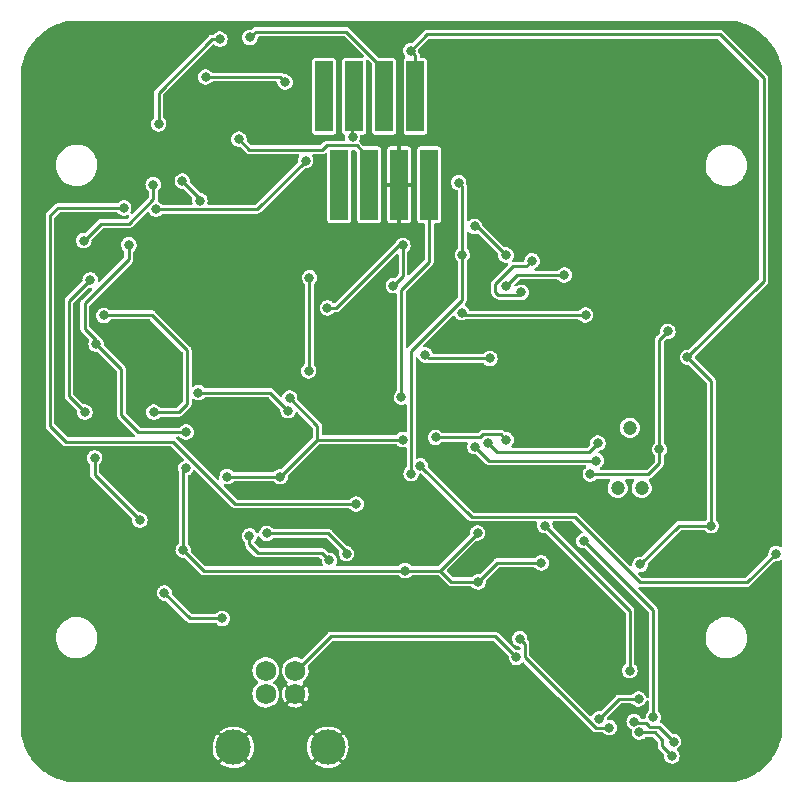
<source format=gbr>
%TF.GenerationSoftware,KiCad,Pcbnew,(6.0.10)*%
%TF.CreationDate,2023-03-09T07:53:56+00:00*%
%TF.ProjectId,Radar,52616461-722e-46b6-9963-61645f706362,rev?*%
%TF.SameCoordinates,Original*%
%TF.FileFunction,Copper,L2,Bot*%
%TF.FilePolarity,Positive*%
%FSLAX46Y46*%
G04 Gerber Fmt 4.6, Leading zero omitted, Abs format (unit mm)*
G04 Created by KiCad (PCBNEW (6.0.10)) date 2023-03-09 07:53:56*
%MOMM*%
%LPD*%
G01*
G04 APERTURE LIST*
%TA.AperFunction,ComponentPad*%
%ADD10C,1.750000*%
%TD*%
%TA.AperFunction,ComponentPad*%
%ADD11C,3.000000*%
%TD*%
%TA.AperFunction,ComponentPad*%
%ADD12C,1.200000*%
%TD*%
%TA.AperFunction,SMDPad,CuDef*%
%ADD13R,1.500000X6.000000*%
%TD*%
%TA.AperFunction,ViaPad*%
%ADD14C,0.800000*%
%TD*%
%TA.AperFunction,Conductor*%
%ADD15C,0.250000*%
%TD*%
G04 APERTURE END LIST*
D10*
%TO.P,J2,1,VBUS*%
%TO.N,Net-(FB1-Pad2)*%
X135190000Y-115065000D03*
%TO.P,J2,2,D-*%
%TO.N,Net-(C9-Pad1)*%
X132690000Y-115065000D03*
%TO.P,J2,3,D+*%
%TO.N,Net-(C7-Pad1)*%
X132690000Y-117065000D03*
%TO.P,J2,4,GND*%
%TO.N,GND*%
X135190000Y-117065000D03*
D11*
%TO.P,J2,5,Shield*%
X137940000Y-121555000D03*
X129940000Y-121555000D03*
%TD*%
D12*
%TO.P,J1,*%
%TO.N,*%
X164516000Y-99585000D03*
X162484000Y-99585000D03*
X163500000Y-94505000D03*
%TD*%
D13*
%TO.P,J3,1,Pin_1*%
%TO.N,RAD_EN*%
X146525000Y-73930000D03*
%TO.P,J3,2,Pin_2*%
%TO.N,+5V*%
X145355000Y-66430000D03*
%TO.P,J3,3,Pin_3*%
%TO.N,GND*%
X143985000Y-73930000D03*
%TO.P,J3,4,Pin_4*%
%TO.N,IF_Q*%
X142715000Y-66430000D03*
%TO.P,J3,5,Pin_5*%
%TO.N,IF_I*%
X141445000Y-73930000D03*
%TO.P,J3,6,Pin_6*%
%TO.N,DAC_VCO*%
X140175000Y-66430000D03*
%TO.P,J3,7,Pin_7*%
%TO.N,unconnected-(J3-Pad7)*%
X138905000Y-73930000D03*
%TO.P,J3,8,Pin_8*%
%TO.N,unconnected-(J3-Pad8)*%
X137635000Y-66430000D03*
%TD*%
D14*
%TO.N,+5V*%
X164375000Y-106075000D03*
X161787000Y-119900000D03*
X134320000Y-65230000D03*
X127600000Y-64810000D03*
X154190000Y-112360000D03*
X168390000Y-88540000D03*
X144950000Y-62580000D03*
X170410000Y-102790000D03*
%TO.N,+3V3*%
X156000000Y-105940000D03*
X121100000Y-79000000D03*
X153050000Y-95520000D03*
X166020000Y-96320000D03*
X125699500Y-104872500D03*
X160160000Y-98430000D03*
X125940000Y-94860000D03*
X144490000Y-106590000D03*
X150620000Y-103410000D03*
X150660000Y-107550000D03*
X166730000Y-86340000D03*
X125910000Y-97920000D03*
X147060000Y-95320000D03*
X118330000Y-87430000D03*
%TO.N,+3.3VA*%
X160900000Y-119150000D03*
X164250000Y-117470000D03*
%TO.N,Net-(C12-Pad2)*%
X137905000Y-84350000D03*
X143485000Y-82470000D03*
X144305000Y-79070000D03*
%TO.N,Net-(C14-Pad1)*%
X122030000Y-102310000D03*
X118200000Y-97050000D03*
%TO.N,Net-(C18-Pad2)*%
X151665000Y-88630000D03*
X146205000Y-88350000D03*
%TO.N,Net-(C20-Pad2)*%
X124110000Y-108490000D03*
X129010000Y-110640000D03*
%TO.N,Net-(C22-Pad1)*%
X149272299Y-84752299D03*
X159760000Y-84960000D03*
%TO.N,Net-(C26-Pad1)*%
X153060000Y-82500000D03*
X157970000Y-81570000D03*
%TO.N,Net-(C27-Pad1)*%
X123220000Y-93180000D03*
X118985000Y-84995000D03*
X123160000Y-73910000D03*
X117280000Y-78660000D03*
%TO.N,Net-(C27-Pad2)*%
X128810000Y-61600000D03*
X123620000Y-68790000D03*
%TO.N,Net-(C29-Pad1)*%
X138075815Y-105739633D03*
X131310000Y-103650000D03*
%TO.N,Net-(C30-Pad1)*%
X153030000Y-79880000D03*
X150370000Y-77460000D03*
%TO.N,ADC_Q*%
X149330000Y-79840000D03*
X144990000Y-98390000D03*
X149020000Y-73740000D03*
%TO.N,ADC_I*%
X129410000Y-98640000D03*
X134710000Y-91990000D03*
X133910000Y-98640000D03*
X144265500Y-95500000D03*
%TO.N,RXL*%
X164320000Y-120270000D03*
X167080000Y-122280000D03*
%TO.N,TXL*%
X167210000Y-121070000D03*
X163873009Y-119376017D03*
%TO.N,Net-(FB1-Pad2)*%
X153910000Y-113950000D03*
%TO.N,PDI_DATA*%
X160810000Y-95800000D03*
X151472299Y-95797701D03*
%TO.N,PDI_CLK*%
X160680000Y-97280000D03*
X150383233Y-96095962D03*
%TO.N,RAD_EN*%
X144170000Y-91920000D03*
%TO.N,DAC_VCO*%
X123390000Y-75990000D03*
X136070000Y-71900000D03*
X120660000Y-75890000D03*
X140340000Y-100960000D03*
X140038051Y-69880500D03*
%TO.N,Net-(R2-Pad1)*%
X175890000Y-105150000D03*
X145780000Y-97720000D03*
%TO.N,3v3_Q*%
X136390000Y-81800000D03*
X136320000Y-89690000D03*
%TO.N,Net-(R28-Pad2)*%
X126990000Y-91530000D03*
X134580000Y-93050000D03*
%TO.N,IF_I*%
X130410000Y-70070000D03*
%TO.N,IF_Q*%
X131350000Y-61460000D03*
%TO.N,UART_RX*%
X159630000Y-104070000D03*
X165500000Y-119010000D03*
%TO.N,UART_TX*%
X156320000Y-102780000D03*
X163513000Y-115056943D03*
%TO.N,Net-(C28-Pad1)*%
X117820000Y-81980000D03*
X127110000Y-75265500D03*
X125620000Y-73610000D03*
X117380000Y-93170000D03*
%TO.N,Net-(R17-Pad2)*%
X155232469Y-80364298D03*
X154330000Y-83030000D03*
%TO.N,Net-(R22-Pad2)*%
X139530000Y-105160000D03*
X132770000Y-103450000D03*
%TD*%
D15*
%TO.N,+5V*%
X170410000Y-102790000D02*
X170410000Y-90560000D01*
X145355000Y-62985000D02*
X144950000Y-62580000D01*
X127600000Y-64810000D02*
X133900000Y-64810000D01*
X133900000Y-64810000D02*
X134320000Y-65230000D01*
X167660000Y-102790000D02*
X170410000Y-102790000D01*
X144950000Y-62580000D02*
X146330000Y-61200000D01*
X164375000Y-106075000D02*
X167660000Y-102790000D01*
X174840000Y-64930000D02*
X174840000Y-82090000D01*
X145355000Y-66430000D02*
X145355000Y-62985000D01*
X146330000Y-61200000D02*
X171110000Y-61200000D01*
X154635000Y-112805000D02*
X154190000Y-112360000D01*
X160614695Y-119900000D02*
X154635000Y-113920305D01*
X170410000Y-90560000D02*
X168390000Y-88540000D01*
X174840000Y-82090000D02*
X168390000Y-88540000D01*
X161787000Y-119900000D02*
X160614695Y-119900000D01*
X171110000Y-61200000D02*
X174840000Y-64930000D01*
X154635000Y-113920305D02*
X154635000Y-112805000D01*
%TO.N,+3V3*%
X125699500Y-98130500D02*
X125699500Y-104872500D01*
X166020000Y-87050000D02*
X166020000Y-96320000D01*
X166020000Y-96320000D02*
X166020000Y-97510852D01*
X125910000Y-97920000D02*
X125699500Y-98130500D01*
X118330000Y-87430000D02*
X120470000Y-89570000D01*
X118330000Y-87060000D02*
X118330000Y-87430000D01*
X156000000Y-105940000D02*
X152270000Y-105940000D01*
X151077299Y-95072701D02*
X152602701Y-95072701D01*
X125699500Y-104872500D02*
X127417000Y-106590000D01*
X121100000Y-80220000D02*
X117370000Y-83950000D01*
X121910000Y-94860000D02*
X125940000Y-94860000D01*
X121100000Y-79000000D02*
X121100000Y-80220000D01*
X166730000Y-86340000D02*
X166020000Y-87050000D01*
X150620000Y-103410000D02*
X147440000Y-106590000D01*
X166020000Y-97510852D02*
X165080852Y-98450000D01*
X117370000Y-83950000D02*
X117370000Y-86100000D01*
X147060000Y-95320000D02*
X150830000Y-95320000D01*
X120470000Y-93420000D02*
X121910000Y-94860000D01*
X150830000Y-95320000D02*
X151000000Y-95150000D01*
X127417000Y-106590000D02*
X144490000Y-106590000D01*
X165080852Y-98450000D02*
X160180000Y-98450000D01*
X147440000Y-106590000D02*
X148400000Y-107550000D01*
X148400000Y-107550000D02*
X150660000Y-107550000D01*
X160180000Y-98450000D02*
X160160000Y-98430000D01*
X120470000Y-89570000D02*
X120470000Y-93420000D01*
X152602701Y-95072701D02*
X153050000Y-95520000D01*
X117370000Y-86100000D02*
X118330000Y-87060000D01*
X151000000Y-95150000D02*
X151077299Y-95072701D01*
X152270000Y-105940000D02*
X150660000Y-107550000D01*
X147440000Y-106590000D02*
X144490000Y-106590000D01*
%TO.N,+3.3VA*%
X162580000Y-117470000D02*
X164250000Y-117470000D01*
X160900000Y-119150000D02*
X162580000Y-117470000D01*
%TO.N,Net-(C12-Pad2)*%
X138665000Y-84350000D02*
X143945000Y-79070000D01*
X143945000Y-79070000D02*
X144305000Y-79070000D01*
X143485000Y-82470000D02*
X144305000Y-81650000D01*
X144305000Y-81650000D02*
X144305000Y-79070000D01*
X137905000Y-84350000D02*
X138665000Y-84350000D01*
%TO.N,Net-(C14-Pad1)*%
X118200000Y-97050000D02*
X118200000Y-98480000D01*
X118200000Y-98480000D02*
X122030000Y-102310000D01*
%TO.N,Net-(C18-Pad2)*%
X151665000Y-88630000D02*
X146485000Y-88630000D01*
X146485000Y-88630000D02*
X146205000Y-88350000D01*
%TO.N,Net-(C20-Pad2)*%
X126260000Y-110640000D02*
X124110000Y-108490000D01*
X129010000Y-110640000D02*
X126260000Y-110640000D01*
%TO.N,Net-(C22-Pad1)*%
X149272299Y-84752299D02*
X149480000Y-84960000D01*
X149480000Y-84960000D02*
X159760000Y-84960000D01*
%TO.N,Net-(C26-Pad1)*%
X153060000Y-82500000D02*
X153990000Y-81570000D01*
X153990000Y-81570000D02*
X157970000Y-81570000D01*
%TO.N,Net-(C27-Pad1)*%
X123160000Y-75150000D02*
X123160000Y-73910000D01*
X121080000Y-77230000D02*
X123160000Y-75150000D01*
X118985000Y-84995000D02*
X119040000Y-84940000D01*
X126030000Y-87940000D02*
X126030000Y-92470000D01*
X117280000Y-78660000D02*
X118710000Y-77230000D01*
X119040000Y-84940000D02*
X123030000Y-84940000D01*
X118710000Y-77230000D02*
X121080000Y-77230000D01*
X123220000Y-93180000D02*
X125320000Y-93180000D01*
X123030000Y-84940000D02*
X126030000Y-87940000D01*
X125320000Y-93180000D02*
X126030000Y-92470000D01*
%TO.N,Net-(C27-Pad2)*%
X128140000Y-61600000D02*
X128810000Y-61600000D01*
X123620000Y-68790000D02*
X123620000Y-66120000D01*
X123620000Y-66120000D02*
X128140000Y-61600000D01*
%TO.N,Net-(C29-Pad1)*%
X138075815Y-105739633D02*
X137436182Y-105100000D01*
X131310000Y-104380000D02*
X131310000Y-103650000D01*
X137436182Y-105100000D02*
X132030000Y-105100000D01*
X132030000Y-105100000D02*
X131310000Y-104380000D01*
%TO.N,Net-(C30-Pad1)*%
X153030000Y-79880000D02*
X150610000Y-77460000D01*
X150610000Y-77460000D02*
X150370000Y-77460000D01*
%TO.N,ADC_Q*%
X149330000Y-79840000D02*
X149330000Y-74050000D01*
X149330000Y-74050000D02*
X149020000Y-73740000D01*
X149330000Y-83670000D02*
X145300000Y-87700000D01*
X145300000Y-87700000D02*
X144990000Y-88010000D01*
X144990000Y-88010000D02*
X144990000Y-98390000D01*
X149330000Y-79840000D02*
X149330000Y-83670000D01*
%TO.N,ADC_I*%
X137050000Y-95500000D02*
X133910000Y-98640000D01*
X137050000Y-94330000D02*
X134710000Y-91990000D01*
X144265500Y-95500000D02*
X137050000Y-95500000D01*
X137050000Y-95500000D02*
X137050000Y-94330000D01*
X133910000Y-98640000D02*
X129410000Y-98640000D01*
%TO.N,RXL*%
X166260000Y-121460000D02*
X166260000Y-120900000D01*
X166260000Y-120900000D02*
X165630000Y-120270000D01*
X165630000Y-120270000D02*
X164320000Y-120270000D01*
X167080000Y-122280000D02*
X166260000Y-121460000D01*
%TO.N,TXL*%
X165960000Y-119820000D02*
X167210000Y-121070000D01*
X164840000Y-119500000D02*
X165120000Y-119780000D01*
X165940000Y-119820000D02*
X165960000Y-119820000D01*
X163996992Y-119500000D02*
X164530000Y-119500000D01*
X165120000Y-119780000D02*
X165160000Y-119820000D01*
X165160000Y-119820000D02*
X165940000Y-119820000D01*
X163873009Y-119376017D02*
X163996992Y-119500000D01*
X164530000Y-119500000D02*
X164840000Y-119500000D01*
%TO.N,Net-(FB1-Pad2)*%
X152110000Y-112150000D02*
X138205000Y-112150000D01*
X153910000Y-113950000D02*
X152110000Y-112150000D01*
X138205000Y-112150000D02*
X135190000Y-115165000D01*
%TO.N,PDI_DATA*%
X152234598Y-96560000D02*
X160050000Y-96560000D01*
X160050000Y-96560000D02*
X160810000Y-95800000D01*
X151472299Y-95797701D02*
X152234598Y-96560000D01*
%TO.N,PDI_CLK*%
X150383233Y-96095962D02*
X151567271Y-97280000D01*
X151567271Y-97280000D02*
X160680000Y-97280000D01*
%TO.N,RAD_EN*%
X144170000Y-91920000D02*
X144170000Y-82810305D01*
X146525000Y-80455305D02*
X146525000Y-73930000D01*
X144170000Y-82810305D02*
X146525000Y-80455305D01*
%TO.N,DAC_VCO*%
X123390000Y-75990000D02*
X131980000Y-75990000D01*
X121330000Y-95680000D02*
X115760000Y-95680000D01*
X115760000Y-95680000D02*
X114420000Y-94340000D01*
X140038051Y-69880500D02*
X140038051Y-69738051D01*
X124830000Y-95680000D02*
X121330000Y-95680000D01*
X140038051Y-69738051D02*
X139960000Y-69660000D01*
X139960000Y-66645000D02*
X140175000Y-66430000D01*
X115080000Y-75890000D02*
X120660000Y-75890000D01*
X114420000Y-76550000D02*
X114530000Y-76440000D01*
X114530000Y-76440000D02*
X115080000Y-75890000D01*
X130110000Y-100960000D02*
X128330000Y-99180000D01*
X128330000Y-99180000D02*
X124830000Y-95680000D01*
X114420000Y-94340000D02*
X114420000Y-76550000D01*
X139960000Y-69660000D02*
X139960000Y-66645000D01*
X140340000Y-100960000D02*
X130110000Y-100960000D01*
X131980000Y-75990000D02*
X136070000Y-71900000D01*
%TO.N,Net-(R2-Pad1)*%
X158835000Y-102055000D02*
X160120000Y-103340000D01*
X145780000Y-97720000D02*
X150115000Y-102055000D01*
X150115000Y-102055000D02*
X158835000Y-102055000D01*
X164370000Y-107590000D02*
X164380000Y-107590000D01*
X173450000Y-107590000D02*
X175890000Y-105150000D01*
X160120000Y-103340000D02*
X164370000Y-107590000D01*
X164380000Y-107590000D02*
X173450000Y-107590000D01*
%TO.N,3v3_Q*%
X136390000Y-89620000D02*
X136390000Y-81800000D01*
X136320000Y-89690000D02*
X136390000Y-89620000D01*
%TO.N,Net-(R28-Pad2)*%
X133060000Y-91530000D02*
X134580000Y-93050000D01*
X126990000Y-91530000D02*
X133060000Y-91530000D01*
%TO.N,IF_I*%
X141445000Y-71680000D02*
X141445000Y-73930000D01*
X130410000Y-70070000D02*
X131300000Y-70960000D01*
X137475000Y-70960000D02*
X137830000Y-70605000D01*
X137830000Y-70605000D02*
X140370000Y-70605000D01*
X140370000Y-70605000D02*
X141445000Y-71680000D01*
X131300000Y-70960000D02*
X137475000Y-70960000D01*
%TO.N,IF_Q*%
X139505000Y-60970000D02*
X142715000Y-64180000D01*
X131840000Y-60970000D02*
X139505000Y-60970000D01*
X131350000Y-61460000D02*
X131840000Y-60970000D01*
X142715000Y-64180000D02*
X142715000Y-66430000D01*
%TO.N,UART_RX*%
X165500000Y-109940000D02*
X159630000Y-104070000D01*
X165500000Y-119010000D02*
X165500000Y-109940000D01*
%TO.N,UART_TX*%
X163526361Y-109986361D02*
X156320000Y-102780000D01*
X163513000Y-115056943D02*
X163526361Y-115043582D01*
X163526361Y-115043582D02*
X163526361Y-109986361D01*
%TO.N,Net-(C28-Pad1)*%
X127110000Y-75265500D02*
X127110000Y-75100000D01*
X116030000Y-83770000D02*
X116030000Y-89330000D01*
X127110000Y-75100000D02*
X125620000Y-73610000D01*
X116030000Y-91820000D02*
X117380000Y-93170000D01*
X116030000Y-89330000D02*
X116030000Y-91820000D01*
X117820000Y-81980000D02*
X116030000Y-83770000D01*
%TO.N,Net-(R17-Pad2)*%
X154756767Y-80840000D02*
X153870000Y-80840000D01*
X155232469Y-80364298D02*
X154756767Y-80840000D01*
X153870000Y-80840000D02*
X153620000Y-80840000D01*
X154090000Y-83270000D02*
X154330000Y-83030000D01*
X152100000Y-82360000D02*
X152100000Y-82980000D01*
X153620000Y-80840000D02*
X152100000Y-82360000D01*
X152390000Y-83270000D02*
X154090000Y-83270000D01*
X152100000Y-82980000D02*
X152390000Y-83270000D01*
%TO.N,Net-(R22-Pad2)*%
X139530000Y-105000000D02*
X137980000Y-103450000D01*
X137980000Y-103450000D02*
X132770000Y-103450000D01*
X139530000Y-105160000D02*
X139530000Y-105000000D01*
%TD*%
%TA.AperFunction,Conductor*%
%TO.N,GND*%
G36*
X171667496Y-60032921D02*
G01*
X171667827Y-60032987D01*
X171667829Y-60032987D01*
X171680000Y-60035408D01*
X171692173Y-60032986D01*
X171703119Y-60032986D01*
X171715410Y-60032046D01*
X172088448Y-60048333D01*
X172099399Y-60049291D01*
X172499293Y-60101939D01*
X172510117Y-60103848D01*
X172903889Y-60191144D01*
X172914506Y-60193989D01*
X173299181Y-60315277D01*
X173309496Y-60319030D01*
X173682158Y-60473392D01*
X173692102Y-60478030D01*
X174008714Y-60642847D01*
X174049867Y-60664270D01*
X174059385Y-60669765D01*
X174089057Y-60688668D01*
X174399556Y-60886478D01*
X174408560Y-60892782D01*
X174728561Y-61138327D01*
X174736978Y-61145391D01*
X174995635Y-61382405D01*
X175034348Y-61417879D01*
X175042117Y-61425648D01*
X175235466Y-61636652D01*
X175314607Y-61723019D01*
X175321670Y-61731436D01*
X175441938Y-61888172D01*
X175567218Y-62051440D01*
X175573522Y-62060444D01*
X175790234Y-62400613D01*
X175795729Y-62410132D01*
X175981035Y-62766100D01*
X175981966Y-62767889D01*
X175986608Y-62777842D01*
X176119028Y-63097532D01*
X176140967Y-63150497D01*
X176144723Y-63160819D01*
X176266011Y-63545493D01*
X176268856Y-63556111D01*
X176356152Y-63949883D01*
X176358061Y-63960707D01*
X176410709Y-64360601D01*
X176411667Y-64371552D01*
X176427954Y-64744590D01*
X176427014Y-64756881D01*
X176427014Y-64767827D01*
X176424592Y-64780000D01*
X176427013Y-64792171D01*
X176427013Y-64792173D01*
X176427079Y-64792504D01*
X176429500Y-64817085D01*
X176429500Y-104490275D01*
X176409498Y-104558396D01*
X176355842Y-104604889D01*
X176285568Y-104614993D01*
X176244544Y-104601630D01*
X176124831Y-104538245D01*
X176108122Y-104534048D01*
X175979498Y-104501740D01*
X175979496Y-104501740D01*
X175972128Y-104499889D01*
X175964530Y-104499849D01*
X175964528Y-104499849D01*
X175897319Y-104499497D01*
X175814684Y-104499065D01*
X175807305Y-104500837D01*
X175807301Y-104500837D01*
X175668967Y-104534048D01*
X175668963Y-104534049D01*
X175661588Y-104535820D01*
X175654843Y-104539301D01*
X175654844Y-104539301D01*
X175531175Y-104603131D01*
X175521679Y-104608032D01*
X175515957Y-104613024D01*
X175515955Y-104613025D01*
X175408759Y-104706538D01*
X175408756Y-104706541D01*
X175403034Y-104711533D01*
X175392405Y-104726657D01*
X175327181Y-104819461D01*
X175312501Y-104840348D01*
X175255309Y-104987039D01*
X175253116Y-105003694D01*
X175237011Y-105126028D01*
X175234758Y-105143138D01*
X175241150Y-105201035D01*
X175228744Y-105270940D01*
X175205006Y-105303957D01*
X173331368Y-107177595D01*
X173269056Y-107211621D01*
X173242273Y-107214500D01*
X164577727Y-107214500D01*
X164509606Y-107194498D01*
X164488632Y-107177595D01*
X164251214Y-106940177D01*
X164217188Y-106877865D01*
X164222253Y-106807050D01*
X164264800Y-106750214D01*
X164331320Y-106725403D01*
X164342285Y-106725098D01*
X164369872Y-106725531D01*
X164435898Y-106726569D01*
X164435901Y-106726569D01*
X164443495Y-106726688D01*
X164596968Y-106691538D01*
X164737625Y-106620795D01*
X164774461Y-106589334D01*
X164851574Y-106523474D01*
X164851576Y-106523471D01*
X164857348Y-106518542D01*
X164949224Y-106390683D01*
X165007950Y-106244598D01*
X165021906Y-106146538D01*
X165029553Y-106092807D01*
X165029553Y-106092804D01*
X165030134Y-106088723D01*
X165030278Y-106075000D01*
X165024232Y-106025041D01*
X165035906Y-105955013D01*
X165060225Y-105920812D01*
X167778632Y-103202405D01*
X167840944Y-103168379D01*
X167867727Y-103165500D01*
X169812010Y-103165500D01*
X169880131Y-103185502D01*
X169907391Y-103209169D01*
X169909726Y-103211875D01*
X169913958Y-103218172D01*
X169919568Y-103223277D01*
X169919570Y-103223279D01*
X169989642Y-103287039D01*
X170030410Y-103324135D01*
X170071439Y-103346412D01*
X170162099Y-103395637D01*
X170162101Y-103395638D01*
X170168776Y-103399262D01*
X170176125Y-103401190D01*
X170313719Y-103437287D01*
X170313721Y-103437287D01*
X170321069Y-103439215D01*
X170404380Y-103440524D01*
X170470898Y-103441569D01*
X170470901Y-103441569D01*
X170478495Y-103441688D01*
X170631968Y-103406538D01*
X170772625Y-103335795D01*
X170867730Y-103254568D01*
X170886574Y-103238474D01*
X170886576Y-103238471D01*
X170892348Y-103233542D01*
X170984224Y-103105683D01*
X170997476Y-103072719D01*
X171015205Y-103028615D01*
X171042950Y-102959598D01*
X171056477Y-102864549D01*
X171064553Y-102807807D01*
X171064553Y-102807804D01*
X171065134Y-102803723D01*
X171065278Y-102790000D01*
X171063238Y-102773138D01*
X171060120Y-102747377D01*
X171046363Y-102633694D01*
X171007243Y-102530166D01*
X170993394Y-102493514D01*
X170993393Y-102493511D01*
X170990710Y-102486412D01*
X170901531Y-102356657D01*
X170827681Y-102290859D01*
X170790125Y-102230609D01*
X170785500Y-102196783D01*
X170785500Y-90613496D01*
X170787979Y-90590208D01*
X170788078Y-90588110D01*
X170790269Y-90577933D01*
X170786373Y-90545015D01*
X170786029Y-90539179D01*
X170785928Y-90539187D01*
X170785500Y-90534008D01*
X170785500Y-90528807D01*
X170782371Y-90510007D01*
X170781534Y-90504130D01*
X170776800Y-90464134D01*
X170775576Y-90453790D01*
X170771654Y-90445623D01*
X170770167Y-90436687D01*
X170765223Y-90427525D01*
X170765222Y-90427521D01*
X170746094Y-90392071D01*
X170743398Y-90386780D01*
X170724897Y-90348251D01*
X170724896Y-90348250D01*
X170721463Y-90341100D01*
X170717906Y-90336869D01*
X170715974Y-90334937D01*
X170714255Y-90333063D01*
X170714181Y-90332926D01*
X170714291Y-90332826D01*
X170713868Y-90332346D01*
X170710806Y-90326671D01*
X170677234Y-90295637D01*
X170671633Y-90290460D01*
X170668067Y-90287030D01*
X169075901Y-88694864D01*
X169041875Y-88632552D01*
X169040253Y-88588019D01*
X169045134Y-88553723D01*
X169045278Y-88540000D01*
X169039232Y-88490041D01*
X169050906Y-88420013D01*
X169075225Y-88385812D01*
X175067689Y-82393348D01*
X175085920Y-82378623D01*
X175087460Y-82377222D01*
X175096210Y-82371572D01*
X175116736Y-82345535D01*
X175120617Y-82341168D01*
X175120539Y-82341102D01*
X175123893Y-82337144D01*
X175127575Y-82333462D01*
X175138661Y-82317948D01*
X175142217Y-82313212D01*
X175142946Y-82312287D01*
X175173603Y-82273400D01*
X175176605Y-82264851D01*
X175181872Y-82257481D01*
X175196394Y-82208922D01*
X175198227Y-82203281D01*
X175212395Y-82162936D01*
X175212395Y-82162935D01*
X175215023Y-82155452D01*
X175215500Y-82149945D01*
X175215500Y-82147238D01*
X175215611Y-82144666D01*
X175215659Y-82144506D01*
X175215803Y-82144512D01*
X175215842Y-82143894D01*
X175217690Y-82137714D01*
X175215597Y-82084445D01*
X175215500Y-82079499D01*
X175215500Y-64983497D01*
X175217979Y-64960208D01*
X175218078Y-64958117D01*
X175220270Y-64947934D01*
X175216373Y-64915008D01*
X175216029Y-64909178D01*
X175215928Y-64909186D01*
X175215500Y-64904007D01*
X175215500Y-64898807D01*
X175214647Y-64893681D01*
X175214646Y-64893672D01*
X175212374Y-64880023D01*
X175211537Y-64874147D01*
X175206801Y-64834137D01*
X175205577Y-64823791D01*
X175201654Y-64815622D01*
X175200167Y-64806687D01*
X175176098Y-64762079D01*
X175173403Y-64756790D01*
X175154892Y-64718241D01*
X175154891Y-64718239D01*
X175151463Y-64711101D01*
X175147906Y-64706869D01*
X175145964Y-64704927D01*
X175144255Y-64703064D01*
X175144176Y-64702917D01*
X175144284Y-64702818D01*
X175143868Y-64702346D01*
X175140806Y-64696671D01*
X175101632Y-64660459D01*
X175098067Y-64657030D01*
X171413348Y-60972311D01*
X171398623Y-60954080D01*
X171397222Y-60952540D01*
X171391572Y-60943790D01*
X171365535Y-60923264D01*
X171361168Y-60919383D01*
X171361102Y-60919461D01*
X171357144Y-60916107D01*
X171353462Y-60912425D01*
X171349231Y-60909402D01*
X171349228Y-60909399D01*
X171344409Y-60905956D01*
X171337948Y-60901339D01*
X171333212Y-60897783D01*
X171293400Y-60866397D01*
X171284851Y-60863395D01*
X171277481Y-60858128D01*
X171236326Y-60845820D01*
X171228930Y-60843608D01*
X171223286Y-60841774D01*
X171182935Y-60827604D01*
X171182929Y-60827603D01*
X171175452Y-60824977D01*
X171169945Y-60824500D01*
X171167238Y-60824500D01*
X171164665Y-60824389D01*
X171164506Y-60824341D01*
X171164512Y-60824197D01*
X171163892Y-60824158D01*
X171157713Y-60822310D01*
X171104445Y-60824403D01*
X171099498Y-60824500D01*
X146383496Y-60824500D01*
X146360199Y-60822021D01*
X146358114Y-60821923D01*
X146347934Y-60819731D01*
X146315014Y-60823627D01*
X146309179Y-60823971D01*
X146309187Y-60824072D01*
X146304009Y-60824500D01*
X146298807Y-60824500D01*
X146280013Y-60827628D01*
X146274146Y-60828463D01*
X146260668Y-60830058D01*
X146223791Y-60834423D01*
X146215622Y-60838346D01*
X146206687Y-60839833D01*
X146162064Y-60863911D01*
X146156801Y-60866592D01*
X146153707Y-60868078D01*
X146111100Y-60888537D01*
X146106869Y-60892094D01*
X146104937Y-60894026D01*
X146103063Y-60895745D01*
X146102926Y-60895819D01*
X146102826Y-60895709D01*
X146102346Y-60896132D01*
X146096671Y-60899194D01*
X146089602Y-60906841D01*
X146089601Y-60906842D01*
X146060460Y-60938367D01*
X146057030Y-60941933D01*
X145106060Y-61892903D01*
X145043748Y-61926929D01*
X145016306Y-61929806D01*
X144957866Y-61929500D01*
X144874684Y-61929065D01*
X144867305Y-61930837D01*
X144867301Y-61930837D01*
X144728967Y-61964048D01*
X144728963Y-61964049D01*
X144721588Y-61965820D01*
X144659707Y-61997759D01*
X144600783Y-62028172D01*
X144581679Y-62038032D01*
X144575957Y-62043024D01*
X144575955Y-62043025D01*
X144468759Y-62136538D01*
X144468756Y-62136541D01*
X144463034Y-62141533D01*
X144458667Y-62147747D01*
X144385616Y-62251688D01*
X144372501Y-62270348D01*
X144315309Y-62417039D01*
X144294758Y-62573138D01*
X144312035Y-62729633D01*
X144366143Y-62877490D01*
X144453958Y-63008172D01*
X144459573Y-63013281D01*
X144459577Y-63013286D01*
X144475125Y-63027433D01*
X144512048Y-63088072D01*
X144510325Y-63159048D01*
X144470504Y-63217825D01*
X144460327Y-63225393D01*
X144424399Y-63249399D01*
X144369034Y-63332260D01*
X144354500Y-63405326D01*
X144354500Y-69454674D01*
X144369034Y-69527740D01*
X144424399Y-69610601D01*
X144507260Y-69665966D01*
X144580326Y-69680500D01*
X146129674Y-69680500D01*
X146202740Y-69665966D01*
X146285601Y-69610601D01*
X146340966Y-69527740D01*
X146355500Y-69454674D01*
X146355500Y-63405326D01*
X146340966Y-63332260D01*
X146285601Y-63249399D01*
X146202740Y-63194034D01*
X146129674Y-63179500D01*
X145856500Y-63179500D01*
X145788379Y-63159498D01*
X145741886Y-63105842D01*
X145730500Y-63053500D01*
X145730500Y-63038496D01*
X145732979Y-63015208D01*
X145733078Y-63013110D01*
X145735269Y-63002933D01*
X145731373Y-62970015D01*
X145731029Y-62964179D01*
X145730928Y-62964187D01*
X145730500Y-62959008D01*
X145730500Y-62953807D01*
X145727371Y-62935007D01*
X145726534Y-62929130D01*
X145721800Y-62889134D01*
X145720576Y-62878790D01*
X145716654Y-62870623D01*
X145715167Y-62861687D01*
X145710223Y-62852525D01*
X145710222Y-62852521D01*
X145691094Y-62817071D01*
X145688398Y-62811780D01*
X145669897Y-62773251D01*
X145669896Y-62773250D01*
X145666463Y-62766100D01*
X145662906Y-62761869D01*
X145660974Y-62759937D01*
X145659255Y-62758063D01*
X145659181Y-62757926D01*
X145659291Y-62757826D01*
X145658868Y-62757346D01*
X145655806Y-62751671D01*
X145639685Y-62736769D01*
X145603240Y-62675841D01*
X145600471Y-62626493D01*
X145604552Y-62597813D01*
X145604552Y-62597812D01*
X145605134Y-62593723D01*
X145605278Y-62580000D01*
X145599233Y-62530045D01*
X145610906Y-62460014D01*
X145635225Y-62425812D01*
X146448634Y-61612404D01*
X146510946Y-61578379D01*
X146537729Y-61575500D01*
X170902273Y-61575500D01*
X170970394Y-61595502D01*
X170991368Y-61612405D01*
X174427595Y-65048633D01*
X174461621Y-65110945D01*
X174464500Y-65137728D01*
X174464500Y-81882273D01*
X174444498Y-81950394D01*
X174427595Y-81971368D01*
X168546060Y-87852903D01*
X168483748Y-87886929D01*
X168456306Y-87889806D01*
X168397866Y-87889500D01*
X168314684Y-87889065D01*
X168307305Y-87890837D01*
X168307301Y-87890837D01*
X168168967Y-87924048D01*
X168168963Y-87924049D01*
X168161588Y-87925820D01*
X168021679Y-87998032D01*
X168015957Y-88003024D01*
X168015955Y-88003025D01*
X167908759Y-88096538D01*
X167908756Y-88096541D01*
X167903034Y-88101533D01*
X167898667Y-88107747D01*
X167831445Y-88203394D01*
X167812501Y-88230348D01*
X167755309Y-88377039D01*
X167754318Y-88384568D01*
X167740432Y-88490043D01*
X167734758Y-88533138D01*
X167752035Y-88689633D01*
X167806143Y-88837490D01*
X167893958Y-88968172D01*
X168010410Y-89074135D01*
X168070369Y-89106690D01*
X168142099Y-89145637D01*
X168142101Y-89145638D01*
X168148776Y-89149262D01*
X168156125Y-89151190D01*
X168293719Y-89187287D01*
X168293721Y-89187287D01*
X168301069Y-89189215D01*
X168458495Y-89191688D01*
X168458449Y-89194615D01*
X168514962Y-89204968D01*
X168547357Y-89228394D01*
X169997595Y-90678632D01*
X170031621Y-90740944D01*
X170034500Y-90767727D01*
X170034500Y-102197006D01*
X170014498Y-102265127D01*
X169991331Y-102291953D01*
X169923034Y-102351533D01*
X169918667Y-102357747D01*
X169918664Y-102357750D01*
X169916415Y-102360950D01*
X169914179Y-102362731D01*
X169913582Y-102363394D01*
X169913471Y-102363294D01*
X169860881Y-102405182D01*
X169813328Y-102414500D01*
X167713501Y-102414500D01*
X167690187Y-102412019D01*
X167688112Y-102411921D01*
X167677934Y-102409730D01*
X167648354Y-102413231D01*
X167645008Y-102413627D01*
X167639178Y-102413971D01*
X167639186Y-102414072D01*
X167634007Y-102414500D01*
X167628807Y-102414500D01*
X167623681Y-102415353D01*
X167623672Y-102415354D01*
X167610023Y-102417626D01*
X167604147Y-102418463D01*
X167592632Y-102419826D01*
X167553791Y-102424423D01*
X167545622Y-102428346D01*
X167536687Y-102429833D01*
X167527524Y-102434777D01*
X167492079Y-102453902D01*
X167486790Y-102456597D01*
X167448241Y-102475108D01*
X167448239Y-102475109D01*
X167441101Y-102478537D01*
X167436869Y-102482094D01*
X167434927Y-102484036D01*
X167433064Y-102485745D01*
X167432917Y-102485824D01*
X167432818Y-102485716D01*
X167432346Y-102486132D01*
X167426671Y-102489194D01*
X167419602Y-102496841D01*
X167419601Y-102496842D01*
X167390460Y-102528367D01*
X167387030Y-102531933D01*
X164531060Y-105387903D01*
X164468748Y-105421929D01*
X164441306Y-105424806D01*
X164382866Y-105424500D01*
X164299684Y-105424065D01*
X164292305Y-105425837D01*
X164292301Y-105425837D01*
X164153967Y-105459048D01*
X164153963Y-105459049D01*
X164146588Y-105460820D01*
X164006679Y-105533032D01*
X164000957Y-105538024D01*
X164000955Y-105538025D01*
X163893759Y-105631538D01*
X163893756Y-105631541D01*
X163888034Y-105636533D01*
X163857368Y-105680166D01*
X163803059Y-105757440D01*
X163797501Y-105765348D01*
X163740309Y-105912039D01*
X163733508Y-105963700D01*
X163721748Y-106053025D01*
X163719758Y-106068138D01*
X163720592Y-106075688D01*
X163722653Y-106094361D01*
X163710247Y-106164265D01*
X163662017Y-106216365D01*
X163593276Y-106234119D01*
X163525849Y-106211891D01*
X163508319Y-106197282D01*
X159138348Y-101827311D01*
X159123623Y-101809080D01*
X159122222Y-101807540D01*
X159116572Y-101798790D01*
X159090535Y-101778264D01*
X159086168Y-101774383D01*
X159086102Y-101774461D01*
X159082144Y-101771107D01*
X159078462Y-101767425D01*
X159074231Y-101764402D01*
X159074228Y-101764399D01*
X159069409Y-101760956D01*
X159062948Y-101756339D01*
X159058212Y-101752783D01*
X159018400Y-101721397D01*
X159009851Y-101718395D01*
X159002481Y-101713128D01*
X158964599Y-101701799D01*
X158953930Y-101698608D01*
X158948286Y-101696774D01*
X158907935Y-101682604D01*
X158907929Y-101682603D01*
X158900452Y-101679977D01*
X158894945Y-101679500D01*
X158892238Y-101679500D01*
X158889665Y-101679389D01*
X158889506Y-101679341D01*
X158889512Y-101679197D01*
X158888892Y-101679158D01*
X158882713Y-101677310D01*
X158829445Y-101679403D01*
X158824498Y-101679500D01*
X150322727Y-101679500D01*
X150254606Y-101659498D01*
X150233632Y-101642595D01*
X146465901Y-97874864D01*
X146431875Y-97812552D01*
X146430253Y-97768019D01*
X146435134Y-97733723D01*
X146435278Y-97720000D01*
X146416363Y-97563694D01*
X146381664Y-97471866D01*
X146363394Y-97423514D01*
X146363393Y-97423511D01*
X146360710Y-97416412D01*
X146271531Y-97286657D01*
X146187819Y-97212072D01*
X146159648Y-97186972D01*
X146159645Y-97186970D01*
X146153976Y-97181919D01*
X146014831Y-97108245D01*
X145958585Y-97094117D01*
X145869498Y-97071740D01*
X145869496Y-97071740D01*
X145862128Y-97069889D01*
X145854530Y-97069849D01*
X145854528Y-97069849D01*
X145787319Y-97069497D01*
X145704684Y-97069065D01*
X145697305Y-97070837D01*
X145697301Y-97070837D01*
X145558967Y-97104048D01*
X145558963Y-97104049D01*
X145551588Y-97105820D01*
X145544845Y-97109300D01*
X145537718Y-97111951D01*
X145536778Y-97109424D01*
X145479579Y-97120475D01*
X145413656Y-97094117D01*
X145372448Y-97036304D01*
X145365500Y-96995040D01*
X145365500Y-95313138D01*
X146404758Y-95313138D01*
X146422035Y-95469633D01*
X146476143Y-95617490D01*
X146480380Y-95623796D01*
X146480382Y-95623799D01*
X146497273Y-95648935D01*
X146563958Y-95748172D01*
X146586270Y-95768474D01*
X146671157Y-95845715D01*
X146680410Y-95854135D01*
X146725062Y-95878379D01*
X146812099Y-95925637D01*
X146812101Y-95925638D01*
X146818776Y-95929262D01*
X146826125Y-95931190D01*
X146963719Y-95967287D01*
X146963721Y-95967287D01*
X146971069Y-95969215D01*
X147054380Y-95970524D01*
X147120898Y-95971569D01*
X147120901Y-95971569D01*
X147128495Y-95971688D01*
X147281968Y-95936538D01*
X147422625Y-95865795D01*
X147473955Y-95821955D01*
X147536574Y-95768474D01*
X147536576Y-95768471D01*
X147542348Y-95763542D01*
X147546777Y-95757378D01*
X147546780Y-95757375D01*
X147553536Y-95747973D01*
X147609531Y-95704326D01*
X147655858Y-95695500D01*
X149656777Y-95695500D01*
X149724898Y-95715502D01*
X149771391Y-95769158D01*
X149781495Y-95839432D01*
X149774172Y-95867264D01*
X149748542Y-95933001D01*
X149744917Y-95960539D01*
X149732284Y-96056494D01*
X149727991Y-96089100D01*
X149745268Y-96245595D01*
X149799376Y-96393452D01*
X149803613Y-96399758D01*
X149803615Y-96399761D01*
X149831864Y-96441799D01*
X149887191Y-96524134D01*
X149892807Y-96529244D01*
X149996722Y-96623799D01*
X150003643Y-96630097D01*
X150063602Y-96662652D01*
X150135332Y-96701599D01*
X150135334Y-96701600D01*
X150142009Y-96705224D01*
X150149358Y-96707152D01*
X150286952Y-96743249D01*
X150286954Y-96743249D01*
X150294302Y-96745177D01*
X150451728Y-96747650D01*
X150451682Y-96750579D01*
X150508188Y-96760926D01*
X150540589Y-96784356D01*
X151263925Y-97507692D01*
X151278638Y-97525909D01*
X151280049Y-97527460D01*
X151285699Y-97536210D01*
X151293879Y-97542658D01*
X151293881Y-97542661D01*
X151311732Y-97556734D01*
X151316106Y-97560621D01*
X151316172Y-97560543D01*
X151320131Y-97563898D01*
X151323809Y-97567576D01*
X151328033Y-97570595D01*
X151328042Y-97570602D01*
X151339345Y-97578679D01*
X151344091Y-97582243D01*
X151352201Y-97588636D01*
X151383871Y-97613603D01*
X151392419Y-97616605D01*
X151399790Y-97621872D01*
X151409763Y-97624855D01*
X151409766Y-97624856D01*
X151448354Y-97636396D01*
X151454001Y-97638231D01*
X151494335Y-97652395D01*
X151494336Y-97652395D01*
X151501819Y-97655023D01*
X151507326Y-97655500D01*
X151510033Y-97655500D01*
X151512603Y-97655611D01*
X151512765Y-97655659D01*
X151512759Y-97655804D01*
X151513379Y-97655843D01*
X151519558Y-97657691D01*
X151572852Y-97655597D01*
X151577798Y-97655500D01*
X159725893Y-97655500D01*
X159794014Y-97675502D01*
X159840507Y-97729158D01*
X159850611Y-97799432D01*
X159821117Y-97864012D01*
X159797465Y-97885046D01*
X159791679Y-97888032D01*
X159762900Y-97913138D01*
X159678759Y-97986538D01*
X159678756Y-97986541D01*
X159673034Y-97991533D01*
X159640661Y-98037595D01*
X159591902Y-98106972D01*
X159582501Y-98120348D01*
X159525309Y-98267039D01*
X159524318Y-98274568D01*
X159505971Y-98413925D01*
X159504758Y-98423138D01*
X159522035Y-98579633D01*
X159576143Y-98727490D01*
X159580380Y-98733796D01*
X159580382Y-98733799D01*
X159620709Y-98793811D01*
X159663958Y-98858172D01*
X159682113Y-98874692D01*
X159753016Y-98939208D01*
X159780410Y-98964135D01*
X159801885Y-98975795D01*
X159912099Y-99035637D01*
X159912101Y-99035638D01*
X159918776Y-99039262D01*
X159926125Y-99041190D01*
X160063719Y-99077287D01*
X160063721Y-99077287D01*
X160071069Y-99079215D01*
X160154380Y-99080524D01*
X160220898Y-99081569D01*
X160220901Y-99081569D01*
X160228495Y-99081688D01*
X160381968Y-99046538D01*
X160522625Y-98975795D01*
X160565463Y-98939208D01*
X160636573Y-98878475D01*
X160636576Y-98878472D01*
X160642348Y-98873542D01*
X160646779Y-98867375D01*
X160647848Y-98866213D01*
X160708681Y-98829609D01*
X160740595Y-98825500D01*
X161740396Y-98825500D01*
X161808517Y-98845502D01*
X161855010Y-98899158D01*
X161865114Y-98969432D01*
X161834032Y-99035810D01*
X161792141Y-99082335D01*
X161788838Y-99088056D01*
X161742091Y-99169025D01*
X161702750Y-99237165D01*
X161698193Y-99251190D01*
X161662715Y-99360381D01*
X161647503Y-99407197D01*
X161628815Y-99585000D01*
X161647503Y-99762803D01*
X161702750Y-99932835D01*
X161792141Y-100087665D01*
X161911770Y-100220526D01*
X162056407Y-100325612D01*
X162062435Y-100328296D01*
X162062437Y-100328297D01*
X162115224Y-100351799D01*
X162219733Y-100398329D01*
X162296042Y-100414549D01*
X162388152Y-100434128D01*
X162388156Y-100434128D01*
X162394609Y-100435500D01*
X162573391Y-100435500D01*
X162579844Y-100434128D01*
X162579848Y-100434128D01*
X162671958Y-100414549D01*
X162748267Y-100398329D01*
X162852776Y-100351799D01*
X162905563Y-100328297D01*
X162905565Y-100328296D01*
X162911593Y-100325612D01*
X163056230Y-100220526D01*
X163175859Y-100087665D01*
X163265250Y-99932835D01*
X163320497Y-99762803D01*
X163339185Y-99585000D01*
X163320497Y-99407197D01*
X163305286Y-99360381D01*
X163269807Y-99251190D01*
X163265250Y-99237165D01*
X163225910Y-99169025D01*
X163179162Y-99088056D01*
X163175859Y-99082335D01*
X163133967Y-99035810D01*
X163103251Y-98971804D01*
X163112014Y-98901350D01*
X163157477Y-98846819D01*
X163227604Y-98825500D01*
X163772396Y-98825500D01*
X163840517Y-98845502D01*
X163887010Y-98899158D01*
X163897114Y-98969432D01*
X163866032Y-99035810D01*
X163824141Y-99082335D01*
X163820838Y-99088056D01*
X163774091Y-99169025D01*
X163734750Y-99237165D01*
X163730193Y-99251190D01*
X163694715Y-99360381D01*
X163679503Y-99407197D01*
X163660815Y-99585000D01*
X163679503Y-99762803D01*
X163734750Y-99932835D01*
X163824141Y-100087665D01*
X163943770Y-100220526D01*
X164088407Y-100325612D01*
X164094435Y-100328296D01*
X164094437Y-100328297D01*
X164147224Y-100351799D01*
X164251733Y-100398329D01*
X164328042Y-100414549D01*
X164420152Y-100434128D01*
X164420156Y-100434128D01*
X164426609Y-100435500D01*
X164605391Y-100435500D01*
X164611844Y-100434128D01*
X164611848Y-100434128D01*
X164703958Y-100414549D01*
X164780267Y-100398329D01*
X164884776Y-100351799D01*
X164937563Y-100328297D01*
X164937565Y-100328296D01*
X164943593Y-100325612D01*
X165088230Y-100220526D01*
X165207859Y-100087665D01*
X165297250Y-99932835D01*
X165352497Y-99762803D01*
X165371185Y-99585000D01*
X165352497Y-99407197D01*
X165337286Y-99360381D01*
X165301807Y-99251190D01*
X165297250Y-99237165D01*
X165257910Y-99169025D01*
X165211162Y-99088056D01*
X165207859Y-99082335D01*
X165194928Y-99067973D01*
X165146291Y-99013957D01*
X165115574Y-98949949D01*
X165124338Y-98879495D01*
X165169800Y-98824964D01*
X165187579Y-98816671D01*
X165187055Y-98815580D01*
X165190228Y-98814056D01*
X165196681Y-98811412D01*
X165204165Y-98810167D01*
X165213327Y-98805223D01*
X165213331Y-98805222D01*
X165248781Y-98786094D01*
X165254072Y-98783398D01*
X165292601Y-98764897D01*
X165292602Y-98764896D01*
X165299752Y-98761463D01*
X165303983Y-98757906D01*
X165305915Y-98755974D01*
X165307789Y-98754255D01*
X165307926Y-98754181D01*
X165308026Y-98754291D01*
X165308506Y-98753868D01*
X165314181Y-98750806D01*
X165342331Y-98720354D01*
X165350392Y-98711633D01*
X165353822Y-98708067D01*
X166247689Y-97814200D01*
X166265920Y-97799475D01*
X166267460Y-97798074D01*
X166276210Y-97792424D01*
X166296736Y-97766387D01*
X166300617Y-97762020D01*
X166300539Y-97761954D01*
X166303893Y-97757996D01*
X166307575Y-97754314D01*
X166310685Y-97749963D01*
X166314044Y-97745261D01*
X166318661Y-97738800D01*
X166322217Y-97734064D01*
X166326624Y-97728474D01*
X166353603Y-97694252D01*
X166356605Y-97685703D01*
X166361872Y-97678333D01*
X166376396Y-97629769D01*
X166378231Y-97624122D01*
X166392395Y-97583788D01*
X166392395Y-97583787D01*
X166395023Y-97576304D01*
X166395500Y-97570797D01*
X166395500Y-97568090D01*
X166395611Y-97565520D01*
X166395659Y-97565358D01*
X166395804Y-97565364D01*
X166395843Y-97564744D01*
X166397691Y-97558565D01*
X166395597Y-97505271D01*
X166395500Y-97500325D01*
X166395500Y-96912886D01*
X166415502Y-96844765D01*
X166439669Y-96817075D01*
X166496576Y-96768472D01*
X166496577Y-96768471D01*
X166502348Y-96763542D01*
X166594224Y-96635683D01*
X166601873Y-96616657D01*
X166637012Y-96529244D01*
X166652950Y-96489598D01*
X166660856Y-96434048D01*
X166674553Y-96337807D01*
X166674553Y-96337804D01*
X166675134Y-96333723D01*
X166675278Y-96320000D01*
X166656363Y-96163694D01*
X166638221Y-96115683D01*
X166603394Y-96023514D01*
X166603393Y-96023511D01*
X166600710Y-96016412D01*
X166511531Y-95886657D01*
X166437681Y-95820859D01*
X166400125Y-95760609D01*
X166395500Y-95726783D01*
X166395500Y-87257728D01*
X166415502Y-87189607D01*
X166432405Y-87168632D01*
X166574549Y-87026489D01*
X166636861Y-86992464D01*
X166665623Y-86989601D01*
X166790897Y-86991569D01*
X166790900Y-86991569D01*
X166798495Y-86991688D01*
X166951968Y-86956538D01*
X167092625Y-86885795D01*
X167153973Y-86833399D01*
X167206574Y-86788474D01*
X167206576Y-86788471D01*
X167212348Y-86783542D01*
X167304224Y-86655683D01*
X167362950Y-86509598D01*
X167385134Y-86353723D01*
X167385278Y-86340000D01*
X167384725Y-86335426D01*
X167376556Y-86267929D01*
X167366363Y-86183694D01*
X167343187Y-86122360D01*
X167313394Y-86043514D01*
X167313393Y-86043511D01*
X167310710Y-86036412D01*
X167221531Y-85906657D01*
X167174971Y-85865174D01*
X167109648Y-85806972D01*
X167109645Y-85806970D01*
X167103976Y-85801919D01*
X166964831Y-85728245D01*
X166948122Y-85724048D01*
X166819498Y-85691740D01*
X166819496Y-85691740D01*
X166812128Y-85689889D01*
X166804530Y-85689849D01*
X166804528Y-85689849D01*
X166737319Y-85689497D01*
X166654684Y-85689065D01*
X166647305Y-85690837D01*
X166647301Y-85690837D01*
X166508967Y-85724048D01*
X166508963Y-85724049D01*
X166501588Y-85725820D01*
X166361679Y-85798032D01*
X166355957Y-85803024D01*
X166355955Y-85803025D01*
X166248759Y-85896538D01*
X166248756Y-85896541D01*
X166243034Y-85901533D01*
X166152501Y-86030348D01*
X166095309Y-86177039D01*
X166094318Y-86184568D01*
X166075979Y-86323864D01*
X166074758Y-86333138D01*
X166081150Y-86391035D01*
X166068744Y-86460940D01*
X166045006Y-86493957D01*
X165792311Y-86746652D01*
X165774080Y-86761377D01*
X165772540Y-86762778D01*
X165763790Y-86768428D01*
X165757343Y-86776606D01*
X165743264Y-86794465D01*
X165739383Y-86798832D01*
X165739461Y-86798898D01*
X165736107Y-86802856D01*
X165732425Y-86806538D01*
X165721339Y-86822052D01*
X165717788Y-86826781D01*
X165686397Y-86866600D01*
X165683395Y-86875149D01*
X165678128Y-86882519D01*
X165668176Y-86915797D01*
X165663608Y-86931070D01*
X165661774Y-86936714D01*
X165647604Y-86977065D01*
X165647603Y-86977071D01*
X165644977Y-86984548D01*
X165644500Y-86990055D01*
X165644500Y-86992762D01*
X165644389Y-86995335D01*
X165644341Y-86995494D01*
X165644197Y-86995488D01*
X165644158Y-86996108D01*
X165642310Y-87002287D01*
X165642719Y-87012692D01*
X165644403Y-87055555D01*
X165644500Y-87060502D01*
X165644500Y-95727006D01*
X165624498Y-95795127D01*
X165601331Y-95821953D01*
X165533034Y-95881533D01*
X165499489Y-95929262D01*
X165463562Y-95980382D01*
X165442501Y-96010348D01*
X165385309Y-96157039D01*
X165382073Y-96181621D01*
X165373921Y-96243542D01*
X165364758Y-96313138D01*
X165382035Y-96469633D01*
X165436143Y-96617490D01*
X165440380Y-96623796D01*
X165440382Y-96623799D01*
X165463603Y-96658355D01*
X165523958Y-96748172D01*
X165529573Y-96753281D01*
X165529578Y-96753287D01*
X165603300Y-96820369D01*
X165640222Y-96881009D01*
X165644500Y-96913562D01*
X165644500Y-97303125D01*
X165624498Y-97371246D01*
X165607595Y-97392220D01*
X164962220Y-98037595D01*
X164899908Y-98071621D01*
X164873125Y-98074500D01*
X161079078Y-98074500D01*
X161010957Y-98054498D01*
X160964464Y-98000842D01*
X160954360Y-97930568D01*
X160983854Y-97865988D01*
X161022461Y-97835936D01*
X161042625Y-97825795D01*
X161076333Y-97797006D01*
X161156574Y-97728474D01*
X161156576Y-97728471D01*
X161162348Y-97723542D01*
X161254224Y-97595683D01*
X161257974Y-97586356D01*
X161290569Y-97505272D01*
X161312950Y-97449598D01*
X161333255Y-97306928D01*
X161334553Y-97297807D01*
X161334553Y-97297804D01*
X161335134Y-97293723D01*
X161335278Y-97280000D01*
X161316363Y-97123694D01*
X161290079Y-97054134D01*
X161263394Y-96983514D01*
X161263393Y-96983511D01*
X161260710Y-96976412D01*
X161171531Y-96846657D01*
X161101606Y-96784356D01*
X161059648Y-96746972D01*
X161059645Y-96746970D01*
X161053976Y-96741919D01*
X160917772Y-96669802D01*
X160866933Y-96620253D01*
X160850951Y-96551078D01*
X160874905Y-96484245D01*
X160931189Y-96440971D01*
X160948605Y-96435631D01*
X161024565Y-96418234D01*
X161024569Y-96418233D01*
X161031968Y-96416538D01*
X161172625Y-96345795D01*
X161207637Y-96315892D01*
X161286574Y-96248474D01*
X161286576Y-96248471D01*
X161292348Y-96243542D01*
X161384224Y-96115683D01*
X161388263Y-96105637D01*
X161407537Y-96057690D01*
X161442950Y-95969598D01*
X161456342Y-95875500D01*
X161464553Y-95817807D01*
X161464553Y-95817804D01*
X161465134Y-95813723D01*
X161465278Y-95800000D01*
X161463378Y-95784295D01*
X161460120Y-95757375D01*
X161446363Y-95643694D01*
X161403250Y-95529598D01*
X161393394Y-95503514D01*
X161393393Y-95503511D01*
X161390710Y-95496412D01*
X161301531Y-95366657D01*
X161247289Y-95318329D01*
X161189648Y-95266972D01*
X161189645Y-95266970D01*
X161183976Y-95261919D01*
X161171857Y-95255502D01*
X161051543Y-95191799D01*
X161051544Y-95191799D01*
X161044831Y-95188245D01*
X161028122Y-95184048D01*
X160899498Y-95151740D01*
X160899496Y-95151740D01*
X160892128Y-95149889D01*
X160884530Y-95149849D01*
X160884528Y-95149849D01*
X160817319Y-95149497D01*
X160734684Y-95149065D01*
X160727305Y-95150837D01*
X160727301Y-95150837D01*
X160588967Y-95184048D01*
X160588963Y-95184049D01*
X160581588Y-95185820D01*
X160441679Y-95258032D01*
X160435957Y-95263024D01*
X160435955Y-95263025D01*
X160328759Y-95356538D01*
X160328756Y-95356541D01*
X160323034Y-95361533D01*
X160291926Y-95405795D01*
X160241016Y-95478233D01*
X160232501Y-95490348D01*
X160175309Y-95637039D01*
X160174318Y-95644568D01*
X160159041Y-95760609D01*
X160154758Y-95793138D01*
X160160928Y-95849025D01*
X160161150Y-95851035D01*
X160148744Y-95920940D01*
X160125006Y-95953957D01*
X159931368Y-96147595D01*
X159869056Y-96181621D01*
X159842273Y-96184500D01*
X153614962Y-96184500D01*
X153546841Y-96164498D01*
X153500348Y-96110842D01*
X153490244Y-96040568D01*
X153522216Y-95973211D01*
X153526567Y-95968479D01*
X153532348Y-95963542D01*
X153624224Y-95835683D01*
X153682950Y-95689598D01*
X153705134Y-95533723D01*
X153705278Y-95520000D01*
X153686363Y-95363694D01*
X153670894Y-95322755D01*
X153633394Y-95223514D01*
X153633393Y-95223511D01*
X153630710Y-95216412D01*
X153541531Y-95086657D01*
X153463833Y-95017430D01*
X153429648Y-94986972D01*
X153429645Y-94986970D01*
X153423976Y-94981919D01*
X153284831Y-94908245D01*
X153242993Y-94897736D01*
X153139498Y-94871740D01*
X153139496Y-94871740D01*
X153132128Y-94869889D01*
X153124529Y-94869849D01*
X153124527Y-94869849D01*
X152984894Y-94869118D01*
X152916879Y-94848760D01*
X152892360Y-94827919D01*
X152889922Y-94825239D01*
X152884273Y-94816491D01*
X152858236Y-94795965D01*
X152853869Y-94792084D01*
X152853803Y-94792162D01*
X152849845Y-94788808D01*
X152846163Y-94785126D01*
X152841932Y-94782103D01*
X152841929Y-94782100D01*
X152836236Y-94778032D01*
X152830649Y-94774040D01*
X152825913Y-94770484D01*
X152786101Y-94739098D01*
X152777552Y-94736096D01*
X152770182Y-94730829D01*
X152736904Y-94720877D01*
X152721631Y-94716309D01*
X152715987Y-94714475D01*
X152675636Y-94700305D01*
X152675630Y-94700304D01*
X152668153Y-94697678D01*
X152662646Y-94697201D01*
X152659939Y-94697201D01*
X152657366Y-94697090D01*
X152657207Y-94697042D01*
X152657213Y-94696898D01*
X152656593Y-94696859D01*
X152650414Y-94695011D01*
X152597146Y-94697104D01*
X152592199Y-94697201D01*
X151130795Y-94697201D01*
X151107507Y-94694722D01*
X151105409Y-94694623D01*
X151095232Y-94692432D01*
X151063336Y-94696207D01*
X151062314Y-94696328D01*
X151056478Y-94696672D01*
X151056486Y-94696773D01*
X151051307Y-94697201D01*
X151046106Y-94697201D01*
X151040976Y-94698055D01*
X151040974Y-94698055D01*
X151027307Y-94700330D01*
X151021430Y-94701167D01*
X150971089Y-94707125D01*
X150962922Y-94711047D01*
X150953986Y-94712534D01*
X150944824Y-94717478D01*
X150944820Y-94717479D01*
X150909370Y-94736607D01*
X150904079Y-94739303D01*
X150891074Y-94745548D01*
X150858399Y-94761238D01*
X150854168Y-94764795D01*
X150852236Y-94766727D01*
X150850362Y-94768446D01*
X150850225Y-94768520D01*
X150850125Y-94768410D01*
X150849645Y-94768833D01*
X150843970Y-94771895D01*
X150836901Y-94779542D01*
X150836900Y-94779543D01*
X150807759Y-94811068D01*
X150804329Y-94814634D01*
X150711368Y-94907595D01*
X150649056Y-94941621D01*
X150622273Y-94944500D01*
X147657577Y-94944500D01*
X147589456Y-94924498D01*
X147561853Y-94897736D01*
X147560856Y-94898615D01*
X147555837Y-94892922D01*
X147551531Y-94886657D01*
X147521612Y-94860000D01*
X147439648Y-94786972D01*
X147439645Y-94786970D01*
X147433976Y-94781919D01*
X147294831Y-94708245D01*
X147263320Y-94700330D01*
X147149498Y-94671740D01*
X147149496Y-94671740D01*
X147142128Y-94669889D01*
X147134530Y-94669849D01*
X147134528Y-94669849D01*
X147067319Y-94669497D01*
X146984684Y-94669065D01*
X146977305Y-94670837D01*
X146977301Y-94670837D01*
X146838967Y-94704048D01*
X146838963Y-94704049D01*
X146831588Y-94705820D01*
X146691679Y-94778032D01*
X146685957Y-94783024D01*
X146685955Y-94783025D01*
X146578759Y-94876538D01*
X146578756Y-94876541D01*
X146573034Y-94881533D01*
X146482501Y-95010348D01*
X146425309Y-95157039D01*
X146422519Y-95178230D01*
X146406184Y-95302310D01*
X146404758Y-95313138D01*
X145365500Y-95313138D01*
X145365500Y-94505000D01*
X162644815Y-94505000D01*
X162663503Y-94682803D01*
X162665543Y-94689080D01*
X162665543Y-94689082D01*
X162681794Y-94739098D01*
X162718750Y-94852835D01*
X162722053Y-94858557D01*
X162722054Y-94858558D01*
X162779485Y-94958032D01*
X162808141Y-95007665D01*
X162812559Y-95012572D01*
X162812560Y-95012573D01*
X162905876Y-95116210D01*
X162927770Y-95140526D01*
X162933109Y-95144405D01*
X163061505Y-95237691D01*
X163072407Y-95245612D01*
X163078435Y-95248296D01*
X163078437Y-95248297D01*
X163229702Y-95315644D01*
X163235733Y-95318329D01*
X163323171Y-95336914D01*
X163404152Y-95354128D01*
X163404156Y-95354128D01*
X163410609Y-95355500D01*
X163589391Y-95355500D01*
X163595844Y-95354128D01*
X163595848Y-95354128D01*
X163676829Y-95336914D01*
X163764267Y-95318329D01*
X163770298Y-95315644D01*
X163921563Y-95248297D01*
X163921565Y-95248296D01*
X163927593Y-95245612D01*
X163938496Y-95237691D01*
X164066891Y-95144405D01*
X164072230Y-95140526D01*
X164094125Y-95116210D01*
X164187440Y-95012573D01*
X164187441Y-95012572D01*
X164191859Y-95007665D01*
X164220515Y-94958032D01*
X164277946Y-94858558D01*
X164277947Y-94858557D01*
X164281250Y-94852835D01*
X164318206Y-94739098D01*
X164334457Y-94689082D01*
X164334457Y-94689080D01*
X164336497Y-94682803D01*
X164355185Y-94505000D01*
X164350928Y-94464498D01*
X164337187Y-94333761D01*
X164337187Y-94333760D01*
X164336497Y-94327197D01*
X164332539Y-94315014D01*
X164283292Y-94163450D01*
X164281250Y-94157165D01*
X164254655Y-94111100D01*
X164195162Y-94008056D01*
X164191859Y-94002335D01*
X164072230Y-93869474D01*
X164003055Y-93819215D01*
X163932935Y-93768269D01*
X163932933Y-93768268D01*
X163927593Y-93764388D01*
X163921565Y-93761704D01*
X163921563Y-93761703D01*
X163770298Y-93694356D01*
X163770297Y-93694356D01*
X163764267Y-93691671D01*
X163654000Y-93668233D01*
X163595848Y-93655872D01*
X163595844Y-93655872D01*
X163589391Y-93654500D01*
X163410609Y-93654500D01*
X163404156Y-93655872D01*
X163404152Y-93655872D01*
X163346000Y-93668233D01*
X163235733Y-93691671D01*
X163229703Y-93694356D01*
X163229702Y-93694356D01*
X163078438Y-93761703D01*
X163078436Y-93761704D01*
X163072408Y-93764388D01*
X163067067Y-93768268D01*
X163067066Y-93768269D01*
X162983018Y-93829334D01*
X162927770Y-93869474D01*
X162808141Y-94002335D01*
X162804838Y-94008056D01*
X162745346Y-94111100D01*
X162718750Y-94157165D01*
X162716708Y-94163450D01*
X162667462Y-94315014D01*
X162663503Y-94327197D01*
X162662813Y-94333760D01*
X162662813Y-94333761D01*
X162649072Y-94464498D01*
X162644815Y-94505000D01*
X145365500Y-94505000D01*
X145365500Y-88659866D01*
X145385502Y-88591745D01*
X145439158Y-88545252D01*
X145509432Y-88535148D01*
X145574012Y-88564642D01*
X145609826Y-88616565D01*
X145621143Y-88647490D01*
X145625380Y-88653796D01*
X145625382Y-88653799D01*
X145665709Y-88713811D01*
X145708958Y-88778172D01*
X145825410Y-88884135D01*
X145832085Y-88887759D01*
X145957099Y-88955637D01*
X145957101Y-88955638D01*
X145963776Y-88959262D01*
X145971125Y-88961190D01*
X146108719Y-88997287D01*
X146108721Y-88997287D01*
X146116069Y-88999215D01*
X146199380Y-89000524D01*
X146265898Y-89001569D01*
X146265901Y-89001569D01*
X146273495Y-89001688D01*
X146280899Y-88999992D01*
X146280901Y-88999992D01*
X146320639Y-88990891D01*
X146390515Y-88994828D01*
X146412065Y-89002396D01*
X146412071Y-89002397D01*
X146419548Y-89005023D01*
X146425055Y-89005500D01*
X146427762Y-89005500D01*
X146430332Y-89005611D01*
X146430494Y-89005659D01*
X146430488Y-89005804D01*
X146431108Y-89005843D01*
X146437287Y-89007691D01*
X146490581Y-89005597D01*
X146495527Y-89005500D01*
X151067010Y-89005500D01*
X151135131Y-89025502D01*
X151162391Y-89049169D01*
X151164726Y-89051875D01*
X151168958Y-89058172D01*
X151174568Y-89063277D01*
X151174570Y-89063279D01*
X151273199Y-89153024D01*
X151285410Y-89164135D01*
X151331601Y-89189215D01*
X151417099Y-89235637D01*
X151417101Y-89235638D01*
X151423776Y-89239262D01*
X151431125Y-89241190D01*
X151568719Y-89277287D01*
X151568721Y-89277287D01*
X151576069Y-89279215D01*
X151659380Y-89280524D01*
X151725898Y-89281569D01*
X151725901Y-89281569D01*
X151733495Y-89281688D01*
X151886968Y-89246538D01*
X152027625Y-89175795D01*
X152098095Y-89115608D01*
X152141574Y-89078474D01*
X152141576Y-89078471D01*
X152147348Y-89073542D01*
X152239224Y-88945683D01*
X152297950Y-88799598D01*
X152313600Y-88689633D01*
X152319553Y-88647807D01*
X152319553Y-88647804D01*
X152320134Y-88643723D01*
X152320278Y-88630000D01*
X152301363Y-88473694D01*
X152281079Y-88420013D01*
X152248394Y-88333514D01*
X152248393Y-88333511D01*
X152245710Y-88326412D01*
X152156531Y-88196657D01*
X152109971Y-88155174D01*
X152044648Y-88096972D01*
X152044645Y-88096970D01*
X152038976Y-88091919D01*
X152014983Y-88079215D01*
X151939525Y-88039262D01*
X151899831Y-88018245D01*
X151883122Y-88014048D01*
X151754498Y-87981740D01*
X151754496Y-87981740D01*
X151747128Y-87979889D01*
X151739530Y-87979849D01*
X151739528Y-87979849D01*
X151672319Y-87979497D01*
X151589684Y-87979065D01*
X151582305Y-87980837D01*
X151582301Y-87980837D01*
X151443967Y-88014048D01*
X151443963Y-88014049D01*
X151436588Y-88015820D01*
X151296679Y-88088032D01*
X151290957Y-88093024D01*
X151290955Y-88093025D01*
X151183759Y-88186538D01*
X151183756Y-88186541D01*
X151178034Y-88191533D01*
X151173667Y-88197747D01*
X151173664Y-88197750D01*
X151171415Y-88200950D01*
X151169179Y-88202731D01*
X151168582Y-88203394D01*
X151168471Y-88203294D01*
X151115881Y-88245182D01*
X151068328Y-88254500D01*
X146951424Y-88254500D01*
X146883303Y-88234498D01*
X146836810Y-88180842D01*
X146833558Y-88173038D01*
X146788394Y-88053514D01*
X146788393Y-88053511D01*
X146785710Y-88046412D01*
X146696531Y-87916657D01*
X146649971Y-87875174D01*
X146584648Y-87816972D01*
X146584645Y-87816970D01*
X146578976Y-87811919D01*
X146439831Y-87738245D01*
X146400043Y-87728251D01*
X146294498Y-87701740D01*
X146294496Y-87701740D01*
X146287128Y-87699889D01*
X146279529Y-87699849D01*
X146279527Y-87699849D01*
X146135470Y-87699095D01*
X146067455Y-87678737D01*
X146021244Y-87624839D01*
X146011508Y-87554513D01*
X146041339Y-87490087D01*
X146047035Y-87484002D01*
X147140003Y-86391035D01*
X148496897Y-85034141D01*
X148559209Y-85000115D01*
X148630025Y-85005180D01*
X148690573Y-85052960D01*
X148776257Y-85180471D01*
X148892709Y-85286434D01*
X148946242Y-85315500D01*
X149024398Y-85357936D01*
X149024400Y-85357937D01*
X149031075Y-85361561D01*
X149038424Y-85363489D01*
X149176018Y-85399586D01*
X149176020Y-85399586D01*
X149183368Y-85401514D01*
X149266679Y-85402823D01*
X149333197Y-85403868D01*
X149333200Y-85403868D01*
X149340794Y-85403987D01*
X149494267Y-85368837D01*
X149533837Y-85348935D01*
X149590452Y-85335500D01*
X159162010Y-85335500D01*
X159230131Y-85355502D01*
X159257391Y-85379169D01*
X159259726Y-85381875D01*
X159263958Y-85388172D01*
X159269568Y-85393277D01*
X159269570Y-85393279D01*
X159319314Y-85438542D01*
X159380410Y-85494135D01*
X159387085Y-85497759D01*
X159512099Y-85565637D01*
X159512101Y-85565638D01*
X159518776Y-85569262D01*
X159526125Y-85571190D01*
X159663719Y-85607287D01*
X159663721Y-85607287D01*
X159671069Y-85609215D01*
X159754380Y-85610524D01*
X159820898Y-85611569D01*
X159820901Y-85611569D01*
X159828495Y-85611688D01*
X159981968Y-85576538D01*
X160122625Y-85505795D01*
X160148869Y-85483381D01*
X160236574Y-85408474D01*
X160236576Y-85408471D01*
X160242348Y-85403542D01*
X160334224Y-85275683D01*
X160392950Y-85129598D01*
X160411378Y-85000115D01*
X160414553Y-84977807D01*
X160414553Y-84977804D01*
X160415134Y-84973723D01*
X160415278Y-84960000D01*
X160396363Y-84803694D01*
X160366816Y-84725500D01*
X160343394Y-84663514D01*
X160343393Y-84663511D01*
X160340710Y-84656412D01*
X160251531Y-84526657D01*
X160204971Y-84485174D01*
X160139648Y-84426972D01*
X160139645Y-84426970D01*
X160133976Y-84421919D01*
X159994831Y-84348245D01*
X159858101Y-84313901D01*
X159849498Y-84311740D01*
X159849496Y-84311740D01*
X159842128Y-84309889D01*
X159834530Y-84309849D01*
X159834528Y-84309849D01*
X159767319Y-84309497D01*
X159684684Y-84309065D01*
X159677305Y-84310837D01*
X159677301Y-84310837D01*
X159538967Y-84344048D01*
X159538963Y-84344049D01*
X159531588Y-84345820D01*
X159391679Y-84418032D01*
X159385957Y-84423024D01*
X159385955Y-84423025D01*
X159278759Y-84516538D01*
X159278756Y-84516541D01*
X159273034Y-84521533D01*
X159268667Y-84527747D01*
X159268664Y-84527750D01*
X159266415Y-84530950D01*
X159264179Y-84532731D01*
X159263582Y-84533394D01*
X159263471Y-84533294D01*
X159210881Y-84575182D01*
X159163328Y-84584500D01*
X149991403Y-84584500D01*
X149923282Y-84564498D01*
X149876789Y-84510842D01*
X149873537Y-84503037D01*
X149855694Y-84455815D01*
X149855692Y-84455811D01*
X149853009Y-84448711D01*
X149763830Y-84318956D01*
X149717270Y-84277473D01*
X149651947Y-84219271D01*
X149651944Y-84219269D01*
X149646275Y-84214218D01*
X149581630Y-84179990D01*
X149530788Y-84130438D01*
X149514807Y-84061264D01*
X149538761Y-83994430D01*
X149551496Y-83979542D01*
X149557692Y-83973346D01*
X149575909Y-83958633D01*
X149577460Y-83957222D01*
X149586210Y-83951572D01*
X149592658Y-83943392D01*
X149592661Y-83943390D01*
X149606734Y-83925539D01*
X149610621Y-83921165D01*
X149610543Y-83921099D01*
X149613898Y-83917140D01*
X149617576Y-83913462D01*
X149620595Y-83909238D01*
X149620602Y-83909229D01*
X149628679Y-83897926D01*
X149632243Y-83893180D01*
X149657154Y-83861580D01*
X149663603Y-83853400D01*
X149666605Y-83844852D01*
X149671872Y-83837481D01*
X149680680Y-83808032D01*
X149686396Y-83788917D01*
X149688231Y-83783270D01*
X149702395Y-83742936D01*
X149702395Y-83742935D01*
X149705023Y-83735452D01*
X149705500Y-83729945D01*
X149705500Y-83727238D01*
X149705611Y-83724668D01*
X149705659Y-83724506D01*
X149705804Y-83724512D01*
X149705843Y-83723892D01*
X149707691Y-83717713D01*
X149705597Y-83664419D01*
X149705500Y-83659473D01*
X149705500Y-80432886D01*
X149725502Y-80364765D01*
X149749669Y-80337075D01*
X149806576Y-80288472D01*
X149806577Y-80288471D01*
X149812348Y-80283542D01*
X149904224Y-80155683D01*
X149962950Y-80009598D01*
X149969953Y-79960393D01*
X149984553Y-79857807D01*
X149984553Y-79857804D01*
X149985134Y-79853723D01*
X149985278Y-79840000D01*
X149984266Y-79831633D01*
X149976740Y-79769447D01*
X149966363Y-79683694D01*
X149932050Y-79592886D01*
X149913394Y-79543514D01*
X149913393Y-79543511D01*
X149910710Y-79536412D01*
X149821531Y-79406657D01*
X149747681Y-79340859D01*
X149710125Y-79280609D01*
X149705500Y-79246783D01*
X149705500Y-78019894D01*
X149725502Y-77951773D01*
X149779158Y-77905280D01*
X149849432Y-77895176D01*
X149916300Y-77926701D01*
X149984789Y-77989021D01*
X149984793Y-77989024D01*
X149990410Y-77994135D01*
X150037852Y-78019894D01*
X150122099Y-78065637D01*
X150122101Y-78065638D01*
X150128776Y-78069262D01*
X150136125Y-78071190D01*
X150273719Y-78107287D01*
X150273721Y-78107287D01*
X150281069Y-78109215D01*
X150364380Y-78110524D01*
X150430898Y-78111569D01*
X150430901Y-78111569D01*
X150438495Y-78111688D01*
X150500015Y-78097598D01*
X150584569Y-78078233D01*
X150584572Y-78078232D01*
X150591968Y-78076538D01*
X150594278Y-78075376D01*
X150663017Y-78071249D01*
X150723923Y-78104960D01*
X151540196Y-78921234D01*
X152344472Y-79725510D01*
X152378498Y-79787822D01*
X152380299Y-79831050D01*
X152374758Y-79873138D01*
X152392035Y-80029633D01*
X152446143Y-80177490D01*
X152450380Y-80183796D01*
X152450382Y-80183799D01*
X152469300Y-80211951D01*
X152533958Y-80308172D01*
X152561540Y-80333270D01*
X152621118Y-80387481D01*
X152650410Y-80414135D01*
X152657085Y-80417759D01*
X152782099Y-80485637D01*
X152782101Y-80485638D01*
X152788776Y-80489262D01*
X152796125Y-80491190D01*
X152933719Y-80527287D01*
X152933721Y-80527287D01*
X152941069Y-80529215D01*
X153095134Y-80531635D01*
X153162931Y-80552704D01*
X153208576Y-80607083D01*
X153217574Y-80677507D01*
X153182249Y-80746714D01*
X151872311Y-82056652D01*
X151854080Y-82071377D01*
X151852540Y-82072778D01*
X151843790Y-82078428D01*
X151837343Y-82086606D01*
X151823264Y-82104465D01*
X151819383Y-82108832D01*
X151819461Y-82108898D01*
X151816107Y-82112856D01*
X151812425Y-82116538D01*
X151809402Y-82120769D01*
X151809399Y-82120772D01*
X151805956Y-82125591D01*
X151801339Y-82132052D01*
X151797788Y-82136781D01*
X151766397Y-82176600D01*
X151763395Y-82185149D01*
X151758128Y-82192519D01*
X151750721Y-82217287D01*
X151743608Y-82241070D01*
X151741774Y-82246714D01*
X151727604Y-82287065D01*
X151727603Y-82287071D01*
X151724977Y-82294548D01*
X151724500Y-82300055D01*
X151724500Y-82302762D01*
X151724389Y-82305335D01*
X151724341Y-82305494D01*
X151724197Y-82305488D01*
X151724158Y-82306108D01*
X151722310Y-82312287D01*
X151723195Y-82334799D01*
X151724403Y-82365555D01*
X151724500Y-82370502D01*
X151724500Y-82926504D01*
X151722021Y-82949801D01*
X151721923Y-82951886D01*
X151719731Y-82962066D01*
X151720955Y-82972405D01*
X151723627Y-82994984D01*
X151723971Y-83000821D01*
X151724072Y-83000813D01*
X151724500Y-83005992D01*
X151724500Y-83011193D01*
X151725354Y-83016321D01*
X151725354Y-83016327D01*
X151727628Y-83029987D01*
X151728465Y-83035863D01*
X151734424Y-83086210D01*
X151738346Y-83094377D01*
X151739833Y-83103313D01*
X151744777Y-83112475D01*
X151744778Y-83112479D01*
X151763906Y-83147929D01*
X151766602Y-83153220D01*
X151788537Y-83198900D01*
X151792094Y-83203131D01*
X151794026Y-83205063D01*
X151795745Y-83206937D01*
X151795819Y-83207074D01*
X151795709Y-83207174D01*
X151796132Y-83207654D01*
X151799194Y-83213329D01*
X151806841Y-83220398D01*
X151806842Y-83220399D01*
X151838367Y-83249540D01*
X151841933Y-83252970D01*
X152086652Y-83497689D01*
X152101377Y-83515920D01*
X152102778Y-83517460D01*
X152108428Y-83526210D01*
X152116606Y-83532657D01*
X152134465Y-83546736D01*
X152138832Y-83550617D01*
X152138898Y-83550539D01*
X152142856Y-83553893D01*
X152146538Y-83557575D01*
X152150769Y-83560598D01*
X152150772Y-83560601D01*
X152155591Y-83564044D01*
X152162052Y-83568661D01*
X152166781Y-83572212D01*
X152206600Y-83603603D01*
X152215149Y-83606605D01*
X152222519Y-83611872D01*
X152232500Y-83614857D01*
X152271083Y-83626396D01*
X152276730Y-83628231D01*
X152317064Y-83642395D01*
X152317065Y-83642395D01*
X152324548Y-83645023D01*
X152330055Y-83645500D01*
X152332762Y-83645500D01*
X152335332Y-83645611D01*
X152335494Y-83645659D01*
X152335488Y-83645804D01*
X152336108Y-83645843D01*
X152342287Y-83647691D01*
X152393529Y-83645677D01*
X152395570Y-83645597D01*
X152400518Y-83645500D01*
X154036504Y-83645500D01*
X154059801Y-83647979D01*
X154061886Y-83648077D01*
X154072066Y-83650269D01*
X154088795Y-83648289D01*
X154135577Y-83651540D01*
X154233719Y-83677287D01*
X154233721Y-83677287D01*
X154241069Y-83679215D01*
X154324380Y-83680524D01*
X154390898Y-83681569D01*
X154390901Y-83681569D01*
X154398495Y-83681688D01*
X154551968Y-83646538D01*
X154692625Y-83575795D01*
X154762730Y-83515920D01*
X154806574Y-83478474D01*
X154806576Y-83478471D01*
X154812348Y-83473542D01*
X154904224Y-83345683D01*
X154962950Y-83199598D01*
X154974055Y-83121569D01*
X154984553Y-83047807D01*
X154984553Y-83047804D01*
X154985134Y-83043723D01*
X154985202Y-83037254D01*
X154985235Y-83034134D01*
X154985235Y-83034128D01*
X154985278Y-83030000D01*
X154966363Y-82873694D01*
X154910710Y-82726412D01*
X154821531Y-82596657D01*
X154742627Y-82526356D01*
X154709648Y-82496972D01*
X154709645Y-82496970D01*
X154703976Y-82491919D01*
X154681545Y-82480042D01*
X154571543Y-82421799D01*
X154571544Y-82421799D01*
X154564831Y-82418245D01*
X154539925Y-82411989D01*
X154419498Y-82381740D01*
X154419496Y-82381740D01*
X154412128Y-82379889D01*
X154404530Y-82379849D01*
X154404528Y-82379849D01*
X154337319Y-82379497D01*
X154254684Y-82379065D01*
X154247305Y-82380837D01*
X154247301Y-82380837D01*
X154108967Y-82414048D01*
X154108963Y-82414049D01*
X154101588Y-82415820D01*
X154094843Y-82419301D01*
X154094844Y-82419301D01*
X153995283Y-82470688D01*
X153961679Y-82488032D01*
X153955957Y-82493024D01*
X153955955Y-82493025D01*
X153940488Y-82506518D01*
X153876006Y-82536226D01*
X153805699Y-82526356D01*
X153751888Y-82480042D01*
X153731660Y-82411989D01*
X153751435Y-82343802D01*
X153768564Y-82322473D01*
X153928102Y-82162936D01*
X154108634Y-81982404D01*
X154170946Y-81948379D01*
X154197729Y-81945500D01*
X157372010Y-81945500D01*
X157440131Y-81965502D01*
X157467391Y-81989169D01*
X157469726Y-81991875D01*
X157473958Y-81998172D01*
X157479568Y-82003277D01*
X157479570Y-82003279D01*
X157568772Y-82084446D01*
X157590410Y-82104135D01*
X157623035Y-82121849D01*
X157722099Y-82175637D01*
X157722101Y-82175638D01*
X157728776Y-82179262D01*
X157736125Y-82181190D01*
X157873719Y-82217287D01*
X157873721Y-82217287D01*
X157881069Y-82219215D01*
X157964380Y-82220524D01*
X158030898Y-82221569D01*
X158030901Y-82221569D01*
X158038495Y-82221688D01*
X158191968Y-82186538D01*
X158332625Y-82115795D01*
X158384632Y-82071377D01*
X158446574Y-82018474D01*
X158446576Y-82018471D01*
X158452348Y-82013542D01*
X158544224Y-81885683D01*
X158602950Y-81739598D01*
X158625134Y-81583723D01*
X158625278Y-81570000D01*
X158621842Y-81541602D01*
X158613608Y-81473567D01*
X158606363Y-81413694D01*
X158588273Y-81365820D01*
X158553394Y-81273514D01*
X158553393Y-81273511D01*
X158550710Y-81266412D01*
X158461531Y-81136657D01*
X158414971Y-81095174D01*
X158349648Y-81036972D01*
X158349645Y-81036970D01*
X158343976Y-81031919D01*
X158204831Y-80958245D01*
X158197466Y-80956395D01*
X158059498Y-80921740D01*
X158059496Y-80921740D01*
X158052128Y-80919889D01*
X158044530Y-80919849D01*
X158044528Y-80919849D01*
X157977319Y-80919497D01*
X157894684Y-80919065D01*
X157887305Y-80920837D01*
X157887301Y-80920837D01*
X157748967Y-80954048D01*
X157748963Y-80954049D01*
X157741588Y-80955820D01*
X157601679Y-81028032D01*
X157595957Y-81033024D01*
X157595955Y-81033025D01*
X157488759Y-81126538D01*
X157488756Y-81126541D01*
X157483034Y-81131533D01*
X157478667Y-81137747D01*
X157478664Y-81137750D01*
X157476415Y-81140950D01*
X157474179Y-81142731D01*
X157473582Y-81143394D01*
X157473471Y-81143294D01*
X157420881Y-81185182D01*
X157373328Y-81194500D01*
X155560561Y-81194500D01*
X155492440Y-81174498D01*
X155445947Y-81120842D01*
X155435843Y-81050568D01*
X155465337Y-80985988D01*
X155503947Y-80955935D01*
X155571936Y-80921740D01*
X155595094Y-80910093D01*
X155621338Y-80887679D01*
X155709043Y-80812772D01*
X155709045Y-80812769D01*
X155714817Y-80807840D01*
X155806693Y-80679981D01*
X155865419Y-80533896D01*
X155878933Y-80438941D01*
X155887022Y-80382105D01*
X155887022Y-80382102D01*
X155887603Y-80378021D01*
X155887747Y-80364298D01*
X155868832Y-80207992D01*
X155839495Y-80130354D01*
X155815863Y-80067812D01*
X155815862Y-80067809D01*
X155813179Y-80060710D01*
X155724000Y-79930955D01*
X155659108Y-79873138D01*
X155612117Y-79831270D01*
X155612114Y-79831268D01*
X155606445Y-79826217D01*
X155467300Y-79752543D01*
X155382465Y-79731234D01*
X155321967Y-79716038D01*
X155321965Y-79716038D01*
X155314597Y-79714187D01*
X155306999Y-79714147D01*
X155306997Y-79714147D01*
X155239788Y-79713795D01*
X155157153Y-79713363D01*
X155149774Y-79715135D01*
X155149770Y-79715135D01*
X155011436Y-79748346D01*
X155011432Y-79748347D01*
X155004057Y-79750118D01*
X154864148Y-79822330D01*
X154858426Y-79827322D01*
X154858424Y-79827323D01*
X154751228Y-79920836D01*
X154751225Y-79920839D01*
X154745503Y-79925831D01*
X154741136Y-79932045D01*
X154695650Y-79996765D01*
X154654970Y-80054646D01*
X154597778Y-80201337D01*
X154585719Y-80292936D01*
X154577555Y-80354946D01*
X154548833Y-80419873D01*
X154489567Y-80458965D01*
X154452633Y-80464500D01*
X153673497Y-80464500D01*
X153646978Y-80461677D01*
X153637934Y-80459730D01*
X153637933Y-80459730D01*
X153638457Y-80457297D01*
X153585329Y-80438941D01*
X153541412Y-80383157D01*
X153534627Y-80312485D01*
X153556039Y-80262740D01*
X153599793Y-80201849D01*
X153604224Y-80195683D01*
X153662950Y-80049598D01*
X153680555Y-79925900D01*
X153684553Y-79897807D01*
X153684553Y-79897804D01*
X153685134Y-79893723D01*
X153685278Y-79880000D01*
X153666363Y-79723694D01*
X153662289Y-79712911D01*
X153613394Y-79583514D01*
X153613393Y-79583511D01*
X153610710Y-79576412D01*
X153521531Y-79446657D01*
X153460016Y-79391849D01*
X153409648Y-79346972D01*
X153409645Y-79346970D01*
X153403976Y-79341919D01*
X153264831Y-79268245D01*
X153254448Y-79265637D01*
X153119498Y-79231740D01*
X153119496Y-79231740D01*
X153112128Y-79229889D01*
X153104530Y-79229849D01*
X153104528Y-79229849D01*
X153055331Y-79229592D01*
X152961671Y-79229102D01*
X152893657Y-79208744D01*
X152873236Y-79192199D01*
X151037038Y-77356001D01*
X151007352Y-77303320D01*
X151006363Y-77303694D01*
X151003921Y-77297231D01*
X151003921Y-77297230D01*
X150967370Y-77200502D01*
X150953394Y-77163514D01*
X150953393Y-77163511D01*
X150950710Y-77156412D01*
X150861531Y-77026657D01*
X150796108Y-76968367D01*
X150749648Y-76926972D01*
X150749645Y-76926970D01*
X150743976Y-76921919D01*
X150604831Y-76848245D01*
X150588122Y-76844048D01*
X150459498Y-76811740D01*
X150459496Y-76811740D01*
X150452128Y-76809889D01*
X150444530Y-76809849D01*
X150444528Y-76809849D01*
X150377319Y-76809497D01*
X150294684Y-76809065D01*
X150287305Y-76810837D01*
X150287301Y-76810837D01*
X150148967Y-76844048D01*
X150148963Y-76844049D01*
X150141588Y-76845820D01*
X150094728Y-76870006D01*
X150045697Y-76895313D01*
X150001679Y-76918032D01*
X149914327Y-76994234D01*
X149849848Y-77023941D01*
X149779540Y-77014072D01*
X149725730Y-76967758D01*
X149705500Y-76899284D01*
X149705500Y-74103496D01*
X149707979Y-74080208D01*
X149708078Y-74078110D01*
X149710269Y-74067933D01*
X149706373Y-74035015D01*
X149706029Y-74029179D01*
X149705928Y-74029187D01*
X149705500Y-74024008D01*
X149705500Y-74018807D01*
X149703173Y-74004823D01*
X149702371Y-74000008D01*
X149701534Y-73994130D01*
X149696800Y-73954134D01*
X149695576Y-73943790D01*
X149691654Y-73935623D01*
X149690167Y-73926687D01*
X149678947Y-73905892D01*
X149678495Y-73905055D01*
X149663749Y-73835606D01*
X149664639Y-73827468D01*
X149674553Y-73757808D01*
X149674553Y-73757803D01*
X149675134Y-73753723D01*
X149675278Y-73740000D01*
X149656363Y-73583694D01*
X149616329Y-73477747D01*
X149603394Y-73443514D01*
X149603393Y-73443511D01*
X149600710Y-73436412D01*
X149511531Y-73306657D01*
X149433544Y-73237173D01*
X149399648Y-73206972D01*
X149399645Y-73206970D01*
X149393976Y-73201919D01*
X149254831Y-73128245D01*
X149195519Y-73113347D01*
X149109498Y-73091740D01*
X149109496Y-73091740D01*
X149102128Y-73089889D01*
X149094530Y-73089849D01*
X149094528Y-73089849D01*
X149027319Y-73089497D01*
X148944684Y-73089065D01*
X148937305Y-73090837D01*
X148937301Y-73090837D01*
X148798967Y-73124048D01*
X148798963Y-73124049D01*
X148791588Y-73125820D01*
X148784843Y-73129301D01*
X148784844Y-73129301D01*
X148693093Y-73176657D01*
X148651679Y-73198032D01*
X148645957Y-73203024D01*
X148645955Y-73203025D01*
X148538759Y-73296538D01*
X148538756Y-73296541D01*
X148533034Y-73301533D01*
X148528667Y-73307747D01*
X148486298Y-73368032D01*
X148442501Y-73430348D01*
X148385309Y-73577039D01*
X148380507Y-73613514D01*
X148368776Y-73702620D01*
X148364758Y-73733138D01*
X148382035Y-73889633D01*
X148436143Y-74037490D01*
X148440380Y-74043796D01*
X148440382Y-74043799D01*
X148476881Y-74098115D01*
X148523958Y-74168172D01*
X148576121Y-74215637D01*
X148629948Y-74264615D01*
X148640410Y-74274135D01*
X148647085Y-74277759D01*
X148772099Y-74345637D01*
X148772101Y-74345638D01*
X148778776Y-74349262D01*
X148846219Y-74366955D01*
X148860474Y-74370695D01*
X148921289Y-74407329D01*
X148952644Y-74471026D01*
X148954500Y-74492571D01*
X148954500Y-79247006D01*
X148934498Y-79315127D01*
X148911331Y-79341953D01*
X148843034Y-79401533D01*
X148811320Y-79446657D01*
X148760848Y-79518472D01*
X148752501Y-79530348D01*
X148695309Y-79677039D01*
X148694318Y-79684568D01*
X148676181Y-79822330D01*
X148674758Y-79833138D01*
X148692035Y-79989633D01*
X148746143Y-80137490D01*
X148750380Y-80143796D01*
X148750382Y-80143799D01*
X148768227Y-80170354D01*
X148833958Y-80268172D01*
X148839573Y-80273281D01*
X148839578Y-80273287D01*
X148913300Y-80340369D01*
X148950222Y-80401009D01*
X148954500Y-80433562D01*
X148954500Y-83462273D01*
X148934498Y-83530394D01*
X148917595Y-83551368D01*
X144762311Y-87706652D01*
X144741563Y-87723409D01*
X144739847Y-87724517D01*
X144671770Y-87744665D01*
X144603606Y-87724808D01*
X144556999Y-87671252D01*
X144545500Y-87618665D01*
X144545500Y-83018032D01*
X144565502Y-82949911D01*
X144582405Y-82928937D01*
X146752689Y-80758653D01*
X146770920Y-80743928D01*
X146772460Y-80742527D01*
X146781210Y-80736877D01*
X146801736Y-80710840D01*
X146805617Y-80706473D01*
X146805539Y-80706407D01*
X146808893Y-80702449D01*
X146812575Y-80698767D01*
X146823661Y-80683253D01*
X146827217Y-80678517D01*
X146858603Y-80638705D01*
X146861605Y-80630156D01*
X146866872Y-80622786D01*
X146881396Y-80574222D01*
X146883231Y-80568575D01*
X146897395Y-80528241D01*
X146897395Y-80528240D01*
X146900023Y-80520757D01*
X146900500Y-80515250D01*
X146900500Y-80512543D01*
X146900611Y-80509973D01*
X146900659Y-80509811D01*
X146900804Y-80509817D01*
X146900843Y-80509197D01*
X146902691Y-80503018D01*
X146900597Y-80449735D01*
X146900500Y-80444787D01*
X146900500Y-77306500D01*
X146920502Y-77238379D01*
X146974158Y-77191886D01*
X147026500Y-77180500D01*
X147299674Y-77180500D01*
X147372740Y-77165966D01*
X147396115Y-77150348D01*
X147445286Y-77117493D01*
X147455601Y-77110601D01*
X147510966Y-77027740D01*
X147525500Y-76954674D01*
X147525500Y-72234049D01*
X169925194Y-72234049D01*
X169927401Y-72280000D01*
X169937677Y-72493930D01*
X169988435Y-72749112D01*
X170076355Y-72993989D01*
X170199504Y-73223180D01*
X170202299Y-73226923D01*
X170202301Y-73226926D01*
X170352385Y-73427913D01*
X170352390Y-73427919D01*
X170355177Y-73431651D01*
X170358486Y-73434931D01*
X170358491Y-73434937D01*
X170530945Y-73605892D01*
X170539954Y-73614823D01*
X170543716Y-73617581D01*
X170543719Y-73617584D01*
X170729350Y-73753694D01*
X170749775Y-73768670D01*
X170753910Y-73770846D01*
X170753914Y-73770848D01*
X170876999Y-73835606D01*
X170980033Y-73889815D01*
X171225667Y-73975594D01*
X171230260Y-73976466D01*
X171476693Y-74023253D01*
X171476696Y-74023253D01*
X171481282Y-74024124D01*
X171609936Y-74029179D01*
X171736595Y-74034156D01*
X171736601Y-74034156D01*
X171741263Y-74034339D01*
X171842489Y-74023253D01*
X171995245Y-74006524D01*
X171995250Y-74006523D01*
X171999898Y-74006014D01*
X172004422Y-74004823D01*
X172246982Y-73940962D01*
X172246984Y-73940961D01*
X172251505Y-73939771D01*
X172267640Y-73932839D01*
X172486263Y-73838911D01*
X172486265Y-73838910D01*
X172490557Y-73837066D01*
X172711803Y-73700155D01*
X172797270Y-73627802D01*
X172906809Y-73535071D01*
X172906811Y-73535069D01*
X172910382Y-73532046D01*
X173081931Y-73336431D01*
X173100382Y-73307747D01*
X173220155Y-73121538D01*
X173222683Y-73117608D01*
X173329544Y-72880385D01*
X173330814Y-72875882D01*
X173398898Y-72634476D01*
X173398899Y-72634473D01*
X173400168Y-72629972D01*
X173417087Y-72496973D01*
X173432604Y-72375001D01*
X173432604Y-72374997D01*
X173433002Y-72371871D01*
X173435408Y-72280000D01*
X173430105Y-72208636D01*
X173416472Y-72025186D01*
X173416471Y-72025182D01*
X173416126Y-72020534D01*
X173358705Y-71766768D01*
X173344392Y-71729963D01*
X173266098Y-71528630D01*
X173266097Y-71528628D01*
X173264405Y-71524277D01*
X173135299Y-71298388D01*
X172974223Y-71094064D01*
X172784714Y-70915792D01*
X172570937Y-70767489D01*
X172566747Y-70765423D01*
X172566744Y-70765421D01*
X172341775Y-70654479D01*
X172341772Y-70654478D01*
X172337587Y-70652414D01*
X172089792Y-70573094D01*
X171949569Y-70550257D01*
X171837606Y-70532023D01*
X171837605Y-70532023D01*
X171832994Y-70531272D01*
X171702915Y-70529569D01*
X171577512Y-70527927D01*
X171577509Y-70527927D01*
X171572835Y-70527866D01*
X171315030Y-70562952D01*
X171310544Y-70564260D01*
X171310542Y-70564260D01*
X171282807Y-70572344D01*
X171065243Y-70635758D01*
X171060990Y-70637718D01*
X171060989Y-70637719D01*
X171024634Y-70654479D01*
X170828961Y-70744686D01*
X170825056Y-70747246D01*
X170825051Y-70747249D01*
X170615288Y-70884775D01*
X170615283Y-70884779D01*
X170611375Y-70887341D01*
X170417265Y-71060591D01*
X170250895Y-71260629D01*
X170115920Y-71483061D01*
X170114111Y-71487375D01*
X170114110Y-71487377D01*
X170100338Y-71520221D01*
X170015305Y-71723001D01*
X170014154Y-71727533D01*
X170014153Y-71727536D01*
X170008135Y-71751234D01*
X169951261Y-71975177D01*
X169925194Y-72234049D01*
X147525500Y-72234049D01*
X147525500Y-70905326D01*
X147510966Y-70832260D01*
X147455601Y-70749399D01*
X147372740Y-70694034D01*
X147299674Y-70679500D01*
X145750326Y-70679500D01*
X145677260Y-70694034D01*
X145594399Y-70749399D01*
X145539034Y-70832260D01*
X145524500Y-70905326D01*
X145524500Y-76954674D01*
X145539034Y-77027740D01*
X145594399Y-77110601D01*
X145604714Y-77117493D01*
X145653886Y-77150348D01*
X145677260Y-77165966D01*
X145750326Y-77180500D01*
X146023500Y-77180500D01*
X146091621Y-77200502D01*
X146138114Y-77254158D01*
X146149500Y-77306500D01*
X146149500Y-80247578D01*
X146129498Y-80315699D01*
X146112595Y-80336673D01*
X144895595Y-81553673D01*
X144833283Y-81587699D01*
X144762468Y-81582634D01*
X144705632Y-81540087D01*
X144680821Y-81473567D01*
X144680500Y-81464578D01*
X144680500Y-79662886D01*
X144700502Y-79594765D01*
X144724669Y-79567075D01*
X144781576Y-79518472D01*
X144781577Y-79518471D01*
X144787348Y-79513542D01*
X144879224Y-79385683D01*
X144937950Y-79239598D01*
X144951828Y-79142084D01*
X144959553Y-79087807D01*
X144959553Y-79087804D01*
X144960134Y-79083723D01*
X144960278Y-79070000D01*
X144941363Y-78913694D01*
X144937289Y-78902911D01*
X144888394Y-78773514D01*
X144888393Y-78773511D01*
X144885710Y-78766412D01*
X144796531Y-78636657D01*
X144724991Y-78572917D01*
X144684648Y-78536972D01*
X144684645Y-78536970D01*
X144678976Y-78531919D01*
X144539831Y-78458245D01*
X144530177Y-78455820D01*
X144394498Y-78421740D01*
X144394496Y-78421740D01*
X144387128Y-78419889D01*
X144379530Y-78419849D01*
X144379528Y-78419849D01*
X144312319Y-78419497D01*
X144229684Y-78419065D01*
X144222305Y-78420837D01*
X144222301Y-78420837D01*
X144083967Y-78454048D01*
X144083963Y-78454049D01*
X144076588Y-78455820D01*
X143936679Y-78528032D01*
X143930957Y-78533024D01*
X143930955Y-78533025D01*
X143823759Y-78626538D01*
X143823756Y-78626541D01*
X143818034Y-78631533D01*
X143813669Y-78637743D01*
X143813666Y-78637747D01*
X143741800Y-78740002D01*
X143723905Y-78760383D01*
X143721869Y-78762094D01*
X143719933Y-78764030D01*
X143718063Y-78765745D01*
X143717923Y-78765821D01*
X143717823Y-78765712D01*
X143717347Y-78766131D01*
X143711671Y-78769194D01*
X143704602Y-78776841D01*
X143704601Y-78776842D01*
X143675460Y-78808367D01*
X143672030Y-78811933D01*
X138570777Y-83913186D01*
X138508465Y-83947212D01*
X138437650Y-83942147D01*
X138398072Y-83914927D01*
X138396531Y-83916657D01*
X138284648Y-83816972D01*
X138284645Y-83816970D01*
X138278976Y-83811919D01*
X138139831Y-83738245D01*
X138123122Y-83734048D01*
X137994498Y-83701740D01*
X137994496Y-83701740D01*
X137987128Y-83699889D01*
X137979530Y-83699849D01*
X137979528Y-83699849D01*
X137912319Y-83699497D01*
X137829684Y-83699065D01*
X137822305Y-83700837D01*
X137822301Y-83700837D01*
X137683967Y-83734048D01*
X137683963Y-83734049D01*
X137676588Y-83735820D01*
X137536679Y-83808032D01*
X137530957Y-83813024D01*
X137530955Y-83813025D01*
X137423759Y-83906538D01*
X137423756Y-83906541D01*
X137418034Y-83911533D01*
X137327501Y-84040348D01*
X137270309Y-84187039D01*
X137269318Y-84194568D01*
X137252942Y-84318956D01*
X137249758Y-84343138D01*
X137267035Y-84499633D01*
X137321143Y-84647490D01*
X137325380Y-84653796D01*
X137325382Y-84653799D01*
X137352450Y-84694080D01*
X137408958Y-84778172D01*
X137525410Y-84884135D01*
X137532085Y-84887759D01*
X137657099Y-84955637D01*
X137657101Y-84955638D01*
X137663776Y-84959262D01*
X137671125Y-84961190D01*
X137808719Y-84997287D01*
X137808721Y-84997287D01*
X137816069Y-84999215D01*
X137899380Y-85000524D01*
X137965898Y-85001569D01*
X137965901Y-85001569D01*
X137973495Y-85001688D01*
X138126968Y-84966538D01*
X138267625Y-84895795D01*
X138293869Y-84873381D01*
X138381574Y-84798474D01*
X138381576Y-84798471D01*
X138387348Y-84793542D01*
X138391777Y-84787378D01*
X138391780Y-84787375D01*
X138398536Y-84777973D01*
X138454531Y-84734326D01*
X138500858Y-84725500D01*
X138611504Y-84725500D01*
X138634801Y-84727979D01*
X138636886Y-84728077D01*
X138647066Y-84730269D01*
X138679984Y-84726373D01*
X138685821Y-84726029D01*
X138685813Y-84725928D01*
X138690992Y-84725500D01*
X138696193Y-84725500D01*
X138701321Y-84724646D01*
X138701327Y-84724646D01*
X138714987Y-84722372D01*
X138720863Y-84721535D01*
X138725952Y-84720933D01*
X138771210Y-84715576D01*
X138779377Y-84711654D01*
X138788313Y-84710167D01*
X138797475Y-84705223D01*
X138797479Y-84705222D01*
X138832929Y-84686094D01*
X138838220Y-84683398D01*
X138876749Y-84664897D01*
X138876750Y-84664896D01*
X138883900Y-84661463D01*
X138888131Y-84657906D01*
X138890063Y-84655974D01*
X138891937Y-84654255D01*
X138892074Y-84654181D01*
X138892174Y-84654291D01*
X138892654Y-84653868D01*
X138898329Y-84650806D01*
X138910368Y-84637783D01*
X138934540Y-84611633D01*
X138937970Y-84608067D01*
X143714405Y-79831633D01*
X143776717Y-79797607D01*
X143847532Y-79802672D01*
X143904368Y-79845219D01*
X143929179Y-79911739D01*
X143929500Y-79920728D01*
X143929500Y-81442273D01*
X143909498Y-81510394D01*
X143892595Y-81531368D01*
X143641060Y-81782903D01*
X143578748Y-81816929D01*
X143551306Y-81819806D01*
X143492866Y-81819500D01*
X143409684Y-81819065D01*
X143402305Y-81820837D01*
X143402301Y-81820837D01*
X143263967Y-81854048D01*
X143263963Y-81854049D01*
X143256588Y-81855820D01*
X143116679Y-81928032D01*
X143110957Y-81933024D01*
X143110955Y-81933025D01*
X143003759Y-82026538D01*
X143003756Y-82026541D01*
X142998034Y-82031533D01*
X142993667Y-82037747D01*
X142918262Y-82145037D01*
X142907501Y-82160348D01*
X142850309Y-82307039D01*
X142845816Y-82341168D01*
X142835988Y-82415820D01*
X142829758Y-82463138D01*
X142847035Y-82619633D01*
X142901143Y-82767490D01*
X142905380Y-82773796D01*
X142905382Y-82773799D01*
X142921302Y-82797490D01*
X142988958Y-82898172D01*
X143105410Y-83004135D01*
X143127865Y-83016327D01*
X143237099Y-83075637D01*
X143237101Y-83075638D01*
X143243776Y-83079262D01*
X143251125Y-83081190D01*
X143388719Y-83117287D01*
X143388721Y-83117287D01*
X143396069Y-83119215D01*
X143479380Y-83120524D01*
X143545898Y-83121569D01*
X143545901Y-83121569D01*
X143553495Y-83121688D01*
X143560899Y-83119992D01*
X143560901Y-83119992D01*
X143640371Y-83101791D01*
X143711237Y-83106080D01*
X143768536Y-83148002D01*
X143794073Y-83214247D01*
X143794500Y-83224611D01*
X143794500Y-91327006D01*
X143774498Y-91395127D01*
X143751331Y-91421953D01*
X143683034Y-91481533D01*
X143678667Y-91487747D01*
X143633789Y-91551602D01*
X143592501Y-91610348D01*
X143535309Y-91757039D01*
X143532021Y-91782013D01*
X143515764Y-91905500D01*
X143514758Y-91913138D01*
X143532035Y-92069633D01*
X143586143Y-92217490D01*
X143673958Y-92348172D01*
X143790410Y-92454135D01*
X143809353Y-92464420D01*
X143922099Y-92525637D01*
X143922101Y-92525638D01*
X143928776Y-92529262D01*
X143936125Y-92531190D01*
X144073719Y-92567287D01*
X144073721Y-92567287D01*
X144081069Y-92569215D01*
X144164380Y-92570524D01*
X144230898Y-92571569D01*
X144230901Y-92571569D01*
X144238495Y-92571688D01*
X144391968Y-92536538D01*
X144425071Y-92519889D01*
X144431885Y-92516462D01*
X144501729Y-92503722D01*
X144567373Y-92530766D01*
X144607976Y-92589007D01*
X144614500Y-92629026D01*
X144614500Y-94755359D01*
X144594498Y-94823480D01*
X144540842Y-94869973D01*
X144470568Y-94880077D01*
X144457805Y-94877563D01*
X144354998Y-94851740D01*
X144354996Y-94851740D01*
X144347628Y-94849889D01*
X144340030Y-94849849D01*
X144340028Y-94849849D01*
X144272819Y-94849497D01*
X144190184Y-94849065D01*
X144182805Y-94850837D01*
X144182801Y-94850837D01*
X144044467Y-94884048D01*
X144044463Y-94884049D01*
X144037088Y-94885820D01*
X143897179Y-94958032D01*
X143891457Y-94963024D01*
X143891455Y-94963025D01*
X143784259Y-95056538D01*
X143784256Y-95056541D01*
X143778534Y-95061533D01*
X143774167Y-95067747D01*
X143774164Y-95067750D01*
X143771915Y-95070950D01*
X143769679Y-95072731D01*
X143769082Y-95073394D01*
X143768971Y-95073294D01*
X143716381Y-95115182D01*
X143668828Y-95124500D01*
X137551500Y-95124500D01*
X137483379Y-95104498D01*
X137436886Y-95050842D01*
X137425500Y-94998500D01*
X137425500Y-94383496D01*
X137427979Y-94360199D01*
X137428077Y-94358114D01*
X137430269Y-94347934D01*
X137426373Y-94315013D01*
X137426029Y-94309179D01*
X137425928Y-94309187D01*
X137425500Y-94304009D01*
X137425500Y-94298807D01*
X137422372Y-94280013D01*
X137421537Y-94274146D01*
X137418184Y-94245820D01*
X137415577Y-94223791D01*
X137411654Y-94215622D01*
X137410167Y-94206687D01*
X137386089Y-94162064D01*
X137383408Y-94156801D01*
X137364897Y-94118251D01*
X137364896Y-94118250D01*
X137361463Y-94111100D01*
X137357906Y-94106869D01*
X137355974Y-94104937D01*
X137354255Y-94103063D01*
X137354181Y-94102926D01*
X137354291Y-94102826D01*
X137353868Y-94102346D01*
X137350806Y-94096671D01*
X137311632Y-94060459D01*
X137308067Y-94057030D01*
X135395901Y-92144864D01*
X135361875Y-92082552D01*
X135360253Y-92038019D01*
X135365134Y-92003723D01*
X135365278Y-91990000D01*
X135346363Y-91833694D01*
X135329777Y-91789801D01*
X135293394Y-91693514D01*
X135293393Y-91693511D01*
X135290710Y-91686412D01*
X135201531Y-91556657D01*
X135154971Y-91515174D01*
X135089648Y-91456972D01*
X135089645Y-91456970D01*
X135083976Y-91451919D01*
X134944831Y-91378245D01*
X134928122Y-91374048D01*
X134799498Y-91341740D01*
X134799496Y-91341740D01*
X134792128Y-91339889D01*
X134784530Y-91339849D01*
X134784528Y-91339849D01*
X134717319Y-91339497D01*
X134634684Y-91339065D01*
X134627305Y-91340837D01*
X134627301Y-91340837D01*
X134488967Y-91374048D01*
X134488963Y-91374049D01*
X134481588Y-91375820D01*
X134341679Y-91448032D01*
X134335957Y-91453024D01*
X134335955Y-91453025D01*
X134228759Y-91546538D01*
X134228756Y-91546541D01*
X134223034Y-91551533D01*
X134218667Y-91557747D01*
X134161522Y-91639056D01*
X134132501Y-91680348D01*
X134098911Y-91766504D01*
X134092864Y-91782013D01*
X134049484Y-91838215D01*
X133982605Y-91862042D01*
X133913461Y-91845929D01*
X133886376Y-91825339D01*
X133363348Y-91302311D01*
X133348623Y-91284080D01*
X133347222Y-91282540D01*
X133341572Y-91273790D01*
X133315535Y-91253264D01*
X133311168Y-91249383D01*
X133311102Y-91249461D01*
X133307144Y-91246107D01*
X133303462Y-91242425D01*
X133299231Y-91239402D01*
X133299228Y-91239399D01*
X133294409Y-91235956D01*
X133287948Y-91231339D01*
X133283212Y-91227783D01*
X133273781Y-91220348D01*
X133243400Y-91196397D01*
X133234851Y-91193395D01*
X133227481Y-91188128D01*
X133194203Y-91178176D01*
X133178930Y-91173608D01*
X133173286Y-91171774D01*
X133132935Y-91157604D01*
X133132929Y-91157603D01*
X133125452Y-91154977D01*
X133119945Y-91154500D01*
X133117238Y-91154500D01*
X133114665Y-91154389D01*
X133114506Y-91154341D01*
X133114512Y-91154197D01*
X133113892Y-91154158D01*
X133107713Y-91152310D01*
X133054445Y-91154403D01*
X133049498Y-91154500D01*
X127587577Y-91154500D01*
X127519456Y-91134498D01*
X127491853Y-91107736D01*
X127490856Y-91108615D01*
X127485837Y-91102922D01*
X127481531Y-91096657D01*
X127454492Y-91072566D01*
X127369648Y-90996972D01*
X127369645Y-90996970D01*
X127363976Y-90991919D01*
X127224831Y-90918245D01*
X127208122Y-90914048D01*
X127079498Y-90881740D01*
X127079496Y-90881740D01*
X127072128Y-90879889D01*
X127064530Y-90879849D01*
X127064528Y-90879849D01*
X126997319Y-90879497D01*
X126914684Y-90879065D01*
X126907305Y-90880837D01*
X126907301Y-90880837D01*
X126768967Y-90914048D01*
X126768963Y-90914049D01*
X126761588Y-90915820D01*
X126621679Y-90988032D01*
X126614329Y-90994444D01*
X126612897Y-90995104D01*
X126609674Y-90997294D01*
X126609309Y-90996757D01*
X126549849Y-91024152D01*
X126479542Y-91014283D01*
X126425731Y-90967970D01*
X126405500Y-90899495D01*
X126405500Y-89683138D01*
X135664758Y-89683138D01*
X135682035Y-89839633D01*
X135736143Y-89987490D01*
X135740380Y-89993796D01*
X135740382Y-89993799D01*
X135780709Y-90053811D01*
X135823958Y-90118172D01*
X135940410Y-90224135D01*
X135947085Y-90227759D01*
X136072099Y-90295637D01*
X136072101Y-90295638D01*
X136078776Y-90299262D01*
X136086125Y-90301190D01*
X136223719Y-90337287D01*
X136223721Y-90337287D01*
X136231069Y-90339215D01*
X136314380Y-90340524D01*
X136380898Y-90341569D01*
X136380901Y-90341569D01*
X136388495Y-90341688D01*
X136541968Y-90306538D01*
X136682625Y-90235795D01*
X136708869Y-90213381D01*
X136796574Y-90138474D01*
X136796576Y-90138471D01*
X136802348Y-90133542D01*
X136894224Y-90005683D01*
X136952950Y-89859598D01*
X136968414Y-89750944D01*
X136974553Y-89707807D01*
X136974553Y-89707804D01*
X136975134Y-89703723D01*
X136975278Y-89690000D01*
X136956363Y-89533694D01*
X136926863Y-89455623D01*
X136903394Y-89393514D01*
X136903393Y-89393511D01*
X136900710Y-89386412D01*
X136839279Y-89297030D01*
X136815830Y-89262912D01*
X136811531Y-89256657D01*
X136805864Y-89251608D01*
X136800837Y-89245906D01*
X136802310Y-89244608D01*
X136770127Y-89192980D01*
X136765500Y-89159150D01*
X136765500Y-82392886D01*
X136785502Y-82324765D01*
X136809669Y-82297075D01*
X136866576Y-82248472D01*
X136866577Y-82248471D01*
X136872348Y-82243542D01*
X136964224Y-82115683D01*
X136967410Y-82107759D01*
X137003302Y-82018474D01*
X137022950Y-81969598D01*
X137035896Y-81878636D01*
X137044553Y-81817807D01*
X137044553Y-81817804D01*
X137045134Y-81813723D01*
X137045278Y-81800000D01*
X137026363Y-81643694D01*
X137003702Y-81583723D01*
X136973394Y-81503514D01*
X136973393Y-81503511D01*
X136970710Y-81496412D01*
X136881531Y-81366657D01*
X136776990Y-81273514D01*
X136769648Y-81266972D01*
X136769645Y-81266970D01*
X136763976Y-81261919D01*
X136624831Y-81188245D01*
X136570854Y-81174687D01*
X136479498Y-81151740D01*
X136479496Y-81151740D01*
X136472128Y-81149889D01*
X136464530Y-81149849D01*
X136464528Y-81149849D01*
X136397319Y-81149497D01*
X136314684Y-81149065D01*
X136307305Y-81150837D01*
X136307301Y-81150837D01*
X136168967Y-81184048D01*
X136168963Y-81184049D01*
X136161588Y-81185820D01*
X136154843Y-81189301D01*
X136154844Y-81189301D01*
X136065697Y-81235313D01*
X136021679Y-81258032D01*
X136015957Y-81263024D01*
X136015955Y-81263025D01*
X135908759Y-81356538D01*
X135908756Y-81356541D01*
X135903034Y-81361533D01*
X135898667Y-81367747D01*
X135830613Y-81464578D01*
X135812501Y-81490348D01*
X135755309Y-81637039D01*
X135754318Y-81644568D01*
X135741807Y-81739598D01*
X135734758Y-81793138D01*
X135752035Y-81949633D01*
X135806143Y-82097490D01*
X135810380Y-82103796D01*
X135810382Y-82103799D01*
X135838093Y-82145037D01*
X135893958Y-82228172D01*
X135899573Y-82233281D01*
X135899578Y-82233287D01*
X135973300Y-82300369D01*
X136010222Y-82361009D01*
X136014500Y-82393562D01*
X136014500Y-89039729D01*
X135994498Y-89107850D01*
X135959322Y-89143941D01*
X135958427Y-89144549D01*
X135951679Y-89148032D01*
X135945959Y-89153022D01*
X135945956Y-89153024D01*
X135838759Y-89246538D01*
X135838756Y-89246541D01*
X135833034Y-89251533D01*
X135828667Y-89257747D01*
X135766031Y-89346869D01*
X135742501Y-89380348D01*
X135685309Y-89527039D01*
X135684318Y-89534568D01*
X135674376Y-89610086D01*
X135664758Y-89683138D01*
X126405500Y-89683138D01*
X126405500Y-87993497D01*
X126407979Y-87970208D01*
X126408078Y-87968117D01*
X126410270Y-87957934D01*
X126406373Y-87925008D01*
X126406029Y-87919178D01*
X126405928Y-87919186D01*
X126405500Y-87914007D01*
X126405500Y-87908807D01*
X126404647Y-87903681D01*
X126404646Y-87903672D01*
X126402374Y-87890023D01*
X126401537Y-87884147D01*
X126399067Y-87863282D01*
X126395577Y-87833791D01*
X126391654Y-87825622D01*
X126390167Y-87816687D01*
X126366089Y-87772064D01*
X126363408Y-87766801D01*
X126344897Y-87728251D01*
X126344896Y-87728250D01*
X126341463Y-87721100D01*
X126337906Y-87716869D01*
X126335974Y-87714937D01*
X126334255Y-87713063D01*
X126334181Y-87712926D01*
X126334291Y-87712826D01*
X126333868Y-87712346D01*
X126330806Y-87706671D01*
X126322611Y-87699095D01*
X126291633Y-87670460D01*
X126288067Y-87667030D01*
X123333348Y-84712311D01*
X123318623Y-84694080D01*
X123317222Y-84692540D01*
X123311572Y-84683790D01*
X123285535Y-84663264D01*
X123281168Y-84659383D01*
X123281102Y-84659461D01*
X123277144Y-84656107D01*
X123273462Y-84652425D01*
X123269231Y-84649402D01*
X123269228Y-84649399D01*
X123264409Y-84645956D01*
X123257948Y-84641339D01*
X123253212Y-84637783D01*
X123213400Y-84606397D01*
X123204851Y-84603395D01*
X123197481Y-84598128D01*
X123164203Y-84588176D01*
X123148930Y-84583608D01*
X123143286Y-84581774D01*
X123102935Y-84567604D01*
X123102929Y-84567603D01*
X123095452Y-84564977D01*
X123089945Y-84564500D01*
X123087238Y-84564500D01*
X123084665Y-84564389D01*
X123084506Y-84564341D01*
X123084512Y-84564197D01*
X123083892Y-84564158D01*
X123077713Y-84562310D01*
X123024445Y-84564403D01*
X123019498Y-84564500D01*
X119527710Y-84564500D01*
X119459589Y-84544498D01*
X119443891Y-84532576D01*
X119438475Y-84527750D01*
X119398444Y-84492084D01*
X119364648Y-84461972D01*
X119364645Y-84461970D01*
X119358976Y-84456919D01*
X119219831Y-84383245D01*
X119203122Y-84379048D01*
X119074498Y-84346740D01*
X119074496Y-84346740D01*
X119067128Y-84344889D01*
X119059530Y-84344849D01*
X119059528Y-84344849D01*
X118992319Y-84344497D01*
X118909684Y-84344065D01*
X118902305Y-84345837D01*
X118902301Y-84345837D01*
X118763967Y-84379048D01*
X118763963Y-84379049D01*
X118756588Y-84380820D01*
X118616679Y-84453032D01*
X118610957Y-84458024D01*
X118610955Y-84458025D01*
X118503759Y-84551538D01*
X118503756Y-84551541D01*
X118498034Y-84556533D01*
X118467836Y-84599500D01*
X118424288Y-84661463D01*
X118407501Y-84685348D01*
X118350309Y-84832039D01*
X118349318Y-84839568D01*
X118331656Y-84973723D01*
X118329758Y-84988138D01*
X118347035Y-85144633D01*
X118401143Y-85292490D01*
X118405380Y-85298796D01*
X118405382Y-85298799D01*
X118430046Y-85335502D01*
X118488958Y-85423172D01*
X118605410Y-85529135D01*
X118612085Y-85532759D01*
X118737099Y-85600637D01*
X118737101Y-85600638D01*
X118743776Y-85604262D01*
X118751125Y-85606190D01*
X118888719Y-85642287D01*
X118888721Y-85642287D01*
X118896069Y-85644215D01*
X118979380Y-85645524D01*
X119045898Y-85646569D01*
X119045901Y-85646569D01*
X119053495Y-85646688D01*
X119206968Y-85611538D01*
X119347625Y-85540795D01*
X119467348Y-85438542D01*
X119518058Y-85367971D01*
X119574050Y-85324326D01*
X119620378Y-85315500D01*
X122822273Y-85315500D01*
X122890394Y-85335502D01*
X122911368Y-85352405D01*
X125617595Y-88058633D01*
X125651621Y-88120945D01*
X125654500Y-88147728D01*
X125654500Y-92262273D01*
X125634498Y-92330394D01*
X125617595Y-92351368D01*
X125201368Y-92767595D01*
X125139056Y-92801621D01*
X125112273Y-92804500D01*
X123817577Y-92804500D01*
X123749456Y-92784498D01*
X123721853Y-92757736D01*
X123720856Y-92758615D01*
X123715837Y-92752922D01*
X123711531Y-92746657D01*
X123684492Y-92722566D01*
X123599648Y-92646972D01*
X123599645Y-92646970D01*
X123593976Y-92641919D01*
X123575090Y-92631919D01*
X123493873Y-92588917D01*
X123454831Y-92568245D01*
X123354071Y-92542936D01*
X123309498Y-92531740D01*
X123309496Y-92531740D01*
X123302128Y-92529889D01*
X123294530Y-92529849D01*
X123294528Y-92529849D01*
X123227319Y-92529497D01*
X123144684Y-92529065D01*
X123137305Y-92530837D01*
X123137301Y-92530837D01*
X122998967Y-92564048D01*
X122998963Y-92564049D01*
X122991588Y-92565820D01*
X122980219Y-92571688D01*
X122870411Y-92628364D01*
X122851679Y-92638032D01*
X122845957Y-92643024D01*
X122845955Y-92643025D01*
X122738759Y-92736538D01*
X122738756Y-92736541D01*
X122733034Y-92741533D01*
X122642501Y-92870348D01*
X122585309Y-93017039D01*
X122580970Y-93050000D01*
X122566075Y-93163138D01*
X122564758Y-93173138D01*
X122582035Y-93329633D01*
X122636143Y-93477490D01*
X122640380Y-93483796D01*
X122640382Y-93483799D01*
X122671031Y-93529409D01*
X122723958Y-93608172D01*
X122763183Y-93643864D01*
X122814215Y-93690299D01*
X122840410Y-93714135D01*
X122852796Y-93720860D01*
X122972099Y-93785637D01*
X122972101Y-93785638D01*
X122978776Y-93789262D01*
X122986125Y-93791190D01*
X123123719Y-93827287D01*
X123123721Y-93827287D01*
X123131069Y-93829215D01*
X123214380Y-93830524D01*
X123280898Y-93831569D01*
X123280901Y-93831569D01*
X123288495Y-93831688D01*
X123441968Y-93796538D01*
X123582625Y-93725795D01*
X123652006Y-93666538D01*
X123696574Y-93628474D01*
X123696576Y-93628471D01*
X123702348Y-93623542D01*
X123706777Y-93617378D01*
X123706780Y-93617375D01*
X123713536Y-93607973D01*
X123769531Y-93564326D01*
X123815858Y-93555500D01*
X125266504Y-93555500D01*
X125289801Y-93557979D01*
X125291886Y-93558077D01*
X125302066Y-93560269D01*
X125334984Y-93556373D01*
X125340821Y-93556029D01*
X125340813Y-93555928D01*
X125345992Y-93555500D01*
X125351193Y-93555500D01*
X125356321Y-93554646D01*
X125356327Y-93554646D01*
X125369987Y-93552372D01*
X125375863Y-93551535D01*
X125380952Y-93550933D01*
X125426210Y-93545576D01*
X125434377Y-93541654D01*
X125443313Y-93540167D01*
X125452475Y-93535223D01*
X125452479Y-93535222D01*
X125487929Y-93516094D01*
X125493220Y-93513398D01*
X125531749Y-93494897D01*
X125531750Y-93494896D01*
X125538900Y-93491463D01*
X125543131Y-93487906D01*
X125545063Y-93485974D01*
X125546937Y-93484255D01*
X125547074Y-93484181D01*
X125547174Y-93484291D01*
X125547654Y-93483868D01*
X125553329Y-93480806D01*
X125589540Y-93441633D01*
X125592969Y-93438068D01*
X126257688Y-92773349D01*
X126275916Y-92758627D01*
X126277462Y-92757220D01*
X126286210Y-92751572D01*
X126292658Y-92743392D01*
X126292661Y-92743390D01*
X126306734Y-92725539D01*
X126310621Y-92721165D01*
X126310543Y-92721099D01*
X126313898Y-92717140D01*
X126317576Y-92713462D01*
X126320595Y-92709238D01*
X126320602Y-92709229D01*
X126328679Y-92697926D01*
X126332243Y-92693180D01*
X126357154Y-92661580D01*
X126363603Y-92653400D01*
X126366605Y-92644852D01*
X126371872Y-92637481D01*
X126386396Y-92588917D01*
X126388231Y-92583270D01*
X126402395Y-92542936D01*
X126402395Y-92542935D01*
X126405023Y-92535452D01*
X126405500Y-92529945D01*
X126405500Y-92527238D01*
X126405611Y-92524668D01*
X126405659Y-92524506D01*
X126405804Y-92524512D01*
X126405843Y-92523892D01*
X126407691Y-92517713D01*
X126405597Y-92464419D01*
X126405500Y-92459473D01*
X126405500Y-92161515D01*
X126425502Y-92093394D01*
X126479158Y-92046901D01*
X126549432Y-92036797D01*
X126604486Y-92058806D01*
X126604794Y-92059025D01*
X126610410Y-92064135D01*
X126617085Y-92067759D01*
X126617086Y-92067760D01*
X126742099Y-92135637D01*
X126742101Y-92135638D01*
X126748776Y-92139262D01*
X126756125Y-92141190D01*
X126893719Y-92177287D01*
X126893721Y-92177287D01*
X126901069Y-92179215D01*
X126984380Y-92180524D01*
X127050898Y-92181569D01*
X127050901Y-92181569D01*
X127058495Y-92181688D01*
X127211968Y-92146538D01*
X127352625Y-92075795D01*
X127386807Y-92046601D01*
X127466574Y-91978474D01*
X127466576Y-91978471D01*
X127472348Y-91973542D01*
X127476777Y-91967378D01*
X127476780Y-91967375D01*
X127483536Y-91957973D01*
X127539531Y-91914326D01*
X127585858Y-91905500D01*
X132852273Y-91905500D01*
X132920394Y-91925502D01*
X132941364Y-91942401D01*
X133894474Y-92895512D01*
X133928498Y-92957822D01*
X133930299Y-93001050D01*
X133924758Y-93043138D01*
X133942035Y-93199633D01*
X133996143Y-93347490D01*
X134000380Y-93353796D01*
X134000382Y-93353799D01*
X134017931Y-93379914D01*
X134083958Y-93478172D01*
X134102339Y-93494897D01*
X134174182Y-93560269D01*
X134200410Y-93584135D01*
X134254092Y-93613282D01*
X134332099Y-93655637D01*
X134332101Y-93655638D01*
X134338776Y-93659262D01*
X134346125Y-93661190D01*
X134483719Y-93697287D01*
X134483721Y-93697287D01*
X134491069Y-93699215D01*
X134574380Y-93700524D01*
X134640898Y-93701569D01*
X134640901Y-93701569D01*
X134648495Y-93701688D01*
X134801968Y-93666538D01*
X134942625Y-93595795D01*
X134989303Y-93555928D01*
X135056574Y-93498474D01*
X135056576Y-93498471D01*
X135062348Y-93493542D01*
X135154224Y-93365683D01*
X135161538Y-93347490D01*
X135197900Y-93257037D01*
X135241867Y-93201293D01*
X135308992Y-93178168D01*
X135377963Y-93195005D01*
X135403901Y-93214939D01*
X136637595Y-94448633D01*
X136671621Y-94510945D01*
X136674500Y-94537728D01*
X136674500Y-95292273D01*
X136654498Y-95360394D01*
X136637595Y-95381368D01*
X134066060Y-97952903D01*
X134003748Y-97986929D01*
X133976306Y-97989806D01*
X133917866Y-97989500D01*
X133834684Y-97989065D01*
X133827305Y-97990837D01*
X133827301Y-97990837D01*
X133688967Y-98024048D01*
X133688963Y-98024049D01*
X133681588Y-98025820D01*
X133626025Y-98054498D01*
X133558020Y-98089598D01*
X133541679Y-98098032D01*
X133535957Y-98103024D01*
X133535955Y-98103025D01*
X133428759Y-98196538D01*
X133428756Y-98196541D01*
X133423034Y-98201533D01*
X133418667Y-98207747D01*
X133418664Y-98207750D01*
X133416415Y-98210950D01*
X133414179Y-98212731D01*
X133413582Y-98213394D01*
X133413471Y-98213294D01*
X133360881Y-98255182D01*
X133313328Y-98264500D01*
X130007577Y-98264500D01*
X129939456Y-98244498D01*
X129911853Y-98217736D01*
X129910856Y-98218615D01*
X129905837Y-98212922D01*
X129901531Y-98206657D01*
X129874492Y-98182566D01*
X129789648Y-98106972D01*
X129789645Y-98106970D01*
X129783976Y-98101919D01*
X129766548Y-98092691D01*
X129651543Y-98031799D01*
X129651544Y-98031799D01*
X129644831Y-98028245D01*
X129628122Y-98024048D01*
X129499498Y-97991740D01*
X129499496Y-97991740D01*
X129492128Y-97989889D01*
X129484530Y-97989849D01*
X129484528Y-97989849D01*
X129417319Y-97989497D01*
X129334684Y-97989065D01*
X129327305Y-97990837D01*
X129327301Y-97990837D01*
X129188967Y-98024048D01*
X129188963Y-98024049D01*
X129181588Y-98025820D01*
X129126025Y-98054498D01*
X129058020Y-98089598D01*
X129041679Y-98098032D01*
X129035957Y-98103024D01*
X129035955Y-98103025D01*
X128928759Y-98196538D01*
X128928756Y-98196541D01*
X128923034Y-98201533D01*
X128832501Y-98330348D01*
X128775309Y-98477039D01*
X128770813Y-98511193D01*
X128757478Y-98612479D01*
X128754758Y-98633138D01*
X128768532Y-98757906D01*
X128770063Y-98771771D01*
X128757657Y-98841675D01*
X128709427Y-98893775D01*
X128640686Y-98911529D01*
X128573259Y-98889301D01*
X128555729Y-98874692D01*
X125133348Y-95452311D01*
X125116591Y-95431563D01*
X125115483Y-95429847D01*
X125095335Y-95361770D01*
X125115192Y-95293606D01*
X125168748Y-95246999D01*
X125221335Y-95235500D01*
X125342010Y-95235500D01*
X125410131Y-95255502D01*
X125437391Y-95279169D01*
X125439726Y-95281875D01*
X125443958Y-95288172D01*
X125449568Y-95293277D01*
X125449570Y-95293279D01*
X125544456Y-95379618D01*
X125560410Y-95394135D01*
X125567085Y-95397759D01*
X125692099Y-95465637D01*
X125692101Y-95465638D01*
X125698776Y-95469262D01*
X125706125Y-95471190D01*
X125843719Y-95507287D01*
X125843721Y-95507287D01*
X125851069Y-95509215D01*
X125934380Y-95510524D01*
X126000898Y-95511569D01*
X126000901Y-95511569D01*
X126008495Y-95511688D01*
X126161968Y-95476538D01*
X126302625Y-95405795D01*
X126354172Y-95361770D01*
X126416574Y-95308474D01*
X126416576Y-95308471D01*
X126422348Y-95303542D01*
X126514224Y-95175683D01*
X126572950Y-95029598D01*
X126590221Y-94908245D01*
X126594553Y-94877807D01*
X126594553Y-94877804D01*
X126595134Y-94873723D01*
X126595278Y-94860000D01*
X126594279Y-94851740D01*
X126584177Y-94768265D01*
X126576363Y-94703694D01*
X126563278Y-94669065D01*
X126523394Y-94563514D01*
X126523393Y-94563511D01*
X126520710Y-94556412D01*
X126431531Y-94426657D01*
X126357630Y-94360813D01*
X126319648Y-94326972D01*
X126319645Y-94326970D01*
X126313976Y-94321919D01*
X126289915Y-94309179D01*
X126181543Y-94251799D01*
X126181544Y-94251799D01*
X126174831Y-94248245D01*
X126158122Y-94244048D01*
X126029498Y-94211740D01*
X126029496Y-94211740D01*
X126022128Y-94209889D01*
X126014530Y-94209849D01*
X126014528Y-94209849D01*
X125947319Y-94209497D01*
X125864684Y-94209065D01*
X125857305Y-94210837D01*
X125857301Y-94210837D01*
X125718967Y-94244048D01*
X125718963Y-94244049D01*
X125711588Y-94245820D01*
X125571679Y-94318032D01*
X125565957Y-94323024D01*
X125565955Y-94323025D01*
X125458759Y-94416538D01*
X125458756Y-94416541D01*
X125453034Y-94421533D01*
X125448667Y-94427747D01*
X125448664Y-94427750D01*
X125446415Y-94430950D01*
X125444179Y-94432731D01*
X125443582Y-94433394D01*
X125443471Y-94433294D01*
X125390881Y-94475182D01*
X125343328Y-94484500D01*
X122117727Y-94484500D01*
X122049606Y-94464498D01*
X122028632Y-94447595D01*
X120882405Y-93301368D01*
X120848379Y-93239056D01*
X120845500Y-93212273D01*
X120845500Y-89623496D01*
X120847979Y-89600199D01*
X120848077Y-89598114D01*
X120850269Y-89587934D01*
X120846373Y-89555016D01*
X120846029Y-89549179D01*
X120845928Y-89549187D01*
X120845500Y-89544008D01*
X120845500Y-89538807D01*
X120843542Y-89527039D01*
X120842372Y-89520013D01*
X120841535Y-89514137D01*
X120836800Y-89474133D01*
X120835576Y-89463790D01*
X120831654Y-89455623D01*
X120830167Y-89446687D01*
X120825223Y-89437525D01*
X120825222Y-89437521D01*
X120806094Y-89402071D01*
X120803398Y-89396780D01*
X120784897Y-89358251D01*
X120784896Y-89358250D01*
X120781463Y-89351100D01*
X120777906Y-89346869D01*
X120775974Y-89344937D01*
X120774255Y-89343063D01*
X120774181Y-89342926D01*
X120774291Y-89342826D01*
X120773868Y-89342346D01*
X120770806Y-89336671D01*
X120731632Y-89300459D01*
X120728067Y-89297030D01*
X119015901Y-87584864D01*
X118981875Y-87522552D01*
X118980253Y-87478019D01*
X118985134Y-87443723D01*
X118985278Y-87430000D01*
X118966363Y-87273694D01*
X118940609Y-87205537D01*
X118913394Y-87133514D01*
X118913393Y-87133511D01*
X118910710Y-87126412D01*
X118821531Y-86996657D01*
X118747918Y-86931070D01*
X118709649Y-86896973D01*
X118709647Y-86896971D01*
X118703976Y-86891919D01*
X118686108Y-86882458D01*
X118641817Y-86841838D01*
X118641463Y-86841100D01*
X118637906Y-86836869D01*
X118635976Y-86834939D01*
X118634255Y-86833063D01*
X118634181Y-86832926D01*
X118634291Y-86832826D01*
X118633868Y-86832346D01*
X118630806Y-86826671D01*
X118591632Y-86790459D01*
X118588067Y-86787030D01*
X117782405Y-85981368D01*
X117748379Y-85919056D01*
X117745500Y-85892273D01*
X117745500Y-84157727D01*
X117765502Y-84089606D01*
X117782405Y-84068632D01*
X119543999Y-82307039D01*
X121327692Y-80523346D01*
X121345909Y-80508633D01*
X121347460Y-80507222D01*
X121356210Y-80501572D01*
X121362658Y-80493392D01*
X121362661Y-80493390D01*
X121376734Y-80475539D01*
X121380621Y-80471165D01*
X121380543Y-80471099D01*
X121383898Y-80467140D01*
X121387576Y-80463462D01*
X121390595Y-80459238D01*
X121390602Y-80459229D01*
X121398679Y-80447926D01*
X121402243Y-80443180D01*
X121415948Y-80425795D01*
X121433603Y-80403400D01*
X121436605Y-80394852D01*
X121441872Y-80387481D01*
X121445200Y-80376356D01*
X121456396Y-80338917D01*
X121458231Y-80333270D01*
X121472395Y-80292936D01*
X121472395Y-80292935D01*
X121475023Y-80285452D01*
X121475500Y-80279945D01*
X121475500Y-80277238D01*
X121475611Y-80274668D01*
X121475659Y-80274506D01*
X121475804Y-80274512D01*
X121475843Y-80273892D01*
X121477691Y-80267713D01*
X121475597Y-80214419D01*
X121475500Y-80209473D01*
X121475500Y-79592886D01*
X121495502Y-79524765D01*
X121519669Y-79497075D01*
X121576576Y-79448472D01*
X121576577Y-79448471D01*
X121582348Y-79443542D01*
X121674224Y-79315683D01*
X121732950Y-79169598D01*
X121743811Y-79093282D01*
X121754553Y-79017807D01*
X121754553Y-79017804D01*
X121755134Y-79013723D01*
X121755278Y-79000000D01*
X121753082Y-78981849D01*
X121737275Y-78851234D01*
X121736363Y-78843694D01*
X121723694Y-78810166D01*
X121683394Y-78703514D01*
X121683393Y-78703511D01*
X121680710Y-78696412D01*
X121591531Y-78566657D01*
X121505452Y-78489963D01*
X121479648Y-78466972D01*
X121479645Y-78466970D01*
X121473976Y-78461919D01*
X121459111Y-78454048D01*
X121341543Y-78391799D01*
X121341544Y-78391799D01*
X121334831Y-78388245D01*
X121318122Y-78384048D01*
X121189498Y-78351740D01*
X121189496Y-78351740D01*
X121182128Y-78349889D01*
X121174530Y-78349849D01*
X121174528Y-78349849D01*
X121107319Y-78349497D01*
X121024684Y-78349065D01*
X121017305Y-78350837D01*
X121017301Y-78350837D01*
X120878967Y-78384048D01*
X120878963Y-78384049D01*
X120871588Y-78385820D01*
X120731679Y-78458032D01*
X120725957Y-78463024D01*
X120725955Y-78463025D01*
X120618759Y-78556538D01*
X120618756Y-78556541D01*
X120613034Y-78561533D01*
X120574269Y-78616689D01*
X120540925Y-78664134D01*
X120522501Y-78690348D01*
X120465309Y-78837039D01*
X120464318Y-78844568D01*
X120447984Y-78968636D01*
X120444758Y-78993138D01*
X120462035Y-79149633D01*
X120516143Y-79297490D01*
X120520380Y-79303796D01*
X120520382Y-79303799D01*
X120543609Y-79338364D01*
X120603958Y-79428172D01*
X120609573Y-79433281D01*
X120609578Y-79433287D01*
X120683300Y-79500369D01*
X120720222Y-79561009D01*
X120724500Y-79593562D01*
X120724500Y-80012273D01*
X120704498Y-80080394D01*
X120687595Y-80101368D01*
X118689020Y-82099943D01*
X118626708Y-82133969D01*
X118555893Y-82128904D01*
X118499057Y-82086357D01*
X118474246Y-82019837D01*
X118474288Y-82001292D01*
X118474553Y-81997803D01*
X118475134Y-81993723D01*
X118475278Y-81980000D01*
X118474234Y-81971368D01*
X118468568Y-81924549D01*
X118456363Y-81823694D01*
X118441971Y-81785607D01*
X118403394Y-81683514D01*
X118403393Y-81683511D01*
X118400710Y-81676412D01*
X118311531Y-81546657D01*
X118256280Y-81497430D01*
X118199648Y-81446972D01*
X118199645Y-81446970D01*
X118193976Y-81441919D01*
X118054831Y-81368245D01*
X118008223Y-81356538D01*
X117909498Y-81331740D01*
X117909496Y-81331740D01*
X117902128Y-81329889D01*
X117894530Y-81329849D01*
X117894528Y-81329849D01*
X117827319Y-81329497D01*
X117744684Y-81329065D01*
X117737305Y-81330837D01*
X117737301Y-81330837D01*
X117598967Y-81364048D01*
X117598963Y-81364049D01*
X117591588Y-81365820D01*
X117451679Y-81438032D01*
X117445957Y-81443024D01*
X117445955Y-81443025D01*
X117338759Y-81536538D01*
X117338756Y-81536541D01*
X117333034Y-81541533D01*
X117328667Y-81547747D01*
X117255935Y-81651234D01*
X117242501Y-81670348D01*
X117185309Y-81817039D01*
X117183440Y-81831234D01*
X117166215Y-81962072D01*
X117164758Y-81973138D01*
X117171150Y-82031035D01*
X117158744Y-82100940D01*
X117135006Y-82133957D01*
X115802311Y-83466652D01*
X115784080Y-83481377D01*
X115782540Y-83482778D01*
X115773790Y-83488428D01*
X115767343Y-83496606D01*
X115753264Y-83514465D01*
X115749383Y-83518832D01*
X115749461Y-83518898D01*
X115746107Y-83522856D01*
X115742425Y-83526538D01*
X115731339Y-83542052D01*
X115727788Y-83546781D01*
X115696397Y-83586600D01*
X115693395Y-83595149D01*
X115688128Y-83602519D01*
X115680439Y-83628231D01*
X115673608Y-83651070D01*
X115671774Y-83656714D01*
X115657604Y-83697065D01*
X115657603Y-83697071D01*
X115654977Y-83704548D01*
X115654500Y-83710055D01*
X115654500Y-83712762D01*
X115654389Y-83715335D01*
X115654341Y-83715494D01*
X115654197Y-83715488D01*
X115654158Y-83716108D01*
X115652310Y-83722287D01*
X115652719Y-83732692D01*
X115654403Y-83775555D01*
X115654500Y-83780502D01*
X115654500Y-91766504D01*
X115652021Y-91789801D01*
X115651923Y-91791886D01*
X115649731Y-91802066D01*
X115652532Y-91825733D01*
X115653627Y-91834984D01*
X115653971Y-91840821D01*
X115654072Y-91840813D01*
X115654500Y-91845992D01*
X115654500Y-91851193D01*
X115655354Y-91856321D01*
X115655354Y-91856327D01*
X115657628Y-91869987D01*
X115658465Y-91875863D01*
X115664424Y-91926210D01*
X115668346Y-91934377D01*
X115669833Y-91943313D01*
X115674777Y-91952475D01*
X115674778Y-91952479D01*
X115693906Y-91987929D01*
X115696602Y-91993220D01*
X115703604Y-92007802D01*
X115718537Y-92038900D01*
X115722094Y-92043131D01*
X115724026Y-92045063D01*
X115725745Y-92046937D01*
X115725819Y-92047074D01*
X115725709Y-92047174D01*
X115726132Y-92047654D01*
X115729194Y-92053329D01*
X115736841Y-92060398D01*
X115736842Y-92060399D01*
X115768367Y-92089540D01*
X115771933Y-92092970D01*
X116694472Y-93015509D01*
X116728498Y-93077821D01*
X116730299Y-93121049D01*
X116724758Y-93163138D01*
X116742035Y-93319633D01*
X116796143Y-93467490D01*
X116800380Y-93473796D01*
X116800382Y-93473799D01*
X116816963Y-93498474D01*
X116883958Y-93598172D01*
X116905062Y-93617375D01*
X116955341Y-93663125D01*
X117000410Y-93704135D01*
X117060369Y-93736690D01*
X117132099Y-93775637D01*
X117132101Y-93775638D01*
X117138776Y-93779262D01*
X117146125Y-93781190D01*
X117283719Y-93817287D01*
X117283721Y-93817287D01*
X117291069Y-93819215D01*
X117374380Y-93820524D01*
X117440898Y-93821569D01*
X117440901Y-93821569D01*
X117448495Y-93821688D01*
X117601968Y-93786538D01*
X117742625Y-93715795D01*
X117804294Y-93663125D01*
X117856574Y-93618474D01*
X117856576Y-93618471D01*
X117862348Y-93613542D01*
X117954224Y-93485683D01*
X117957244Y-93478172D01*
X118002464Y-93365683D01*
X118012950Y-93339598D01*
X118030028Y-93219598D01*
X118034553Y-93187807D01*
X118034553Y-93187804D01*
X118035134Y-93183723D01*
X118035278Y-93170000D01*
X118034747Y-93165607D01*
X118022417Y-93063723D01*
X118016363Y-93013694D01*
X117971705Y-92895510D01*
X117963394Y-92873514D01*
X117963393Y-92873511D01*
X117960710Y-92866412D01*
X117871531Y-92736657D01*
X117771382Y-92647427D01*
X117759648Y-92636972D01*
X117759645Y-92636970D01*
X117753976Y-92631919D01*
X117745640Y-92627505D01*
X117635712Y-92569301D01*
X117614831Y-92558245D01*
X117553883Y-92542936D01*
X117469498Y-92521740D01*
X117469496Y-92521740D01*
X117462128Y-92519889D01*
X117454530Y-92519849D01*
X117454528Y-92519849D01*
X117405331Y-92519592D01*
X117311671Y-92519102D01*
X117243657Y-92498744D01*
X117223236Y-92482199D01*
X116442405Y-91701368D01*
X116408379Y-91639056D01*
X116405500Y-91612273D01*
X116405500Y-83977727D01*
X116425502Y-83909606D01*
X116442405Y-83888632D01*
X117664547Y-82666490D01*
X117726859Y-82632464D01*
X117755620Y-82629601D01*
X117818924Y-82630595D01*
X117855597Y-82631171D01*
X117923395Y-82652240D01*
X117969039Y-82706619D01*
X117978039Y-82777043D01*
X117942713Y-82846250D01*
X117142311Y-83646652D01*
X117124080Y-83661377D01*
X117122540Y-83662778D01*
X117113790Y-83668428D01*
X117107343Y-83676606D01*
X117093264Y-83694465D01*
X117089383Y-83698832D01*
X117089461Y-83698898D01*
X117086107Y-83702856D01*
X117082425Y-83706538D01*
X117071339Y-83722052D01*
X117067788Y-83726781D01*
X117036397Y-83766600D01*
X117033395Y-83775149D01*
X117028128Y-83782519D01*
X117025144Y-83792498D01*
X117013608Y-83831070D01*
X117011774Y-83836714D01*
X116997604Y-83877065D01*
X116997603Y-83877071D01*
X116994977Y-83884548D01*
X116994500Y-83890055D01*
X116994500Y-83892762D01*
X116994389Y-83895335D01*
X116994341Y-83895494D01*
X116994197Y-83895488D01*
X116994158Y-83896108D01*
X116992310Y-83902287D01*
X116994403Y-83955555D01*
X116994500Y-83960502D01*
X116994500Y-86046504D01*
X116992021Y-86069801D01*
X116991923Y-86071886D01*
X116989731Y-86082066D01*
X116990955Y-86092405D01*
X116993627Y-86114984D01*
X116993971Y-86120821D01*
X116994072Y-86120813D01*
X116994500Y-86125992D01*
X116994500Y-86131193D01*
X116995354Y-86136321D01*
X116995354Y-86136327D01*
X116997628Y-86149987D01*
X116998465Y-86155863D01*
X117004424Y-86206210D01*
X117008346Y-86214377D01*
X117009833Y-86223313D01*
X117014777Y-86232475D01*
X117014778Y-86232479D01*
X117033906Y-86267929D01*
X117036602Y-86273220D01*
X117058537Y-86318900D01*
X117062094Y-86323131D01*
X117064026Y-86325063D01*
X117065745Y-86326937D01*
X117065819Y-86327074D01*
X117065709Y-86327174D01*
X117066132Y-86327654D01*
X117069194Y-86333329D01*
X117076841Y-86340398D01*
X117076842Y-86340399D01*
X117108367Y-86369540D01*
X117111933Y-86372970D01*
X117724288Y-86985325D01*
X117758314Y-87047637D01*
X117753249Y-87118452D01*
X117752409Y-87120312D01*
X117752501Y-87120348D01*
X117695309Y-87267039D01*
X117674758Y-87423138D01*
X117692035Y-87579633D01*
X117746143Y-87727490D01*
X117750380Y-87733796D01*
X117750382Y-87733799D01*
X117753370Y-87738245D01*
X117833958Y-87858172D01*
X117950410Y-87964135D01*
X117981171Y-87980837D01*
X118082099Y-88035637D01*
X118082101Y-88035638D01*
X118088776Y-88039262D01*
X118096125Y-88041190D01*
X118233719Y-88077287D01*
X118233721Y-88077287D01*
X118241069Y-88079215D01*
X118398495Y-88081688D01*
X118398449Y-88084615D01*
X118454962Y-88094968D01*
X118487357Y-88118394D01*
X120057595Y-89688632D01*
X120091621Y-89750944D01*
X120094500Y-89777727D01*
X120094500Y-93366504D01*
X120092021Y-93389801D01*
X120091923Y-93391886D01*
X120089731Y-93402066D01*
X120090955Y-93412405D01*
X120093627Y-93434984D01*
X120093971Y-93440821D01*
X120094072Y-93440813D01*
X120094500Y-93445992D01*
X120094500Y-93451193D01*
X120095354Y-93456321D01*
X120095354Y-93456327D01*
X120097628Y-93469987D01*
X120098465Y-93475863D01*
X120104424Y-93526210D01*
X120108346Y-93534377D01*
X120109833Y-93543313D01*
X120114777Y-93552475D01*
X120114778Y-93552479D01*
X120133906Y-93587929D01*
X120136602Y-93593220D01*
X120155103Y-93631749D01*
X120158537Y-93638900D01*
X120162094Y-93643131D01*
X120164026Y-93645063D01*
X120165745Y-93646937D01*
X120165819Y-93647074D01*
X120165709Y-93647174D01*
X120166132Y-93647654D01*
X120169194Y-93653329D01*
X120176841Y-93660398D01*
X120176842Y-93660399D01*
X120208367Y-93689540D01*
X120211933Y-93692970D01*
X121606652Y-95087689D01*
X121623409Y-95108437D01*
X121624517Y-95110153D01*
X121644665Y-95178230D01*
X121624808Y-95246394D01*
X121571252Y-95293001D01*
X121518665Y-95304500D01*
X115967727Y-95304500D01*
X115899606Y-95284498D01*
X115878632Y-95267595D01*
X114832405Y-94221368D01*
X114798379Y-94159056D01*
X114795500Y-94132273D01*
X114795500Y-76757727D01*
X114815502Y-76689606D01*
X114832405Y-76668632D01*
X115198632Y-76302405D01*
X115260944Y-76268379D01*
X115287727Y-76265500D01*
X120062010Y-76265500D01*
X120130131Y-76285502D01*
X120157391Y-76309169D01*
X120159726Y-76311875D01*
X120163958Y-76318172D01*
X120169568Y-76323277D01*
X120169570Y-76323279D01*
X120273638Y-76417973D01*
X120280410Y-76424135D01*
X120301885Y-76435795D01*
X120412099Y-76495637D01*
X120412101Y-76495638D01*
X120418776Y-76499262D01*
X120426125Y-76501190D01*
X120563719Y-76537287D01*
X120563721Y-76537287D01*
X120571069Y-76539215D01*
X120654380Y-76540524D01*
X120720898Y-76541569D01*
X120720901Y-76541569D01*
X120728495Y-76541688D01*
X120881968Y-76506538D01*
X120968655Y-76462939D01*
X121038499Y-76450201D01*
X121104143Y-76477245D01*
X121144745Y-76535486D01*
X121147414Y-76606432D01*
X121114364Y-76664599D01*
X120961368Y-76817595D01*
X120899056Y-76851621D01*
X120872273Y-76854500D01*
X118763496Y-76854500D01*
X118740208Y-76852021D01*
X118738110Y-76851922D01*
X118727933Y-76849731D01*
X118695870Y-76853526D01*
X118695015Y-76853627D01*
X118689179Y-76853971D01*
X118689187Y-76854072D01*
X118684008Y-76854500D01*
X118678807Y-76854500D01*
X118673677Y-76855354D01*
X118673675Y-76855354D01*
X118660008Y-76857629D01*
X118654131Y-76858466D01*
X118603790Y-76864424D01*
X118595623Y-76868346D01*
X118586687Y-76869833D01*
X118577525Y-76874777D01*
X118577521Y-76874778D01*
X118542071Y-76893906D01*
X118536780Y-76896602D01*
X118531195Y-76899284D01*
X118491100Y-76918537D01*
X118486869Y-76922094D01*
X118484937Y-76924026D01*
X118483063Y-76925745D01*
X118482926Y-76925819D01*
X118482826Y-76925709D01*
X118482346Y-76926132D01*
X118476671Y-76929194D01*
X118469602Y-76936841D01*
X118469601Y-76936842D01*
X118440460Y-76968367D01*
X118437030Y-76971933D01*
X117436060Y-77972903D01*
X117373748Y-78006929D01*
X117346306Y-78009806D01*
X117287866Y-78009500D01*
X117204684Y-78009065D01*
X117197305Y-78010837D01*
X117197301Y-78010837D01*
X117058967Y-78044048D01*
X117058963Y-78044049D01*
X117051588Y-78045820D01*
X116911679Y-78118032D01*
X116905957Y-78123024D01*
X116905955Y-78123025D01*
X116798759Y-78216538D01*
X116798756Y-78216541D01*
X116793034Y-78221533D01*
X116702501Y-78350348D01*
X116645309Y-78497039D01*
X116644318Y-78504568D01*
X116626104Y-78642917D01*
X116624758Y-78653138D01*
X116642035Y-78809633D01*
X116696143Y-78957490D01*
X116700380Y-78963796D01*
X116700382Y-78963799D01*
X116731158Y-79009598D01*
X116783958Y-79088172D01*
X116900410Y-79194135D01*
X116928171Y-79209208D01*
X117032099Y-79265637D01*
X117032101Y-79265638D01*
X117038776Y-79269262D01*
X117046125Y-79271190D01*
X117183719Y-79307287D01*
X117183721Y-79307287D01*
X117191069Y-79309215D01*
X117274380Y-79310524D01*
X117340898Y-79311569D01*
X117340901Y-79311569D01*
X117348495Y-79311688D01*
X117501968Y-79276538D01*
X117642625Y-79205795D01*
X117700032Y-79156765D01*
X117756574Y-79108474D01*
X117756576Y-79108471D01*
X117762348Y-79103542D01*
X117854224Y-78975683D01*
X117912950Y-78829598D01*
X117935134Y-78673723D01*
X117935278Y-78660000D01*
X117929232Y-78610041D01*
X117940906Y-78540013D01*
X117965225Y-78505812D01*
X118828632Y-77642405D01*
X118890944Y-77608379D01*
X118917727Y-77605500D01*
X121026504Y-77605500D01*
X121049801Y-77607979D01*
X121051886Y-77608077D01*
X121062066Y-77610269D01*
X121094984Y-77606373D01*
X121100821Y-77606029D01*
X121100813Y-77605928D01*
X121105992Y-77605500D01*
X121111193Y-77605500D01*
X121116321Y-77604646D01*
X121116327Y-77604646D01*
X121129987Y-77602372D01*
X121135863Y-77601535D01*
X121140952Y-77600933D01*
X121186210Y-77595576D01*
X121194377Y-77591654D01*
X121203313Y-77590167D01*
X121212475Y-77585223D01*
X121212479Y-77585222D01*
X121247929Y-77566094D01*
X121253220Y-77563398D01*
X121291749Y-77544897D01*
X121291750Y-77544896D01*
X121298900Y-77541463D01*
X121303131Y-77537906D01*
X121305063Y-77535974D01*
X121306937Y-77534255D01*
X121307074Y-77534181D01*
X121307174Y-77534291D01*
X121307654Y-77533868D01*
X121313329Y-77530806D01*
X121349541Y-77491632D01*
X121352970Y-77488067D01*
X122598931Y-76242106D01*
X122661243Y-76208080D01*
X122732058Y-76213145D01*
X122788894Y-76255692D01*
X122800292Y-76273997D01*
X122803533Y-76280358D01*
X122806143Y-76287490D01*
X122810379Y-76293793D01*
X122810380Y-76293796D01*
X122844937Y-76345222D01*
X122893958Y-76418172D01*
X122943156Y-76462939D01*
X122990988Y-76506462D01*
X123010410Y-76524135D01*
X123068278Y-76555555D01*
X123142099Y-76595637D01*
X123142101Y-76595638D01*
X123148776Y-76599262D01*
X123156125Y-76601190D01*
X123293719Y-76637287D01*
X123293721Y-76637287D01*
X123301069Y-76639215D01*
X123384380Y-76640524D01*
X123450898Y-76641569D01*
X123450901Y-76641569D01*
X123458495Y-76641688D01*
X123611968Y-76606538D01*
X123752625Y-76535795D01*
X123799809Y-76495496D01*
X123866574Y-76438474D01*
X123866576Y-76438471D01*
X123872348Y-76433542D01*
X123876777Y-76427378D01*
X123876780Y-76427375D01*
X123883536Y-76417973D01*
X123939531Y-76374326D01*
X123985858Y-76365500D01*
X131926504Y-76365500D01*
X131949801Y-76367979D01*
X131951886Y-76368077D01*
X131962066Y-76370269D01*
X131994984Y-76366373D01*
X132000821Y-76366029D01*
X132000813Y-76365928D01*
X132005992Y-76365500D01*
X132011193Y-76365500D01*
X132016321Y-76364646D01*
X132016327Y-76364646D01*
X132029987Y-76362372D01*
X132035863Y-76361535D01*
X132040952Y-76360933D01*
X132086210Y-76355576D01*
X132094377Y-76351654D01*
X132103313Y-76350167D01*
X132112475Y-76345223D01*
X132112479Y-76345222D01*
X132147929Y-76326094D01*
X132153220Y-76323398D01*
X132191749Y-76304897D01*
X132191750Y-76304896D01*
X132198900Y-76301463D01*
X132203131Y-76297906D01*
X132205063Y-76295974D01*
X132206937Y-76294255D01*
X132207074Y-76294181D01*
X132207174Y-76294291D01*
X132207654Y-76293868D01*
X132213329Y-76290806D01*
X132226456Y-76276606D01*
X132249540Y-76251633D01*
X132252970Y-76248067D01*
X135914547Y-72586490D01*
X135976859Y-72552464D01*
X136005621Y-72549601D01*
X136130897Y-72551569D01*
X136130900Y-72551569D01*
X136138495Y-72551688D01*
X136291968Y-72516538D01*
X136432625Y-72445795D01*
X136458869Y-72423381D01*
X136546574Y-72348474D01*
X136546576Y-72348471D01*
X136552348Y-72343542D01*
X136644224Y-72215683D01*
X136702950Y-72069598D01*
X136725134Y-71913723D01*
X136725278Y-71900000D01*
X136706363Y-71743694D01*
X136650710Y-71596412D01*
X136607037Y-71532868D01*
X136584937Y-71465398D01*
X136602822Y-71396691D01*
X136655014Y-71348561D01*
X136710877Y-71335500D01*
X137421504Y-71335500D01*
X137444801Y-71337979D01*
X137446886Y-71338077D01*
X137457066Y-71340269D01*
X137489984Y-71336373D01*
X137495821Y-71336029D01*
X137495813Y-71335928D01*
X137500992Y-71335500D01*
X137506193Y-71335500D01*
X137511321Y-71334646D01*
X137511327Y-71334646D01*
X137524987Y-71332372D01*
X137530863Y-71331535D01*
X137535952Y-71330933D01*
X137581210Y-71325576D01*
X137589377Y-71321654D01*
X137598313Y-71320167D01*
X137607475Y-71315223D01*
X137607479Y-71315222D01*
X137642929Y-71296094D01*
X137648220Y-71293398D01*
X137686749Y-71274897D01*
X137686750Y-71274896D01*
X137693900Y-71271463D01*
X137698131Y-71267906D01*
X137699143Y-71266894D01*
X137706632Y-71262058D01*
X137707843Y-71263933D01*
X137762423Y-71239981D01*
X137832539Y-71251128D01*
X137885498Y-71298413D01*
X137904500Y-71364951D01*
X137904500Y-76954674D01*
X137919034Y-77027740D01*
X137974399Y-77110601D01*
X137984714Y-77117493D01*
X138033886Y-77150348D01*
X138057260Y-77165966D01*
X138130326Y-77180500D01*
X139679674Y-77180500D01*
X139752740Y-77165966D01*
X139776115Y-77150348D01*
X139825286Y-77117493D01*
X139835601Y-77110601D01*
X139890966Y-77027740D01*
X139905500Y-76954674D01*
X139905500Y-71106500D01*
X139925502Y-71038379D01*
X139979158Y-70991886D01*
X140031500Y-70980500D01*
X140162273Y-70980500D01*
X140230394Y-71000502D01*
X140251368Y-71017405D01*
X140407595Y-71173632D01*
X140441621Y-71235944D01*
X140444500Y-71262727D01*
X140444500Y-76954674D01*
X140459034Y-77027740D01*
X140514399Y-77110601D01*
X140524714Y-77117493D01*
X140573886Y-77150348D01*
X140597260Y-77165966D01*
X140670326Y-77180500D01*
X142219674Y-77180500D01*
X142292740Y-77165966D01*
X142316115Y-77150348D01*
X142365286Y-77117493D01*
X142375601Y-77110601D01*
X142430966Y-77027740D01*
X142445500Y-76954674D01*
X142445500Y-76948437D01*
X142985000Y-76948437D01*
X142986207Y-76960691D01*
X142997085Y-77015377D01*
X143006398Y-77037862D01*
X143047867Y-77099924D01*
X143065076Y-77117133D01*
X143127138Y-77158602D01*
X143149623Y-77167915D01*
X143204309Y-77178793D01*
X143216563Y-77180000D01*
X143816885Y-77180000D01*
X143832124Y-77175525D01*
X143833329Y-77174135D01*
X143835000Y-77166452D01*
X143835000Y-77161885D01*
X144135000Y-77161885D01*
X144139475Y-77177124D01*
X144140865Y-77178329D01*
X144148548Y-77180000D01*
X144753437Y-77180000D01*
X144765691Y-77178793D01*
X144820377Y-77167915D01*
X144842862Y-77158602D01*
X144904924Y-77117133D01*
X144922133Y-77099924D01*
X144963602Y-77037862D01*
X144972915Y-77015377D01*
X144983793Y-76960691D01*
X144985000Y-76948437D01*
X144985000Y-74098115D01*
X144980525Y-74082876D01*
X144979135Y-74081671D01*
X144971452Y-74080000D01*
X144153115Y-74080000D01*
X144137876Y-74084475D01*
X144136671Y-74085865D01*
X144135000Y-74093548D01*
X144135000Y-77161885D01*
X143835000Y-77161885D01*
X143835000Y-74098115D01*
X143830525Y-74082876D01*
X143829135Y-74081671D01*
X143821452Y-74080000D01*
X143003115Y-74080000D01*
X142987876Y-74084475D01*
X142986671Y-74085865D01*
X142985000Y-74093548D01*
X142985000Y-76948437D01*
X142445500Y-76948437D01*
X142445500Y-73761885D01*
X142985000Y-73761885D01*
X142989475Y-73777124D01*
X142990865Y-73778329D01*
X142998548Y-73780000D01*
X143816885Y-73780000D01*
X143832124Y-73775525D01*
X143833329Y-73774135D01*
X143835000Y-73766452D01*
X143835000Y-73761885D01*
X144135000Y-73761885D01*
X144139475Y-73777124D01*
X144140865Y-73778329D01*
X144148548Y-73780000D01*
X144966885Y-73780000D01*
X144982124Y-73775525D01*
X144983329Y-73774135D01*
X144985000Y-73766452D01*
X144985000Y-70911563D01*
X144983793Y-70899309D01*
X144972915Y-70844623D01*
X144963602Y-70822138D01*
X144922133Y-70760076D01*
X144904924Y-70742867D01*
X144842862Y-70701398D01*
X144820377Y-70692085D01*
X144765691Y-70681207D01*
X144753437Y-70680000D01*
X144153115Y-70680000D01*
X144137876Y-70684475D01*
X144136671Y-70685865D01*
X144135000Y-70693548D01*
X144135000Y-73761885D01*
X143835000Y-73761885D01*
X143835000Y-70698115D01*
X143830525Y-70682876D01*
X143829135Y-70681671D01*
X143821452Y-70680000D01*
X143216563Y-70680000D01*
X143204309Y-70681207D01*
X143149623Y-70692085D01*
X143127138Y-70701398D01*
X143065076Y-70742867D01*
X143047867Y-70760076D01*
X143006398Y-70822138D01*
X142997085Y-70844623D01*
X142986207Y-70899309D01*
X142985000Y-70911563D01*
X142985000Y-73761885D01*
X142445500Y-73761885D01*
X142445500Y-70905326D01*
X142430966Y-70832260D01*
X142375601Y-70749399D01*
X142292740Y-70694034D01*
X142219674Y-70679500D01*
X141027727Y-70679500D01*
X140959606Y-70659498D01*
X140938632Y-70642595D01*
X140673348Y-70377311D01*
X140658623Y-70359080D01*
X140657222Y-70357540D01*
X140651572Y-70348790D01*
X140643394Y-70342343D01*
X140636384Y-70334639D01*
X140638747Y-70332489D01*
X140607626Y-70288671D01*
X140604336Y-70217751D01*
X140612665Y-70196340D01*
X140612275Y-70196183D01*
X140659142Y-70079598D01*
X140671001Y-70050098D01*
X140693185Y-69894223D01*
X140693329Y-69880500D01*
X140686206Y-69821637D01*
X140697879Y-69751606D01*
X140745561Y-69699004D01*
X140811293Y-69680500D01*
X140949674Y-69680500D01*
X141022740Y-69665966D01*
X141105601Y-69610601D01*
X141160966Y-69527740D01*
X141175500Y-69454674D01*
X141175500Y-63475727D01*
X141195502Y-63407606D01*
X141249158Y-63361113D01*
X141319432Y-63351009D01*
X141384012Y-63380503D01*
X141390595Y-63386632D01*
X141677595Y-63673632D01*
X141711621Y-63735944D01*
X141714500Y-63762727D01*
X141714500Y-69454674D01*
X141729034Y-69527740D01*
X141784399Y-69610601D01*
X141867260Y-69665966D01*
X141940326Y-69680500D01*
X143489674Y-69680500D01*
X143562740Y-69665966D01*
X143645601Y-69610601D01*
X143700966Y-69527740D01*
X143715500Y-69454674D01*
X143715500Y-63405326D01*
X143700966Y-63332260D01*
X143645601Y-63249399D01*
X143562740Y-63194034D01*
X143489674Y-63179500D01*
X142297727Y-63179500D01*
X142229606Y-63159498D01*
X142208632Y-63142595D01*
X139808348Y-60742311D01*
X139793623Y-60724080D01*
X139792222Y-60722540D01*
X139786572Y-60713790D01*
X139760535Y-60693264D01*
X139756168Y-60689383D01*
X139756102Y-60689461D01*
X139752144Y-60686107D01*
X139748462Y-60682425D01*
X139744231Y-60679402D01*
X139744228Y-60679399D01*
X139739409Y-60675956D01*
X139732948Y-60671339D01*
X139728212Y-60667783D01*
X139688400Y-60636397D01*
X139679851Y-60633395D01*
X139672481Y-60628128D01*
X139639203Y-60618176D01*
X139623930Y-60613608D01*
X139618286Y-60611774D01*
X139577935Y-60597604D01*
X139577929Y-60597603D01*
X139570452Y-60594977D01*
X139564945Y-60594500D01*
X139562238Y-60594500D01*
X139559665Y-60594389D01*
X139559506Y-60594341D01*
X139559512Y-60594197D01*
X139558892Y-60594158D01*
X139552713Y-60592310D01*
X139499445Y-60594403D01*
X139494498Y-60594500D01*
X131893497Y-60594500D01*
X131870208Y-60592021D01*
X131868117Y-60591922D01*
X131857934Y-60589730D01*
X131847592Y-60590954D01*
X131825008Y-60593627D01*
X131819178Y-60593971D01*
X131819186Y-60594072D01*
X131814007Y-60594500D01*
X131808807Y-60594500D01*
X131803681Y-60595353D01*
X131803672Y-60595354D01*
X131790023Y-60597626D01*
X131784147Y-60598463D01*
X131772632Y-60599826D01*
X131733791Y-60604423D01*
X131725622Y-60608346D01*
X131716687Y-60609833D01*
X131672064Y-60633911D01*
X131666801Y-60636592D01*
X131663707Y-60638078D01*
X131621100Y-60658537D01*
X131616869Y-60662094D01*
X131614937Y-60664026D01*
X131613063Y-60665745D01*
X131612926Y-60665819D01*
X131612826Y-60665709D01*
X131612346Y-60666132D01*
X131606671Y-60669194D01*
X131599602Y-60676841D01*
X131599601Y-60676842D01*
X131570460Y-60708367D01*
X131567030Y-60711933D01*
X131506060Y-60772903D01*
X131443748Y-60806929D01*
X131416306Y-60809806D01*
X131357866Y-60809500D01*
X131274684Y-60809065D01*
X131267305Y-60810837D01*
X131267301Y-60810837D01*
X131128967Y-60844048D01*
X131128963Y-60844049D01*
X131121588Y-60845820D01*
X130981679Y-60918032D01*
X130975957Y-60923024D01*
X130975955Y-60923025D01*
X130868759Y-61016538D01*
X130868756Y-61016541D01*
X130863034Y-61021533D01*
X130858667Y-61027747D01*
X130778599Y-61141672D01*
X130772501Y-61150348D01*
X130715309Y-61297039D01*
X130709868Y-61338367D01*
X130698377Y-61425652D01*
X130694758Y-61453138D01*
X130712035Y-61609633D01*
X130766143Y-61757490D01*
X130770380Y-61763796D01*
X130770382Y-61763799D01*
X130810709Y-61823811D01*
X130853958Y-61888172D01*
X130970410Y-61994135D01*
X130977085Y-61997759D01*
X131102099Y-62065637D01*
X131102101Y-62065638D01*
X131108776Y-62069262D01*
X131116125Y-62071190D01*
X131253719Y-62107287D01*
X131253721Y-62107287D01*
X131261069Y-62109215D01*
X131344380Y-62110524D01*
X131410898Y-62111569D01*
X131410901Y-62111569D01*
X131418495Y-62111688D01*
X131571968Y-62076538D01*
X131712625Y-62005795D01*
X131761505Y-61964048D01*
X131826574Y-61908474D01*
X131826576Y-61908471D01*
X131832348Y-61903542D01*
X131924224Y-61775683D01*
X131982950Y-61629598D01*
X132005134Y-61473723D01*
X132005177Y-61469599D01*
X132005490Y-61465487D01*
X132006579Y-61465570D01*
X132025883Y-61402277D01*
X132080021Y-61356346D01*
X132131164Y-61345500D01*
X139297273Y-61345500D01*
X139365394Y-61365502D01*
X139386368Y-61382405D01*
X140968368Y-62964405D01*
X141002394Y-63026717D01*
X140997329Y-63097532D01*
X140954782Y-63154368D01*
X140888262Y-63179179D01*
X140879273Y-63179500D01*
X139400326Y-63179500D01*
X139327260Y-63194034D01*
X139244399Y-63249399D01*
X139189034Y-63332260D01*
X139174500Y-63405326D01*
X139174500Y-69454674D01*
X139189034Y-69527740D01*
X139244399Y-69610601D01*
X139275830Y-69631602D01*
X139327260Y-69665966D01*
X139326630Y-69666909D01*
X139372149Y-69703590D01*
X139394569Y-69770954D01*
X139393571Y-69791891D01*
X139382809Y-69873638D01*
X139400086Y-70030133D01*
X139402695Y-70037264D01*
X139402696Y-70037266D01*
X139411088Y-70060197D01*
X139415716Y-70131043D01*
X139381306Y-70193144D01*
X139318785Y-70226784D01*
X139292763Y-70229500D01*
X137883496Y-70229500D01*
X137860199Y-70227021D01*
X137858114Y-70226923D01*
X137847934Y-70224731D01*
X137815871Y-70228526D01*
X137815016Y-70228627D01*
X137809179Y-70228971D01*
X137809187Y-70229072D01*
X137804011Y-70229500D01*
X137798807Y-70229500D01*
X137786496Y-70231549D01*
X137780011Y-70232628D01*
X137774134Y-70233465D01*
X137723791Y-70239424D01*
X137715625Y-70243345D01*
X137706687Y-70244833D01*
X137697524Y-70249777D01*
X137662067Y-70268908D01*
X137656778Y-70271602D01*
X137618247Y-70290104D01*
X137618241Y-70290108D01*
X137611100Y-70293537D01*
X137606869Y-70297094D01*
X137604940Y-70299023D01*
X137603063Y-70300745D01*
X137602926Y-70300819D01*
X137602826Y-70300709D01*
X137602346Y-70301132D01*
X137596671Y-70304194D01*
X137589602Y-70311841D01*
X137589601Y-70311842D01*
X137560460Y-70343367D01*
X137557030Y-70346933D01*
X137356368Y-70547595D01*
X137294056Y-70581621D01*
X137267273Y-70584500D01*
X131507727Y-70584500D01*
X131439606Y-70564498D01*
X131418632Y-70547595D01*
X131095901Y-70224864D01*
X131061875Y-70162552D01*
X131060253Y-70118019D01*
X131065134Y-70083723D01*
X131065278Y-70070000D01*
X131046363Y-69913694D01*
X130990710Y-69766412D01*
X130901531Y-69636657D01*
X130854971Y-69595174D01*
X130789648Y-69536972D01*
X130789645Y-69536970D01*
X130783976Y-69531919D01*
X130753097Y-69515569D01*
X130651543Y-69461799D01*
X130651544Y-69461799D01*
X130644831Y-69458245D01*
X130630614Y-69454674D01*
X136634500Y-69454674D01*
X136649034Y-69527740D01*
X136704399Y-69610601D01*
X136787260Y-69665966D01*
X136860326Y-69680500D01*
X138409674Y-69680500D01*
X138482740Y-69665966D01*
X138565601Y-69610601D01*
X138620966Y-69527740D01*
X138635500Y-69454674D01*
X138635500Y-63405326D01*
X138620966Y-63332260D01*
X138565601Y-63249399D01*
X138482740Y-63194034D01*
X138409674Y-63179500D01*
X136860326Y-63179500D01*
X136787260Y-63194034D01*
X136704399Y-63249399D01*
X136649034Y-63332260D01*
X136634500Y-63405326D01*
X136634500Y-69454674D01*
X130630614Y-69454674D01*
X130628122Y-69454048D01*
X130499498Y-69421740D01*
X130499496Y-69421740D01*
X130492128Y-69419889D01*
X130484530Y-69419849D01*
X130484528Y-69419849D01*
X130417319Y-69419497D01*
X130334684Y-69419065D01*
X130327305Y-69420837D01*
X130327301Y-69420837D01*
X130188967Y-69454048D01*
X130188963Y-69454049D01*
X130181588Y-69455820D01*
X130041679Y-69528032D01*
X130035957Y-69533024D01*
X130035955Y-69533025D01*
X129928759Y-69626538D01*
X129928756Y-69626541D01*
X129923034Y-69631533D01*
X129889468Y-69679293D01*
X129857911Y-69724194D01*
X129832501Y-69760348D01*
X129775309Y-69907039D01*
X129774318Y-69914568D01*
X129756475Y-70050098D01*
X129754758Y-70063138D01*
X129772035Y-70219633D01*
X129826143Y-70367490D01*
X129913958Y-70498172D01*
X130030410Y-70604135D01*
X130088652Y-70635758D01*
X130162099Y-70675637D01*
X130162101Y-70675638D01*
X130168776Y-70679262D01*
X130176125Y-70681190D01*
X130313719Y-70717287D01*
X130313721Y-70717287D01*
X130321069Y-70719215D01*
X130478495Y-70721688D01*
X130478449Y-70724615D01*
X130534962Y-70734968D01*
X130567357Y-70758394D01*
X130996652Y-71187689D01*
X131011377Y-71205920D01*
X131012778Y-71207460D01*
X131018428Y-71216210D01*
X131026606Y-71222657D01*
X131044465Y-71236736D01*
X131048832Y-71240617D01*
X131048898Y-71240539D01*
X131052856Y-71243893D01*
X131056538Y-71247575D01*
X131060769Y-71250598D01*
X131060772Y-71250601D01*
X131061510Y-71251128D01*
X131072052Y-71258661D01*
X131076781Y-71262212D01*
X131116600Y-71293603D01*
X131125149Y-71296605D01*
X131132519Y-71301872D01*
X131165797Y-71311824D01*
X131181070Y-71316392D01*
X131186714Y-71318226D01*
X131227065Y-71332396D01*
X131227071Y-71332397D01*
X131234548Y-71335023D01*
X131240055Y-71335500D01*
X131242762Y-71335500D01*
X131245335Y-71335611D01*
X131245494Y-71335659D01*
X131245488Y-71335803D01*
X131246108Y-71335842D01*
X131252287Y-71337690D01*
X131305556Y-71335597D01*
X131310502Y-71335500D01*
X135429051Y-71335500D01*
X135497172Y-71355502D01*
X135543665Y-71409158D01*
X135553769Y-71479432D01*
X135532137Y-71533951D01*
X135496873Y-71584125D01*
X135496868Y-71584135D01*
X135492501Y-71590348D01*
X135435309Y-71737039D01*
X135414758Y-71893138D01*
X135421150Y-71951035D01*
X135408744Y-72020940D01*
X135385006Y-72053957D01*
X131861368Y-75577595D01*
X131799056Y-75611621D01*
X131772273Y-75614500D01*
X127857282Y-75614500D01*
X127789161Y-75594498D01*
X127742668Y-75540842D01*
X127732564Y-75470568D01*
X127738225Y-75449503D01*
X127738150Y-75449483D01*
X127740114Y-75442152D01*
X127742950Y-75435098D01*
X127765134Y-75279223D01*
X127765278Y-75265500D01*
X127762294Y-75240837D01*
X127747275Y-75116734D01*
X127746363Y-75109194D01*
X127690710Y-74961912D01*
X127601531Y-74832157D01*
X127554971Y-74790674D01*
X127489648Y-74732472D01*
X127489645Y-74732470D01*
X127483976Y-74727419D01*
X127344831Y-74653745D01*
X127192128Y-74615389D01*
X127192129Y-74615383D01*
X127130041Y-74588307D01*
X127121812Y-74580775D01*
X126305901Y-73764864D01*
X126271875Y-73702552D01*
X126270253Y-73658019D01*
X126275134Y-73623723D01*
X126275202Y-73617254D01*
X126275235Y-73614134D01*
X126275235Y-73614128D01*
X126275278Y-73610000D01*
X126256363Y-73453694D01*
X126222678Y-73364549D01*
X126203394Y-73313514D01*
X126203393Y-73313511D01*
X126200710Y-73306412D01*
X126111531Y-73176657D01*
X126016223Y-73091740D01*
X125999648Y-73076972D01*
X125999645Y-73076970D01*
X125993976Y-73071919D01*
X125854831Y-72998245D01*
X125820354Y-72989585D01*
X125709498Y-72961740D01*
X125709496Y-72961740D01*
X125702128Y-72959889D01*
X125694530Y-72959849D01*
X125694528Y-72959849D01*
X125627319Y-72959497D01*
X125544684Y-72959065D01*
X125537305Y-72960837D01*
X125537301Y-72960837D01*
X125398967Y-72994048D01*
X125398963Y-72994049D01*
X125391588Y-72995820D01*
X125251679Y-73068032D01*
X125245957Y-73073024D01*
X125245955Y-73073025D01*
X125138759Y-73166538D01*
X125138756Y-73166541D01*
X125133034Y-73171533D01*
X125128667Y-73177747D01*
X125046929Y-73294048D01*
X125042501Y-73300348D01*
X124985309Y-73447039D01*
X124984318Y-73454568D01*
X124965944Y-73594131D01*
X124964758Y-73603138D01*
X124982035Y-73759633D01*
X125036143Y-73907490D01*
X125040380Y-73913796D01*
X125040382Y-73913799D01*
X125080709Y-73973811D01*
X125123958Y-74038172D01*
X125240410Y-74144135D01*
X125294092Y-74173282D01*
X125372099Y-74215637D01*
X125372101Y-74215638D01*
X125378776Y-74219262D01*
X125386125Y-74221190D01*
X125523719Y-74257287D01*
X125523721Y-74257287D01*
X125531069Y-74259215D01*
X125688495Y-74261688D01*
X125688449Y-74264615D01*
X125744962Y-74274968D01*
X125777357Y-74298394D01*
X126446935Y-74967972D01*
X126480961Y-75030284D01*
X126479881Y-75088403D01*
X126478068Y-75095462D01*
X126475309Y-75102539D01*
X126474318Y-75110066D01*
X126474317Y-75110070D01*
X126455749Y-75251107D01*
X126454758Y-75258638D01*
X126472035Y-75415133D01*
X126474644Y-75422264D01*
X126474645Y-75422266D01*
X126483037Y-75445197D01*
X126487665Y-75516043D01*
X126453255Y-75578144D01*
X126390734Y-75611784D01*
X126364712Y-75614500D01*
X123987577Y-75614500D01*
X123919456Y-75594498D01*
X123891853Y-75567736D01*
X123890856Y-75568615D01*
X123885837Y-75562922D01*
X123881531Y-75556657D01*
X123851619Y-75530006D01*
X123769648Y-75456972D01*
X123769645Y-75456970D01*
X123763976Y-75451919D01*
X123751281Y-75445197D01*
X123631543Y-75381799D01*
X123631544Y-75381799D01*
X123624831Y-75378245D01*
X123617466Y-75376395D01*
X123610370Y-75373671D01*
X123611462Y-75370827D01*
X123562306Y-75341892D01*
X123530306Y-75278516D01*
X123531048Y-75229196D01*
X123532397Y-75222929D01*
X123535023Y-75215452D01*
X123535500Y-75209945D01*
X123535500Y-75207239D01*
X123535611Y-75204666D01*
X123535659Y-75204506D01*
X123535803Y-75204512D01*
X123535842Y-75203894D01*
X123537690Y-75197714D01*
X123535597Y-75144445D01*
X123535500Y-75139499D01*
X123535500Y-74502886D01*
X123555502Y-74434765D01*
X123579669Y-74407075D01*
X123636576Y-74358472D01*
X123636577Y-74358471D01*
X123642348Y-74353542D01*
X123734224Y-74225683D01*
X123738263Y-74215637D01*
X123787342Y-74093548D01*
X123792950Y-74079598D01*
X123810806Y-73954134D01*
X123814553Y-73927807D01*
X123814553Y-73927804D01*
X123815134Y-73923723D01*
X123815278Y-73910000D01*
X123796363Y-73753694D01*
X123777038Y-73702552D01*
X123743394Y-73613514D01*
X123743393Y-73613511D01*
X123740710Y-73606412D01*
X123651531Y-73476657D01*
X123592577Y-73424131D01*
X123539648Y-73376972D01*
X123539645Y-73376970D01*
X123533976Y-73371919D01*
X123515430Y-73362099D01*
X123410718Y-73306657D01*
X123394831Y-73298245D01*
X123385177Y-73295820D01*
X123249498Y-73261740D01*
X123249496Y-73261740D01*
X123242128Y-73259889D01*
X123234530Y-73259849D01*
X123234528Y-73259849D01*
X123167319Y-73259497D01*
X123084684Y-73259065D01*
X123077305Y-73260837D01*
X123077301Y-73260837D01*
X122938967Y-73294048D01*
X122938963Y-73294049D01*
X122931588Y-73295820D01*
X122791679Y-73368032D01*
X122785957Y-73373024D01*
X122785955Y-73373025D01*
X122678759Y-73466538D01*
X122678756Y-73466541D01*
X122673034Y-73471533D01*
X122634269Y-73526689D01*
X122594206Y-73583694D01*
X122582501Y-73600348D01*
X122525309Y-73747039D01*
X122521742Y-73774135D01*
X122506309Y-73891358D01*
X122504758Y-73903138D01*
X122522035Y-74059633D01*
X122576143Y-74207490D01*
X122580380Y-74213796D01*
X122580382Y-74213799D01*
X122617493Y-74269025D01*
X122663958Y-74338172D01*
X122669573Y-74343281D01*
X122669578Y-74343287D01*
X122743300Y-74410369D01*
X122780222Y-74471009D01*
X122784500Y-74503562D01*
X122784500Y-74942273D01*
X122764498Y-75010394D01*
X122747595Y-75031368D01*
X121442268Y-76336695D01*
X121379956Y-76370721D01*
X121309141Y-76365656D01*
X121252305Y-76323109D01*
X121227494Y-76256589D01*
X121236266Y-76200603D01*
X121290114Y-76066652D01*
X121292950Y-76059598D01*
X121315134Y-75903723D01*
X121315278Y-75890000D01*
X121296363Y-75733694D01*
X121257243Y-75630166D01*
X121243394Y-75593514D01*
X121243393Y-75593511D01*
X121240710Y-75586412D01*
X121151531Y-75456657D01*
X121096453Y-75407584D01*
X121039648Y-75356972D01*
X121039645Y-75356970D01*
X121033976Y-75351919D01*
X121015039Y-75341892D01*
X120901543Y-75281799D01*
X120901544Y-75281799D01*
X120894831Y-75278245D01*
X120816772Y-75258638D01*
X120749498Y-75241740D01*
X120749496Y-75241740D01*
X120742128Y-75239889D01*
X120734530Y-75239849D01*
X120734528Y-75239849D01*
X120667319Y-75239497D01*
X120584684Y-75239065D01*
X120577305Y-75240837D01*
X120577301Y-75240837D01*
X120438967Y-75274048D01*
X120438963Y-75274049D01*
X120431588Y-75275820D01*
X120291679Y-75348032D01*
X120285957Y-75353024D01*
X120285955Y-75353025D01*
X120178759Y-75446538D01*
X120178756Y-75446541D01*
X120173034Y-75451533D01*
X120168667Y-75457747D01*
X120168664Y-75457750D01*
X120166415Y-75460950D01*
X120164179Y-75462731D01*
X120163582Y-75463394D01*
X120163471Y-75463294D01*
X120110881Y-75505182D01*
X120063328Y-75514500D01*
X115133496Y-75514500D01*
X115110208Y-75512021D01*
X115108110Y-75511922D01*
X115097933Y-75509731D01*
X115065870Y-75513526D01*
X115065015Y-75513627D01*
X115059179Y-75513971D01*
X115059187Y-75514072D01*
X115054008Y-75514500D01*
X115048807Y-75514500D01*
X115043677Y-75515354D01*
X115043675Y-75515354D01*
X115030008Y-75517629D01*
X115024131Y-75518466D01*
X114973790Y-75524424D01*
X114965623Y-75528346D01*
X114956687Y-75529833D01*
X114947525Y-75534777D01*
X114947521Y-75534778D01*
X114912071Y-75553906D01*
X114906780Y-75556602D01*
X114868251Y-75575103D01*
X114861100Y-75578537D01*
X114856869Y-75582094D01*
X114854937Y-75584026D01*
X114853063Y-75585745D01*
X114852926Y-75585819D01*
X114852826Y-75585709D01*
X114852346Y-75586132D01*
X114846671Y-75589194D01*
X114839602Y-75596841D01*
X114839601Y-75596842D01*
X114810460Y-75628367D01*
X114807030Y-75631933D01*
X114192311Y-76246652D01*
X114174080Y-76261377D01*
X114172540Y-76262778D01*
X114163790Y-76268428D01*
X114157343Y-76276606D01*
X114143264Y-76294465D01*
X114139383Y-76298832D01*
X114139461Y-76298898D01*
X114136107Y-76302856D01*
X114132425Y-76306538D01*
X114121339Y-76322052D01*
X114117788Y-76326781D01*
X114086397Y-76366600D01*
X114083395Y-76375149D01*
X114078128Y-76382519D01*
X114075144Y-76392498D01*
X114063608Y-76431070D01*
X114061774Y-76436714D01*
X114047604Y-76477065D01*
X114047603Y-76477071D01*
X114044977Y-76484548D01*
X114044500Y-76490055D01*
X114044500Y-76492762D01*
X114044389Y-76495335D01*
X114044341Y-76495494D01*
X114044197Y-76495488D01*
X114044158Y-76496108D01*
X114042310Y-76502287D01*
X114043858Y-76541688D01*
X114044403Y-76555555D01*
X114044500Y-76560502D01*
X114044500Y-94286504D01*
X114042021Y-94309801D01*
X114041923Y-94311886D01*
X114039731Y-94322066D01*
X114040955Y-94332405D01*
X114043627Y-94354984D01*
X114043971Y-94360821D01*
X114044072Y-94360813D01*
X114044500Y-94365992D01*
X114044500Y-94371193D01*
X114045354Y-94376321D01*
X114045354Y-94376327D01*
X114047628Y-94389987D01*
X114048465Y-94395863D01*
X114054424Y-94446210D01*
X114058346Y-94454377D01*
X114059833Y-94463313D01*
X114064777Y-94472475D01*
X114064778Y-94472479D01*
X114083906Y-94507929D01*
X114086602Y-94513220D01*
X114104339Y-94550157D01*
X114108537Y-94558900D01*
X114112094Y-94563131D01*
X114114026Y-94565063D01*
X114115745Y-94566937D01*
X114115819Y-94567074D01*
X114115709Y-94567174D01*
X114116132Y-94567654D01*
X114119194Y-94573329D01*
X114126841Y-94580398D01*
X114126842Y-94580399D01*
X114158367Y-94609540D01*
X114161933Y-94612970D01*
X115456652Y-95907689D01*
X115471377Y-95925920D01*
X115472778Y-95927460D01*
X115478428Y-95936210D01*
X115486606Y-95942657D01*
X115504465Y-95956736D01*
X115508832Y-95960617D01*
X115508898Y-95960539D01*
X115512856Y-95963893D01*
X115516538Y-95967575D01*
X115520769Y-95970598D01*
X115520772Y-95970601D01*
X115524425Y-95973211D01*
X115532052Y-95978661D01*
X115536781Y-95982212D01*
X115576600Y-96013603D01*
X115585149Y-96016605D01*
X115592519Y-96021872D01*
X115641078Y-96036394D01*
X115646719Y-96038227D01*
X115687064Y-96052395D01*
X115694548Y-96055023D01*
X115700055Y-96055500D01*
X115702762Y-96055500D01*
X115705334Y-96055611D01*
X115705494Y-96055659D01*
X115705488Y-96055803D01*
X115706106Y-96055842D01*
X115712286Y-96057690D01*
X115765555Y-96055597D01*
X115770501Y-96055500D01*
X124622273Y-96055500D01*
X124690394Y-96075502D01*
X124711368Y-96092405D01*
X125720786Y-97101823D01*
X125754812Y-97164135D01*
X125749747Y-97234950D01*
X125707200Y-97291786D01*
X125681563Y-97305771D01*
X125681588Y-97305820D01*
X125674844Y-97309301D01*
X125674841Y-97309302D01*
X125553658Y-97371849D01*
X125541679Y-97378032D01*
X125535957Y-97383024D01*
X125535955Y-97383025D01*
X125428759Y-97476538D01*
X125428756Y-97476541D01*
X125423034Y-97481533D01*
X125418667Y-97487747D01*
X125342808Y-97595683D01*
X125332501Y-97610348D01*
X125275309Y-97757039D01*
X125270047Y-97797006D01*
X125257547Y-97891955D01*
X125254758Y-97913138D01*
X125272035Y-98069633D01*
X125274645Y-98076765D01*
X125316326Y-98190664D01*
X125324000Y-98233965D01*
X125324000Y-104279506D01*
X125303998Y-104347627D01*
X125280831Y-104374453D01*
X125212534Y-104434033D01*
X125178814Y-104482012D01*
X125128768Y-104553220D01*
X125122001Y-104562848D01*
X125064809Y-104709539D01*
X125062431Y-104727604D01*
X125045473Y-104856412D01*
X125044258Y-104865638D01*
X125061535Y-105022133D01*
X125115643Y-105169990D01*
X125119880Y-105176296D01*
X125119882Y-105176299D01*
X125134463Y-105197997D01*
X125203458Y-105300672D01*
X125209074Y-105305782D01*
X125306628Y-105394549D01*
X125319910Y-105406635D01*
X125326585Y-105410259D01*
X125451599Y-105478137D01*
X125451601Y-105478138D01*
X125458276Y-105481762D01*
X125465625Y-105483690D01*
X125603219Y-105519787D01*
X125603221Y-105519787D01*
X125610569Y-105521715D01*
X125767995Y-105524188D01*
X125767949Y-105527115D01*
X125824462Y-105537468D01*
X125856857Y-105560894D01*
X126490460Y-106194498D01*
X127113654Y-106817692D01*
X127128367Y-106835909D01*
X127129778Y-106837460D01*
X127135428Y-106846210D01*
X127143608Y-106852658D01*
X127143610Y-106852661D01*
X127161461Y-106866734D01*
X127165835Y-106870621D01*
X127165901Y-106870543D01*
X127169860Y-106873898D01*
X127173538Y-106877576D01*
X127177762Y-106880595D01*
X127177771Y-106880602D01*
X127189074Y-106888679D01*
X127193820Y-106892243D01*
X127202474Y-106899065D01*
X127233600Y-106923603D01*
X127242148Y-106926605D01*
X127249519Y-106931872D01*
X127259492Y-106934855D01*
X127259495Y-106934856D01*
X127298083Y-106946396D01*
X127303730Y-106948231D01*
X127344064Y-106962395D01*
X127344065Y-106962395D01*
X127351548Y-106965023D01*
X127357055Y-106965500D01*
X127359762Y-106965500D01*
X127362332Y-106965611D01*
X127362494Y-106965659D01*
X127362488Y-106965804D01*
X127363108Y-106965843D01*
X127369287Y-106967691D01*
X127422581Y-106965597D01*
X127427527Y-106965500D01*
X143892010Y-106965500D01*
X143960131Y-106985502D01*
X143987391Y-107009169D01*
X143989726Y-107011875D01*
X143993958Y-107018172D01*
X143999568Y-107023277D01*
X143999570Y-107023279D01*
X144103393Y-107117750D01*
X144110410Y-107124135D01*
X144117085Y-107127759D01*
X144242099Y-107195637D01*
X144242101Y-107195638D01*
X144248776Y-107199262D01*
X144256125Y-107201190D01*
X144393719Y-107237287D01*
X144393721Y-107237287D01*
X144401069Y-107239215D01*
X144484380Y-107240524D01*
X144550898Y-107241569D01*
X144550901Y-107241569D01*
X144558495Y-107241688D01*
X144711968Y-107206538D01*
X144852625Y-107135795D01*
X144886881Y-107106538D01*
X144966574Y-107038474D01*
X144966576Y-107038471D01*
X144972348Y-107033542D01*
X144976777Y-107027378D01*
X144976780Y-107027375D01*
X144983536Y-107017973D01*
X145039531Y-106974326D01*
X145085858Y-106965500D01*
X147232273Y-106965500D01*
X147300394Y-106985502D01*
X147321368Y-107002405D01*
X148096652Y-107777689D01*
X148111377Y-107795920D01*
X148112778Y-107797460D01*
X148118428Y-107806210D01*
X148126606Y-107812657D01*
X148144465Y-107826736D01*
X148148832Y-107830617D01*
X148148898Y-107830539D01*
X148152856Y-107833893D01*
X148156538Y-107837575D01*
X148160769Y-107840598D01*
X148160772Y-107840601D01*
X148162366Y-107841740D01*
X148172052Y-107848661D01*
X148176781Y-107852212D01*
X148216600Y-107883603D01*
X148225149Y-107886605D01*
X148232519Y-107891872D01*
X148264589Y-107901463D01*
X148281070Y-107906392D01*
X148286714Y-107908226D01*
X148327065Y-107922396D01*
X148327071Y-107922397D01*
X148334548Y-107925023D01*
X148340055Y-107925500D01*
X148342762Y-107925500D01*
X148345335Y-107925611D01*
X148345494Y-107925659D01*
X148345488Y-107925803D01*
X148346108Y-107925842D01*
X148352287Y-107927690D01*
X148405556Y-107925597D01*
X148410502Y-107925500D01*
X150062010Y-107925500D01*
X150130131Y-107945502D01*
X150157391Y-107969169D01*
X150159726Y-107971875D01*
X150163958Y-107978172D01*
X150169568Y-107983277D01*
X150169570Y-107983279D01*
X150274794Y-108079025D01*
X150280410Y-108084135D01*
X150287085Y-108087759D01*
X150412099Y-108155637D01*
X150412101Y-108155638D01*
X150418776Y-108159262D01*
X150426125Y-108161190D01*
X150563719Y-108197287D01*
X150563721Y-108197287D01*
X150571069Y-108199215D01*
X150654380Y-108200524D01*
X150720898Y-108201569D01*
X150720901Y-108201569D01*
X150728495Y-108201688D01*
X150881968Y-108166538D01*
X151022625Y-108095795D01*
X151068450Y-108056657D01*
X151136574Y-107998474D01*
X151136576Y-107998471D01*
X151142348Y-107993542D01*
X151234224Y-107865683D01*
X151248321Y-107830617D01*
X151290114Y-107726652D01*
X151292950Y-107719598D01*
X151315134Y-107563723D01*
X151315278Y-107550000D01*
X151309232Y-107500041D01*
X151320906Y-107430013D01*
X151345225Y-107395812D01*
X152388632Y-106352405D01*
X152450944Y-106318379D01*
X152477727Y-106315500D01*
X155402010Y-106315500D01*
X155470131Y-106335502D01*
X155497391Y-106359169D01*
X155499726Y-106361875D01*
X155503958Y-106368172D01*
X155509568Y-106373277D01*
X155509570Y-106373279D01*
X155614794Y-106469025D01*
X155620410Y-106474135D01*
X155627085Y-106477759D01*
X155752099Y-106545637D01*
X155752101Y-106545638D01*
X155758776Y-106549262D01*
X155766125Y-106551190D01*
X155903719Y-106587287D01*
X155903721Y-106587287D01*
X155911069Y-106589215D01*
X155994380Y-106590524D01*
X156060898Y-106591569D01*
X156060901Y-106591569D01*
X156068495Y-106591688D01*
X156221968Y-106556538D01*
X156362625Y-106485795D01*
X156388869Y-106463381D01*
X156476574Y-106388474D01*
X156476576Y-106388471D01*
X156482348Y-106383542D01*
X156574224Y-106255683D01*
X156632950Y-106109598D01*
X156651644Y-105978245D01*
X156654553Y-105957807D01*
X156654553Y-105957804D01*
X156655134Y-105953723D01*
X156655278Y-105940000D01*
X156652806Y-105919568D01*
X156650002Y-105896398D01*
X156636363Y-105783694D01*
X156627081Y-105759131D01*
X156583394Y-105643514D01*
X156583393Y-105643511D01*
X156580710Y-105636412D01*
X156491531Y-105506657D01*
X156436076Y-105457248D01*
X156379648Y-105406972D01*
X156379645Y-105406970D01*
X156373976Y-105401919D01*
X156234831Y-105328245D01*
X156147424Y-105306290D01*
X156089498Y-105291740D01*
X156089496Y-105291740D01*
X156082128Y-105289889D01*
X156074530Y-105289849D01*
X156074528Y-105289849D01*
X156007319Y-105289497D01*
X155924684Y-105289065D01*
X155917305Y-105290837D01*
X155917301Y-105290837D01*
X155778967Y-105324048D01*
X155778963Y-105324049D01*
X155771588Y-105325820D01*
X155688037Y-105368944D01*
X155665564Y-105380543D01*
X155631679Y-105398032D01*
X155625957Y-105403024D01*
X155625955Y-105403025D01*
X155518759Y-105496538D01*
X155518756Y-105496541D01*
X155513034Y-105501533D01*
X155508667Y-105507747D01*
X155508664Y-105507750D01*
X155506415Y-105510950D01*
X155504179Y-105512731D01*
X155503582Y-105513394D01*
X155503471Y-105513294D01*
X155450881Y-105555182D01*
X155403328Y-105564500D01*
X152323496Y-105564500D01*
X152300199Y-105562021D01*
X152298114Y-105561923D01*
X152287934Y-105559731D01*
X152255871Y-105563526D01*
X152255016Y-105563627D01*
X152249179Y-105563971D01*
X152249187Y-105564072D01*
X152244011Y-105564500D01*
X152238807Y-105564500D01*
X152226496Y-105566549D01*
X152220011Y-105567628D01*
X152214134Y-105568465D01*
X152163791Y-105574424D01*
X152155625Y-105578345D01*
X152146687Y-105579833D01*
X152137524Y-105584777D01*
X152102067Y-105603908D01*
X152096778Y-105606602D01*
X152058247Y-105625104D01*
X152058241Y-105625108D01*
X152051100Y-105628537D01*
X152046869Y-105632094D01*
X152044940Y-105634023D01*
X152043063Y-105635745D01*
X152042926Y-105635819D01*
X152042826Y-105635709D01*
X152042346Y-105636132D01*
X152036671Y-105639194D01*
X152029602Y-105646841D01*
X152029601Y-105646842D01*
X152000460Y-105678367D01*
X151997030Y-105681933D01*
X150816060Y-106862903D01*
X150753748Y-106896929D01*
X150726306Y-106899806D01*
X150667866Y-106899500D01*
X150584684Y-106899065D01*
X150577305Y-106900837D01*
X150577301Y-106900837D01*
X150438967Y-106934048D01*
X150438963Y-106934049D01*
X150431588Y-106935820D01*
X150291679Y-107008032D01*
X150285957Y-107013024D01*
X150285955Y-107013025D01*
X150178759Y-107106538D01*
X150178756Y-107106541D01*
X150173034Y-107111533D01*
X150168667Y-107117747D01*
X150168664Y-107117750D01*
X150166415Y-107120950D01*
X150164179Y-107122731D01*
X150163582Y-107123394D01*
X150163471Y-107123294D01*
X150110881Y-107165182D01*
X150063328Y-107174500D01*
X148607727Y-107174500D01*
X148539606Y-107154498D01*
X148518632Y-107137595D01*
X148060132Y-106679095D01*
X148026106Y-106616783D01*
X148031171Y-106545968D01*
X148060132Y-106500905D01*
X150464547Y-104096490D01*
X150526859Y-104062464D01*
X150555621Y-104059601D01*
X150680897Y-104061569D01*
X150680900Y-104061569D01*
X150688495Y-104061688D01*
X150841968Y-104026538D01*
X150982625Y-103955795D01*
X151047996Y-103899963D01*
X151096574Y-103858474D01*
X151096576Y-103858471D01*
X151102348Y-103853542D01*
X151194224Y-103725683D01*
X151252950Y-103579598D01*
X151267130Y-103479963D01*
X151274553Y-103427807D01*
X151274553Y-103427804D01*
X151275134Y-103423723D01*
X151275278Y-103410000D01*
X151256363Y-103253694D01*
X151240432Y-103211533D01*
X151203394Y-103113514D01*
X151203393Y-103113511D01*
X151200710Y-103106412D01*
X151111531Y-102976657D01*
X151050280Y-102922084D01*
X150999648Y-102876972D01*
X150999645Y-102876970D01*
X150993976Y-102871919D01*
X150854831Y-102798245D01*
X150845177Y-102795820D01*
X150709498Y-102761740D01*
X150709496Y-102761740D01*
X150702128Y-102759889D01*
X150694530Y-102759849D01*
X150694528Y-102759849D01*
X150627319Y-102759497D01*
X150544684Y-102759065D01*
X150537305Y-102760837D01*
X150537301Y-102760837D01*
X150398967Y-102794048D01*
X150398963Y-102794049D01*
X150391588Y-102795820D01*
X150251679Y-102868032D01*
X150245957Y-102873024D01*
X150245955Y-102873025D01*
X150138759Y-102966538D01*
X150138756Y-102966541D01*
X150133034Y-102971533D01*
X150104874Y-103011600D01*
X150060736Y-103074403D01*
X150042501Y-103100348D01*
X149985309Y-103247039D01*
X149980043Y-103287039D01*
X149966585Y-103389262D01*
X149964758Y-103403138D01*
X149971150Y-103461035D01*
X149958744Y-103530940D01*
X149935006Y-103563957D01*
X147321368Y-106177595D01*
X147259056Y-106211621D01*
X147232273Y-106214500D01*
X145087577Y-106214500D01*
X145019456Y-106194498D01*
X144991853Y-106167736D01*
X144990856Y-106168615D01*
X144985837Y-106162922D01*
X144981531Y-106156657D01*
X144928713Y-106109598D01*
X144869648Y-106056972D01*
X144869645Y-106056970D01*
X144863976Y-106051919D01*
X144836032Y-106037123D01*
X144731543Y-105981799D01*
X144731544Y-105981799D01*
X144724831Y-105978245D01*
X144668800Y-105964171D01*
X144579498Y-105941740D01*
X144579496Y-105941740D01*
X144572128Y-105939889D01*
X144564530Y-105939849D01*
X144564528Y-105939849D01*
X144497319Y-105939497D01*
X144414684Y-105939065D01*
X144407305Y-105940837D01*
X144407301Y-105940837D01*
X144268967Y-105974048D01*
X144268963Y-105974049D01*
X144261588Y-105975820D01*
X144254843Y-105979301D01*
X144254844Y-105979301D01*
X144154105Y-106031296D01*
X144121679Y-106048032D01*
X144115957Y-106053024D01*
X144115955Y-106053025D01*
X144008759Y-106146538D01*
X144008756Y-106146541D01*
X144003034Y-106151533D01*
X143998667Y-106157747D01*
X143998664Y-106157750D01*
X143996415Y-106160950D01*
X143994179Y-106162731D01*
X143993582Y-106163394D01*
X143993471Y-106163294D01*
X143940881Y-106205182D01*
X143893328Y-106214500D01*
X138772499Y-106214500D01*
X138704378Y-106194498D01*
X138657885Y-106140842D01*
X138647781Y-106070568D01*
X138655592Y-106041504D01*
X138705929Y-105916288D01*
X138705931Y-105916281D01*
X138708765Y-105909231D01*
X138723960Y-105802464D01*
X138730368Y-105757440D01*
X138730368Y-105757437D01*
X138730949Y-105753356D01*
X138731093Y-105739633D01*
X138727869Y-105712987D01*
X138724596Y-105685942D01*
X138712178Y-105583327D01*
X138695060Y-105538025D01*
X138659209Y-105443147D01*
X138659208Y-105443144D01*
X138656525Y-105436045D01*
X138567346Y-105306290D01*
X138516709Y-105261174D01*
X138455463Y-105206605D01*
X138455460Y-105206603D01*
X138449791Y-105201552D01*
X138310646Y-105127878D01*
X138303281Y-105126028D01*
X138165313Y-105091373D01*
X138165311Y-105091373D01*
X138157943Y-105089522D01*
X138150345Y-105089482D01*
X138150343Y-105089482D01*
X138101146Y-105089225D01*
X138007486Y-105088735D01*
X137939472Y-105068377D01*
X137919051Y-105051832D01*
X137739530Y-104872311D01*
X137724805Y-104854080D01*
X137723404Y-104852540D01*
X137717754Y-104843790D01*
X137691717Y-104823264D01*
X137687350Y-104819383D01*
X137687284Y-104819461D01*
X137683326Y-104816107D01*
X137679644Y-104812425D01*
X137675413Y-104809402D01*
X137675410Y-104809399D01*
X137670591Y-104805956D01*
X137664130Y-104801339D01*
X137659394Y-104797783D01*
X137645021Y-104786452D01*
X137619582Y-104766397D01*
X137611033Y-104763395D01*
X137603663Y-104758128D01*
X137570385Y-104748176D01*
X137555112Y-104743608D01*
X137549468Y-104741774D01*
X137509117Y-104727604D01*
X137509111Y-104727603D01*
X137501634Y-104724977D01*
X137496127Y-104724500D01*
X137493420Y-104724500D01*
X137490847Y-104724389D01*
X137490688Y-104724341D01*
X137490694Y-104724197D01*
X137490074Y-104724158D01*
X137483895Y-104722310D01*
X137430627Y-104724403D01*
X137425680Y-104724500D01*
X132237727Y-104724500D01*
X132169606Y-104704498D01*
X132148632Y-104687595D01*
X131760490Y-104299453D01*
X131726464Y-104237141D01*
X131731529Y-104166326D01*
X131767754Y-104114547D01*
X131784796Y-104099992D01*
X131786577Y-104098471D01*
X131792348Y-104093542D01*
X131884224Y-103965683D01*
X131942950Y-103819598D01*
X131948157Y-103783012D01*
X131977558Y-103718389D01*
X132037230Y-103679921D01*
X132108226Y-103679819D01*
X132168007Y-103718118D01*
X132184159Y-103742068D01*
X132186143Y-103747490D01*
X132273958Y-103878172D01*
X132313957Y-103914568D01*
X132363016Y-103959208D01*
X132390410Y-103984135D01*
X132397085Y-103987759D01*
X132522099Y-104055637D01*
X132522101Y-104055638D01*
X132528776Y-104059262D01*
X132536125Y-104061190D01*
X132673719Y-104097287D01*
X132673721Y-104097287D01*
X132681069Y-104099215D01*
X132764380Y-104100524D01*
X132830898Y-104101569D01*
X132830901Y-104101569D01*
X132838495Y-104101688D01*
X132991968Y-104066538D01*
X133132625Y-103995795D01*
X133227730Y-103914568D01*
X133246574Y-103898474D01*
X133246576Y-103898471D01*
X133252348Y-103893542D01*
X133256777Y-103887378D01*
X133256780Y-103887375D01*
X133263536Y-103877973D01*
X133319531Y-103834326D01*
X133365858Y-103825500D01*
X137772273Y-103825500D01*
X137840394Y-103845502D01*
X137861368Y-103862405D01*
X138865811Y-104866848D01*
X138899837Y-104929160D01*
X138898758Y-104987278D01*
X138898070Y-104989957D01*
X138895309Y-104997039D01*
X138894317Y-105004575D01*
X138876075Y-105143138D01*
X138874758Y-105153138D01*
X138892035Y-105309633D01*
X138946143Y-105457490D01*
X138950380Y-105463796D01*
X138950382Y-105463799D01*
X138983642Y-105513294D01*
X139033958Y-105588172D01*
X139150410Y-105694135D01*
X139157085Y-105697759D01*
X139282099Y-105765637D01*
X139282101Y-105765638D01*
X139288776Y-105769262D01*
X139296125Y-105771190D01*
X139433719Y-105807287D01*
X139433721Y-105807287D01*
X139441069Y-105809215D01*
X139524380Y-105810524D01*
X139590898Y-105811569D01*
X139590901Y-105811569D01*
X139598495Y-105811688D01*
X139751968Y-105776538D01*
X139892625Y-105705795D01*
X139924739Y-105678367D01*
X140006574Y-105608474D01*
X140006576Y-105608471D01*
X140012348Y-105603542D01*
X140104224Y-105475683D01*
X140162950Y-105329598D01*
X140180454Y-105206605D01*
X140184553Y-105177807D01*
X140184553Y-105177804D01*
X140185134Y-105173723D01*
X140185278Y-105160000D01*
X140183238Y-105143138D01*
X140176654Y-105088735D01*
X140166363Y-105003694D01*
X140157396Y-104979963D01*
X140113394Y-104863514D01*
X140113393Y-104863511D01*
X140110710Y-104856412D01*
X140021531Y-104726657D01*
X139938826Y-104652969D01*
X139909648Y-104626972D01*
X139909645Y-104626970D01*
X139903976Y-104621919D01*
X139887753Y-104613329D01*
X139817277Y-104576014D01*
X139764831Y-104548245D01*
X139612128Y-104509889D01*
X139607616Y-104509865D01*
X139543746Y-104482012D01*
X139535517Y-104474480D01*
X138283348Y-103222311D01*
X138268623Y-103204080D01*
X138267222Y-103202540D01*
X138261572Y-103193790D01*
X138235535Y-103173264D01*
X138231168Y-103169383D01*
X138231102Y-103169461D01*
X138227144Y-103166107D01*
X138223462Y-103162425D01*
X138219231Y-103159402D01*
X138219228Y-103159399D01*
X138214409Y-103155956D01*
X138207948Y-103151339D01*
X138203212Y-103147783D01*
X138163400Y-103116397D01*
X138154851Y-103113395D01*
X138147481Y-103108128D01*
X138114203Y-103098176D01*
X138098930Y-103093608D01*
X138093286Y-103091774D01*
X138052935Y-103077604D01*
X138052929Y-103077603D01*
X138045452Y-103074977D01*
X138039945Y-103074500D01*
X138037238Y-103074500D01*
X138034665Y-103074389D01*
X138034506Y-103074341D01*
X138034512Y-103074197D01*
X138033892Y-103074158D01*
X138027713Y-103072310D01*
X137974445Y-103074403D01*
X137969498Y-103074500D01*
X133367577Y-103074500D01*
X133299456Y-103054498D01*
X133271853Y-103027736D01*
X133270856Y-103028615D01*
X133265837Y-103022922D01*
X133261531Y-103016657D01*
X133205279Y-102966538D01*
X133149648Y-102916972D01*
X133149645Y-102916970D01*
X133143976Y-102911919D01*
X133004831Y-102838245D01*
X132988122Y-102834048D01*
X132859498Y-102801740D01*
X132859496Y-102801740D01*
X132852128Y-102799889D01*
X132844530Y-102799849D01*
X132844528Y-102799849D01*
X132777319Y-102799497D01*
X132694684Y-102799065D01*
X132687305Y-102800837D01*
X132687301Y-102800837D01*
X132548967Y-102834048D01*
X132548963Y-102834049D01*
X132541588Y-102835820D01*
X132401679Y-102908032D01*
X132395957Y-102913024D01*
X132395955Y-102913025D01*
X132288759Y-103006538D01*
X132288756Y-103006541D01*
X132283034Y-103011533D01*
X132263518Y-103039301D01*
X132208153Y-103118078D01*
X132192501Y-103140348D01*
X132135309Y-103287039D01*
X132131742Y-103314135D01*
X132131655Y-103314794D01*
X132102933Y-103379721D01*
X132043667Y-103418813D01*
X131972676Y-103419658D01*
X131912497Y-103381988D01*
X131895071Y-103356723D01*
X131893394Y-103353516D01*
X131890710Y-103346412D01*
X131801531Y-103216657D01*
X131748472Y-103169383D01*
X131689648Y-103116972D01*
X131689645Y-103116970D01*
X131683976Y-103111919D01*
X131544831Y-103038245D01*
X131502993Y-103027736D01*
X131399498Y-103001740D01*
X131399496Y-103001740D01*
X131392128Y-102999889D01*
X131384530Y-102999849D01*
X131384528Y-102999849D01*
X131317319Y-102999497D01*
X131234684Y-102999065D01*
X131227305Y-103000837D01*
X131227301Y-103000837D01*
X131088967Y-103034048D01*
X131088963Y-103034049D01*
X131081588Y-103035820D01*
X131006875Y-103074382D01*
X130956567Y-103100348D01*
X130941679Y-103108032D01*
X130935957Y-103113024D01*
X130935955Y-103113025D01*
X130828759Y-103206538D01*
X130828756Y-103206541D01*
X130823034Y-103211533D01*
X130803053Y-103239963D01*
X130741349Y-103327759D01*
X130732501Y-103340348D01*
X130675309Y-103487039D01*
X130674318Y-103494568D01*
X130656286Y-103631533D01*
X130654758Y-103643138D01*
X130672035Y-103799633D01*
X130726143Y-103947490D01*
X130730380Y-103953796D01*
X130730382Y-103953799D01*
X130758603Y-103995795D01*
X130813958Y-104078172D01*
X130819573Y-104083281D01*
X130819578Y-104083287D01*
X130893300Y-104150369D01*
X130930222Y-104211009D01*
X130934500Y-104243562D01*
X130934500Y-104326504D01*
X130932021Y-104349801D01*
X130931923Y-104351886D01*
X130929731Y-104362066D01*
X130933526Y-104394129D01*
X130933627Y-104394984D01*
X130933971Y-104400821D01*
X130934072Y-104400813D01*
X130934500Y-104405992D01*
X130934500Y-104411193D01*
X130935354Y-104416321D01*
X130935354Y-104416327D01*
X130937628Y-104429987D01*
X130938465Y-104435863D01*
X130944424Y-104486210D01*
X130948346Y-104494377D01*
X130949833Y-104503313D01*
X130954777Y-104512475D01*
X130954778Y-104512479D01*
X130973906Y-104547929D01*
X130976602Y-104553220D01*
X130995103Y-104591749D01*
X130998537Y-104598900D01*
X131002094Y-104603131D01*
X131004026Y-104605063D01*
X131005745Y-104606937D01*
X131005819Y-104607074D01*
X131005709Y-104607174D01*
X131006132Y-104607654D01*
X131009194Y-104613329D01*
X131016841Y-104620398D01*
X131016842Y-104620399D01*
X131048366Y-104649539D01*
X131051932Y-104652969D01*
X131726651Y-105327688D01*
X131741373Y-105345916D01*
X131742780Y-105347462D01*
X131748428Y-105356210D01*
X131756608Y-105362658D01*
X131756610Y-105362661D01*
X131774461Y-105376734D01*
X131778835Y-105380621D01*
X131778901Y-105380543D01*
X131782860Y-105383898D01*
X131786538Y-105387576D01*
X131790762Y-105390595D01*
X131790771Y-105390602D01*
X131802074Y-105398679D01*
X131806820Y-105402243D01*
X131823822Y-105415646D01*
X131846600Y-105433603D01*
X131855148Y-105436605D01*
X131862519Y-105441872D01*
X131872492Y-105444855D01*
X131872495Y-105444856D01*
X131911083Y-105456396D01*
X131916730Y-105458231D01*
X131957064Y-105472395D01*
X131957065Y-105472395D01*
X131964548Y-105475023D01*
X131970055Y-105475500D01*
X131972762Y-105475500D01*
X131975332Y-105475611D01*
X131975494Y-105475659D01*
X131975488Y-105475804D01*
X131976108Y-105475843D01*
X131982287Y-105477691D01*
X132035581Y-105475597D01*
X132040527Y-105475500D01*
X137228454Y-105475500D01*
X137296575Y-105495502D01*
X137317549Y-105512405D01*
X137390287Y-105585143D01*
X137424313Y-105647455D01*
X137426114Y-105690683D01*
X137425061Y-105698681D01*
X137423178Y-105712987D01*
X137420573Y-105732771D01*
X137437850Y-105889266D01*
X137490211Y-106032348D01*
X137491958Y-106037123D01*
X137491162Y-106037414D01*
X137503118Y-106101073D01*
X137476418Y-106166858D01*
X137418391Y-106207765D01*
X137377747Y-106214500D01*
X127624727Y-106214500D01*
X127556606Y-106194498D01*
X127535632Y-106177595D01*
X126385401Y-105027364D01*
X126351375Y-104965052D01*
X126349753Y-104920519D01*
X126354634Y-104886223D01*
X126354778Y-104872500D01*
X126353608Y-104862827D01*
X126344365Y-104786452D01*
X126335863Y-104716194D01*
X126320538Y-104675637D01*
X126282894Y-104576014D01*
X126282893Y-104576011D01*
X126280210Y-104568912D01*
X126191031Y-104439157D01*
X126117181Y-104373359D01*
X126079625Y-104313109D01*
X126075000Y-104279283D01*
X126075000Y-98642857D01*
X126095002Y-98574736D01*
X126144385Y-98530293D01*
X126272625Y-98465795D01*
X126345302Y-98403723D01*
X126386574Y-98368474D01*
X126386576Y-98368471D01*
X126392348Y-98363542D01*
X126484224Y-98235683D01*
X126487699Y-98227039D01*
X126519298Y-98148435D01*
X126563265Y-98092691D01*
X126630390Y-98069566D01*
X126699361Y-98086403D01*
X126725300Y-98106337D01*
X129806652Y-101187689D01*
X129821377Y-101205920D01*
X129822778Y-101207460D01*
X129828428Y-101216210D01*
X129836606Y-101222657D01*
X129854465Y-101236736D01*
X129858832Y-101240617D01*
X129858898Y-101240539D01*
X129862856Y-101243893D01*
X129866538Y-101247575D01*
X129870769Y-101250598D01*
X129870772Y-101250601D01*
X129875591Y-101254044D01*
X129882052Y-101258661D01*
X129886781Y-101262212D01*
X129926600Y-101293603D01*
X129935149Y-101296605D01*
X129942519Y-101301872D01*
X129991078Y-101316394D01*
X129996719Y-101318227D01*
X130037064Y-101332395D01*
X130044548Y-101335023D01*
X130050055Y-101335500D01*
X130052762Y-101335500D01*
X130055334Y-101335611D01*
X130055494Y-101335659D01*
X130055488Y-101335803D01*
X130056106Y-101335842D01*
X130062286Y-101337690D01*
X130115555Y-101335597D01*
X130120501Y-101335500D01*
X139742010Y-101335500D01*
X139810131Y-101355502D01*
X139837391Y-101379169D01*
X139839726Y-101381875D01*
X139843958Y-101388172D01*
X139849568Y-101393277D01*
X139849570Y-101393279D01*
X139954794Y-101489025D01*
X139960410Y-101494135D01*
X139967085Y-101497759D01*
X140092099Y-101565637D01*
X140092101Y-101565638D01*
X140098776Y-101569262D01*
X140106125Y-101571190D01*
X140243719Y-101607287D01*
X140243721Y-101607287D01*
X140251069Y-101609215D01*
X140334380Y-101610524D01*
X140400898Y-101611569D01*
X140400901Y-101611569D01*
X140408495Y-101611688D01*
X140561968Y-101576538D01*
X140702625Y-101505795D01*
X140728869Y-101483381D01*
X140816574Y-101408474D01*
X140816576Y-101408471D01*
X140822348Y-101403542D01*
X140914224Y-101275683D01*
X140928321Y-101240617D01*
X140970114Y-101136652D01*
X140972950Y-101129598D01*
X140995134Y-100973723D01*
X140995278Y-100960000D01*
X140976363Y-100803694D01*
X140920710Y-100656412D01*
X140831531Y-100526657D01*
X140729219Y-100435500D01*
X140719648Y-100426972D01*
X140719645Y-100426970D01*
X140713976Y-100421919D01*
X140574831Y-100348245D01*
X140495414Y-100328297D01*
X140429498Y-100311740D01*
X140429496Y-100311740D01*
X140422128Y-100309889D01*
X140414530Y-100309849D01*
X140414528Y-100309849D01*
X140347319Y-100309497D01*
X140264684Y-100309065D01*
X140257305Y-100310837D01*
X140257301Y-100310837D01*
X140118967Y-100344048D01*
X140118963Y-100344049D01*
X140111588Y-100345820D01*
X139971679Y-100418032D01*
X139965957Y-100423024D01*
X139965955Y-100423025D01*
X139858759Y-100516538D01*
X139858756Y-100516541D01*
X139853034Y-100521533D01*
X139848667Y-100527747D01*
X139848664Y-100527750D01*
X139846415Y-100530950D01*
X139844179Y-100532731D01*
X139843582Y-100533394D01*
X139843471Y-100533294D01*
X139790881Y-100575182D01*
X139743328Y-100584500D01*
X130317727Y-100584500D01*
X130249606Y-100564498D01*
X130228632Y-100547595D01*
X129174545Y-99493508D01*
X129140519Y-99431196D01*
X129145584Y-99360381D01*
X129188131Y-99303545D01*
X129254651Y-99278734D01*
X129295612Y-99282537D01*
X129313716Y-99287286D01*
X129321069Y-99289215D01*
X129404380Y-99290524D01*
X129470898Y-99291569D01*
X129470901Y-99291569D01*
X129478495Y-99291688D01*
X129631968Y-99256538D01*
X129772625Y-99185795D01*
X129798869Y-99163381D01*
X129886574Y-99088474D01*
X129886576Y-99088471D01*
X129892348Y-99083542D01*
X129896778Y-99077377D01*
X129896780Y-99077375D01*
X129903536Y-99067973D01*
X129959531Y-99024326D01*
X130005858Y-99015500D01*
X133312010Y-99015500D01*
X133380131Y-99035502D01*
X133407391Y-99059169D01*
X133409726Y-99061875D01*
X133413958Y-99068172D01*
X133419568Y-99073277D01*
X133419570Y-99073279D01*
X133524794Y-99169025D01*
X133530410Y-99174135D01*
X133537085Y-99177759D01*
X133662099Y-99245637D01*
X133662101Y-99245638D01*
X133668776Y-99249262D01*
X133676125Y-99251190D01*
X133813719Y-99287287D01*
X133813721Y-99287287D01*
X133821069Y-99289215D01*
X133904380Y-99290524D01*
X133970898Y-99291569D01*
X133970901Y-99291569D01*
X133978495Y-99291688D01*
X134131968Y-99256538D01*
X134272625Y-99185795D01*
X134298869Y-99163381D01*
X134386574Y-99088474D01*
X134386576Y-99088471D01*
X134392348Y-99083542D01*
X134484224Y-98955683D01*
X134542950Y-98809598D01*
X134555651Y-98720354D01*
X134564553Y-98657807D01*
X134564553Y-98657804D01*
X134565134Y-98653723D01*
X134565278Y-98640000D01*
X134559232Y-98590041D01*
X134570906Y-98520013D01*
X134595225Y-98485812D01*
X135881405Y-97199633D01*
X137168633Y-95912405D01*
X137230945Y-95878379D01*
X137257728Y-95875500D01*
X143667510Y-95875500D01*
X143735631Y-95895502D01*
X143762891Y-95919169D01*
X143765226Y-95921875D01*
X143769458Y-95928172D01*
X143775068Y-95933277D01*
X143775070Y-95933279D01*
X143876911Y-96025947D01*
X143885910Y-96034135D01*
X143929293Y-96057690D01*
X144017599Y-96105637D01*
X144017601Y-96105638D01*
X144024276Y-96109262D01*
X144031625Y-96111190D01*
X144169219Y-96147287D01*
X144169221Y-96147287D01*
X144176569Y-96149215D01*
X144259880Y-96150524D01*
X144326398Y-96151569D01*
X144326401Y-96151569D01*
X144333995Y-96151688D01*
X144460371Y-96122744D01*
X144531237Y-96127033D01*
X144588535Y-96168955D01*
X144614073Y-96235200D01*
X144614500Y-96245564D01*
X144614500Y-97797006D01*
X144594498Y-97865127D01*
X144571331Y-97891953D01*
X144503034Y-97951533D01*
X144474776Y-97991740D01*
X144420032Y-98069633D01*
X144412501Y-98080348D01*
X144355309Y-98227039D01*
X144350377Y-98264500D01*
X144336446Y-98370317D01*
X144334758Y-98383138D01*
X144352035Y-98539633D01*
X144406143Y-98687490D01*
X144410380Y-98693796D01*
X144410382Y-98693799D01*
X144423506Y-98713329D01*
X144493958Y-98818172D01*
X144543533Y-98863282D01*
X144585370Y-98901350D01*
X144610410Y-98924135D01*
X144657953Y-98949949D01*
X144742099Y-98995637D01*
X144742101Y-98995638D01*
X144748776Y-98999262D01*
X144756125Y-99001190D01*
X144893719Y-99037287D01*
X144893721Y-99037287D01*
X144901069Y-99039215D01*
X144984380Y-99040524D01*
X145050898Y-99041569D01*
X145050901Y-99041569D01*
X145058495Y-99041688D01*
X145211968Y-99006538D01*
X145352625Y-98935795D01*
X145392955Y-98901350D01*
X145466574Y-98838474D01*
X145466576Y-98838471D01*
X145472348Y-98833542D01*
X145564224Y-98705683D01*
X145569826Y-98691749D01*
X145601692Y-98612479D01*
X145622950Y-98559598D01*
X145634485Y-98478548D01*
X145663886Y-98413925D01*
X145723557Y-98375456D01*
X145761207Y-98370317D01*
X145848495Y-98371688D01*
X145848449Y-98374615D01*
X145904962Y-98384968D01*
X145937357Y-98408394D01*
X147874782Y-100345820D01*
X149811654Y-102282692D01*
X149826367Y-102300909D01*
X149827778Y-102302460D01*
X149833428Y-102311210D01*
X149841608Y-102317658D01*
X149841610Y-102317661D01*
X149859461Y-102331734D01*
X149863835Y-102335621D01*
X149863901Y-102335543D01*
X149867860Y-102338898D01*
X149871538Y-102342576D01*
X149875762Y-102345595D01*
X149875771Y-102345602D01*
X149887074Y-102353679D01*
X149891820Y-102357243D01*
X149898782Y-102362731D01*
X149931600Y-102388603D01*
X149940148Y-102391605D01*
X149947519Y-102396872D01*
X149957492Y-102399855D01*
X149957495Y-102399856D01*
X149996083Y-102411396D01*
X150001730Y-102413231D01*
X150042064Y-102427395D01*
X150042065Y-102427395D01*
X150049548Y-102430023D01*
X150055055Y-102430500D01*
X150057762Y-102430500D01*
X150060332Y-102430611D01*
X150060494Y-102430659D01*
X150060488Y-102430804D01*
X150061108Y-102430843D01*
X150067287Y-102432691D01*
X150120581Y-102430597D01*
X150125527Y-102430500D01*
X155573675Y-102430500D01*
X155641796Y-102450502D01*
X155688289Y-102504158D01*
X155698393Y-102574432D01*
X155691069Y-102602265D01*
X155685309Y-102617039D01*
X155683440Y-102631234D01*
X155666259Y-102761740D01*
X155664758Y-102773138D01*
X155682035Y-102929633D01*
X155736143Y-103077490D01*
X155740380Y-103083796D01*
X155740382Y-103083799D01*
X155762674Y-103116972D01*
X155823958Y-103208172D01*
X155940410Y-103314135D01*
X155988331Y-103340154D01*
X156072099Y-103385637D01*
X156072101Y-103385638D01*
X156078776Y-103389262D01*
X156086125Y-103391190D01*
X156223719Y-103427287D01*
X156223721Y-103427287D01*
X156231069Y-103429215D01*
X156388495Y-103431688D01*
X156388449Y-103434615D01*
X156444962Y-103444968D01*
X156477357Y-103468394D01*
X163113956Y-110104993D01*
X163147982Y-110167305D01*
X163150861Y-110194088D01*
X163150861Y-114452294D01*
X163130859Y-114520415D01*
X163107691Y-114547242D01*
X163026034Y-114618476D01*
X162935501Y-114747291D01*
X162878309Y-114893982D01*
X162877318Y-114901511D01*
X162863775Y-115004380D01*
X162857758Y-115050081D01*
X162875035Y-115206576D01*
X162929143Y-115354433D01*
X162933380Y-115360739D01*
X162933382Y-115360742D01*
X162973709Y-115420754D01*
X163016958Y-115485115D01*
X163133410Y-115591078D01*
X163140085Y-115594702D01*
X163265099Y-115662580D01*
X163265101Y-115662581D01*
X163271776Y-115666205D01*
X163279125Y-115668133D01*
X163416719Y-115704230D01*
X163416721Y-115704230D01*
X163424069Y-115706158D01*
X163507380Y-115707467D01*
X163573898Y-115708512D01*
X163573901Y-115708512D01*
X163581495Y-115708631D01*
X163734968Y-115673481D01*
X163875625Y-115602738D01*
X163966946Y-115524743D01*
X163989574Y-115505417D01*
X163989576Y-115505414D01*
X163995348Y-115500485D01*
X164087224Y-115372626D01*
X164145950Y-115226541D01*
X164152953Y-115177336D01*
X164167553Y-115074750D01*
X164167553Y-115074747D01*
X164168134Y-115070666D01*
X164168210Y-115063444D01*
X164168235Y-115061077D01*
X164168235Y-115061071D01*
X164168278Y-115056943D01*
X164165673Y-115035412D01*
X164150275Y-114908177D01*
X164149363Y-114900637D01*
X164135810Y-114864769D01*
X164096394Y-114760457D01*
X164096393Y-114760454D01*
X164093710Y-114753355D01*
X164004531Y-114623600D01*
X163944042Y-114569706D01*
X163906486Y-114509456D01*
X163901861Y-114475630D01*
X163901861Y-110039857D01*
X163904340Y-110016569D01*
X163904439Y-110014471D01*
X163906630Y-110004294D01*
X163902734Y-109971376D01*
X163902390Y-109965540D01*
X163902289Y-109965548D01*
X163901861Y-109960369D01*
X163901861Y-109955168D01*
X163898732Y-109936368D01*
X163897895Y-109930491D01*
X163896373Y-109917632D01*
X163891937Y-109880151D01*
X163888015Y-109871984D01*
X163886528Y-109863048D01*
X163881584Y-109853886D01*
X163881583Y-109853882D01*
X163862455Y-109818432D01*
X163859759Y-109813141D01*
X163841258Y-109774612D01*
X163841257Y-109774611D01*
X163837824Y-109767461D01*
X163834267Y-109763230D01*
X163832335Y-109761298D01*
X163830616Y-109759424D01*
X163830542Y-109759287D01*
X163830652Y-109759187D01*
X163830229Y-109758707D01*
X163827167Y-109753032D01*
X163787993Y-109716820D01*
X163784428Y-109713391D01*
X157005901Y-102934864D01*
X156971875Y-102872552D01*
X156970253Y-102828019D01*
X156975134Y-102793723D01*
X156975278Y-102780000D01*
X156972840Y-102759849D01*
X156969453Y-102731866D01*
X156956363Y-102623694D01*
X156947802Y-102601038D01*
X156942434Y-102530245D01*
X156976192Y-102467787D01*
X157038358Y-102433495D01*
X157065668Y-102430500D01*
X158627273Y-102430500D01*
X158695394Y-102450502D01*
X158716368Y-102467405D01*
X159486993Y-103238030D01*
X159521019Y-103300342D01*
X159515954Y-103371157D01*
X159473407Y-103427993D01*
X159427313Y-103449643D01*
X159408974Y-103454046D01*
X159408968Y-103454048D01*
X159401588Y-103455820D01*
X159261679Y-103528032D01*
X159255957Y-103533024D01*
X159255955Y-103533025D01*
X159148759Y-103626538D01*
X159148756Y-103626541D01*
X159143034Y-103631533D01*
X159109098Y-103679819D01*
X159057104Y-103753799D01*
X159052501Y-103760348D01*
X158995309Y-103907039D01*
X158989540Y-103950860D01*
X158976075Y-104053137D01*
X158974758Y-104063138D01*
X158992035Y-104219633D01*
X159046143Y-104367490D01*
X159050380Y-104373796D01*
X159050382Y-104373799D01*
X159069575Y-104402360D01*
X159133958Y-104498172D01*
X159250410Y-104604135D01*
X159283164Y-104621919D01*
X159382099Y-104675637D01*
X159382101Y-104675638D01*
X159388776Y-104679262D01*
X159396125Y-104681190D01*
X159533719Y-104717287D01*
X159533721Y-104717287D01*
X159541069Y-104719215D01*
X159698495Y-104721688D01*
X159698449Y-104724615D01*
X159754962Y-104734968D01*
X159787357Y-104758394D01*
X165087595Y-110058633D01*
X165121621Y-110120945D01*
X165124500Y-110147728D01*
X165124500Y-117253995D01*
X165104498Y-117322116D01*
X165050842Y-117368609D01*
X164980568Y-117378713D01*
X164915988Y-117349219D01*
X164880634Y-117298533D01*
X164830710Y-117166412D01*
X164741531Y-117036657D01*
X164694971Y-116995174D01*
X164629648Y-116936972D01*
X164629645Y-116936970D01*
X164623976Y-116931919D01*
X164484831Y-116858245D01*
X164468122Y-116854048D01*
X164339498Y-116821740D01*
X164339496Y-116821740D01*
X164332128Y-116819889D01*
X164324530Y-116819849D01*
X164324528Y-116819849D01*
X164257319Y-116819497D01*
X164174684Y-116819065D01*
X164167305Y-116820837D01*
X164167301Y-116820837D01*
X164028967Y-116854048D01*
X164028963Y-116854049D01*
X164021588Y-116855820D01*
X163881679Y-116928032D01*
X163875957Y-116933024D01*
X163875955Y-116933025D01*
X163768759Y-117026538D01*
X163768756Y-117026541D01*
X163763034Y-117031533D01*
X163758667Y-117037747D01*
X163758664Y-117037750D01*
X163756415Y-117040950D01*
X163754179Y-117042731D01*
X163753582Y-117043394D01*
X163753471Y-117043294D01*
X163700881Y-117085182D01*
X163653328Y-117094500D01*
X162633496Y-117094500D01*
X162610199Y-117092021D01*
X162608114Y-117091923D01*
X162597934Y-117089731D01*
X162565871Y-117093526D01*
X162565016Y-117093627D01*
X162559179Y-117093971D01*
X162559187Y-117094072D01*
X162554011Y-117094500D01*
X162548807Y-117094500D01*
X162536496Y-117096549D01*
X162530011Y-117097628D01*
X162524134Y-117098465D01*
X162473791Y-117104424D01*
X162465625Y-117108345D01*
X162456687Y-117109833D01*
X162437064Y-117120421D01*
X162412067Y-117133908D01*
X162406778Y-117136602D01*
X162368247Y-117155104D01*
X162368241Y-117155108D01*
X162361100Y-117158537D01*
X162356869Y-117162094D01*
X162354940Y-117164023D01*
X162353063Y-117165745D01*
X162352926Y-117165819D01*
X162352826Y-117165709D01*
X162352346Y-117166132D01*
X162346671Y-117169194D01*
X162339602Y-117176841D01*
X162339601Y-117176842D01*
X162310460Y-117208367D01*
X162307030Y-117211933D01*
X161056060Y-118462903D01*
X160993748Y-118496929D01*
X160966306Y-118499806D01*
X160907866Y-118499500D01*
X160824684Y-118499065D01*
X160817305Y-118500837D01*
X160817301Y-118500837D01*
X160678967Y-118534048D01*
X160678963Y-118534049D01*
X160671588Y-118535820D01*
X160531679Y-118608032D01*
X160525957Y-118613024D01*
X160525955Y-118613025D01*
X160418759Y-118706538D01*
X160418756Y-118706541D01*
X160413034Y-118711533D01*
X160322501Y-118840348D01*
X160320338Y-118845897D01*
X160271015Y-118895982D01*
X160201758Y-118911605D01*
X160135050Y-118887305D01*
X160120688Y-118874956D01*
X155047405Y-113801673D01*
X155013379Y-113739361D01*
X155010500Y-113712578D01*
X155010500Y-112858496D01*
X155012979Y-112835199D01*
X155013077Y-112833114D01*
X155015269Y-112822934D01*
X155011373Y-112790016D01*
X155011029Y-112784179D01*
X155010928Y-112784187D01*
X155010500Y-112779008D01*
X155010500Y-112773807D01*
X155007372Y-112755013D01*
X155006535Y-112749137D01*
X155001800Y-112709133D01*
X155000576Y-112698790D01*
X154996654Y-112690623D01*
X154995167Y-112681687D01*
X154990223Y-112672525D01*
X154990222Y-112672521D01*
X154971094Y-112637071D01*
X154968398Y-112631780D01*
X154949897Y-112593251D01*
X154949896Y-112593250D01*
X154946463Y-112586100D01*
X154942906Y-112581869D01*
X154940974Y-112579937D01*
X154939255Y-112578063D01*
X154939181Y-112577926D01*
X154939291Y-112577826D01*
X154938868Y-112577346D01*
X154935806Y-112571671D01*
X154907497Y-112545502D01*
X154896633Y-112535460D01*
X154893067Y-112532030D01*
X154875901Y-112514864D01*
X154841875Y-112452552D01*
X154840253Y-112408019D01*
X154845134Y-112373723D01*
X154845278Y-112360000D01*
X154826363Y-112203694D01*
X154770710Y-112056412D01*
X154681531Y-111926657D01*
X154593005Y-111847783D01*
X154569648Y-111826972D01*
X154569645Y-111826970D01*
X154563976Y-111821919D01*
X154552554Y-111815871D01*
X154503694Y-111790001D01*
X154424831Y-111748245D01*
X154408122Y-111744048D01*
X154279498Y-111711740D01*
X154279496Y-111711740D01*
X154272128Y-111709889D01*
X154264530Y-111709849D01*
X154264528Y-111709849D01*
X154197319Y-111709497D01*
X154114684Y-111709065D01*
X154107305Y-111710837D01*
X154107301Y-111710837D01*
X153968967Y-111744048D01*
X153968963Y-111744049D01*
X153961588Y-111745820D01*
X153898339Y-111778465D01*
X153835108Y-111811101D01*
X153821679Y-111818032D01*
X153815957Y-111823024D01*
X153815955Y-111823025D01*
X153708759Y-111916538D01*
X153708756Y-111916541D01*
X153703034Y-111921533D01*
X153698667Y-111927747D01*
X153633455Y-112020534D01*
X153612501Y-112050348D01*
X153555309Y-112197039D01*
X153534758Y-112353138D01*
X153552035Y-112509633D01*
X153606143Y-112657490D01*
X153610380Y-112663796D01*
X153610382Y-112663799D01*
X153634460Y-112699630D01*
X153693958Y-112788172D01*
X153810410Y-112894135D01*
X153870369Y-112926690D01*
X153942099Y-112965637D01*
X153942101Y-112965638D01*
X153948776Y-112969262D01*
X153956125Y-112971190D01*
X154093719Y-113007287D01*
X154093721Y-113007287D01*
X154101069Y-113009215D01*
X154121765Y-113009540D01*
X154135481Y-113009756D01*
X154203279Y-113030826D01*
X154248922Y-113085206D01*
X154259500Y-113135740D01*
X154259500Y-113205485D01*
X154239498Y-113273606D01*
X154185842Y-113320099D01*
X154115568Y-113330203D01*
X154102805Y-113327689D01*
X153999498Y-113301740D01*
X153999496Y-113301740D01*
X153992128Y-113299889D01*
X153984530Y-113299849D01*
X153984528Y-113299849D01*
X153935331Y-113299592D01*
X153841671Y-113299102D01*
X153773657Y-113278744D01*
X153753236Y-113262199D01*
X152413348Y-111922311D01*
X152398623Y-111904080D01*
X152397222Y-111902540D01*
X152391572Y-111893790D01*
X152365535Y-111873264D01*
X152361168Y-111869383D01*
X152361102Y-111869461D01*
X152357144Y-111866107D01*
X152353462Y-111862425D01*
X152349231Y-111859402D01*
X152349228Y-111859399D01*
X152344409Y-111855956D01*
X152337948Y-111851339D01*
X152333212Y-111847783D01*
X152293400Y-111816397D01*
X152284851Y-111813395D01*
X152277481Y-111808128D01*
X152244203Y-111798176D01*
X152228930Y-111793608D01*
X152223286Y-111791774D01*
X152182935Y-111777604D01*
X152182929Y-111777603D01*
X152175452Y-111774977D01*
X152169945Y-111774500D01*
X152167238Y-111774500D01*
X152164665Y-111774389D01*
X152164506Y-111774341D01*
X152164512Y-111774197D01*
X152163892Y-111774158D01*
X152157713Y-111772310D01*
X152104445Y-111774403D01*
X152099498Y-111774500D01*
X138258496Y-111774500D01*
X138235199Y-111772021D01*
X138233114Y-111771923D01*
X138222934Y-111769731D01*
X138191038Y-111773506D01*
X138190016Y-111773627D01*
X138184179Y-111773971D01*
X138184187Y-111774072D01*
X138179011Y-111774500D01*
X138173807Y-111774500D01*
X138161496Y-111776549D01*
X138155011Y-111777628D01*
X138149134Y-111778465D01*
X138098791Y-111784424D01*
X138090625Y-111788345D01*
X138081687Y-111789833D01*
X138047780Y-111808128D01*
X138037067Y-111813908D01*
X138031778Y-111816602D01*
X137993247Y-111835104D01*
X137993241Y-111835108D01*
X137986100Y-111838537D01*
X137981869Y-111842094D01*
X137979940Y-111844023D01*
X137978063Y-111845745D01*
X137977926Y-111845819D01*
X137977826Y-111845709D01*
X137977346Y-111846132D01*
X137971671Y-111849194D01*
X137964602Y-111856841D01*
X137964601Y-111856842D01*
X137935460Y-111888367D01*
X137932030Y-111891933D01*
X135806832Y-114017131D01*
X135744520Y-114051157D01*
X135671047Y-114045066D01*
X135616372Y-114023253D01*
X135511029Y-113981225D01*
X135505369Y-113980099D01*
X135505365Y-113980098D01*
X135313819Y-113941997D01*
X135313814Y-113941997D01*
X135308151Y-113940870D01*
X135302376Y-113940794D01*
X135302372Y-113940794D01*
X135198714Y-113939437D01*
X135101316Y-113938162D01*
X135095619Y-113939141D01*
X135095618Y-113939141D01*
X135028420Y-113950688D01*
X134897451Y-113973193D01*
X134703384Y-114044788D01*
X134525613Y-114150550D01*
X134521273Y-114154356D01*
X134521269Y-114154359D01*
X134374434Y-114283131D01*
X134370093Y-114286938D01*
X134366518Y-114291473D01*
X134366517Y-114291474D01*
X134282165Y-114398475D01*
X134242032Y-114449383D01*
X134239341Y-114454499D01*
X134239339Y-114454501D01*
X134148412Y-114627325D01*
X134145719Y-114632444D01*
X134123271Y-114704738D01*
X134105970Y-114760457D01*
X134084378Y-114829993D01*
X134075125Y-114908177D01*
X134064476Y-114998146D01*
X134036606Y-115063444D01*
X134029906Y-115067990D01*
X134036952Y-115072530D01*
X134066368Y-115137146D01*
X134067358Y-115146679D01*
X134073594Y-115241821D01*
X134075015Y-115247417D01*
X134075016Y-115247422D01*
X134123091Y-115436714D01*
X134124512Y-115442309D01*
X134211112Y-115630161D01*
X134330496Y-115799085D01*
X134478665Y-115943425D01*
X134483465Y-115946632D01*
X134503257Y-115959857D01*
X134548785Y-116014334D01*
X134557632Y-116084777D01*
X134526991Y-116148821D01*
X134519954Y-116155775D01*
X134510983Y-116169920D01*
X134516815Y-116179683D01*
X135177188Y-116840056D01*
X135191132Y-116847670D01*
X135192965Y-116847539D01*
X135199580Y-116843288D01*
X135862786Y-116180082D01*
X135869546Y-116167702D01*
X135850239Y-116141911D01*
X135853071Y-116139791D01*
X135830595Y-116112128D01*
X135822723Y-116041570D01*
X135854248Y-115977956D01*
X135866241Y-115966570D01*
X135984820Y-115867949D01*
X135989258Y-115864258D01*
X136121528Y-115705221D01*
X136124352Y-115700178D01*
X136124355Y-115700174D01*
X136219777Y-115529786D01*
X136219778Y-115529784D01*
X136222601Y-115524743D01*
X136224457Y-115519276D01*
X136224459Y-115519271D01*
X136287235Y-115334337D01*
X136287236Y-115334332D01*
X136289091Y-115328868D01*
X136289919Y-115323159D01*
X136289920Y-115323154D01*
X136315506Y-115146689D01*
X136318773Y-115124156D01*
X136320322Y-115065000D01*
X136305300Y-114901511D01*
X136301924Y-114864769D01*
X136301923Y-114864766D01*
X136301395Y-114859015D01*
X136261082Y-114716078D01*
X136261842Y-114645085D01*
X136293256Y-114592781D01*
X138323632Y-112562405D01*
X138385944Y-112528379D01*
X138412727Y-112525500D01*
X151902273Y-112525500D01*
X151970394Y-112545502D01*
X151991368Y-112562405D01*
X153224472Y-113795509D01*
X153258498Y-113857821D01*
X153260299Y-113901049D01*
X153254758Y-113943138D01*
X153272035Y-114099633D01*
X153326143Y-114247490D01*
X153413958Y-114378172D01*
X153530410Y-114484135D01*
X153537085Y-114487759D01*
X153662099Y-114555637D01*
X153662101Y-114555638D01*
X153668776Y-114559262D01*
X153676125Y-114561190D01*
X153813719Y-114597287D01*
X153813721Y-114597287D01*
X153821069Y-114599215D01*
X153904380Y-114600524D01*
X153970898Y-114601569D01*
X153970901Y-114601569D01*
X153978495Y-114601688D01*
X154131968Y-114566538D01*
X154272625Y-114495795D01*
X154332281Y-114444844D01*
X154386573Y-114398475D01*
X154386576Y-114398472D01*
X154392348Y-114393542D01*
X154393422Y-114392047D01*
X154452153Y-114356708D01*
X154523118Y-114358803D01*
X154573162Y-114389504D01*
X157465987Y-117282330D01*
X160311349Y-120127692D01*
X160326062Y-120145909D01*
X160327473Y-120147460D01*
X160333123Y-120156210D01*
X160341303Y-120162658D01*
X160341305Y-120162661D01*
X160359156Y-120176734D01*
X160363530Y-120180621D01*
X160363596Y-120180543D01*
X160367555Y-120183898D01*
X160371233Y-120187576D01*
X160375457Y-120190595D01*
X160375466Y-120190602D01*
X160386769Y-120198679D01*
X160391515Y-120202243D01*
X160399625Y-120208636D01*
X160431295Y-120233603D01*
X160439843Y-120236605D01*
X160447214Y-120241872D01*
X160457187Y-120244855D01*
X160457190Y-120244856D01*
X160495778Y-120256396D01*
X160501425Y-120258231D01*
X160541759Y-120272395D01*
X160541760Y-120272395D01*
X160549243Y-120275023D01*
X160554750Y-120275500D01*
X160557457Y-120275500D01*
X160560027Y-120275611D01*
X160560189Y-120275659D01*
X160560183Y-120275804D01*
X160560803Y-120275843D01*
X160566982Y-120277691D01*
X160620276Y-120275597D01*
X160625222Y-120275500D01*
X161189010Y-120275500D01*
X161257131Y-120295502D01*
X161284391Y-120319169D01*
X161286726Y-120321875D01*
X161290958Y-120328172D01*
X161296568Y-120333277D01*
X161296570Y-120333279D01*
X161401794Y-120429025D01*
X161407410Y-120434135D01*
X161467369Y-120466690D01*
X161539099Y-120505637D01*
X161539101Y-120505638D01*
X161545776Y-120509262D01*
X161553125Y-120511190D01*
X161690719Y-120547287D01*
X161690721Y-120547287D01*
X161698069Y-120549215D01*
X161781380Y-120550524D01*
X161847898Y-120551569D01*
X161847901Y-120551569D01*
X161855495Y-120551688D01*
X162008968Y-120516538D01*
X162149625Y-120445795D01*
X162204715Y-120398744D01*
X162263574Y-120348474D01*
X162263576Y-120348471D01*
X162269348Y-120343542D01*
X162361224Y-120215683D01*
X162419950Y-120069598D01*
X162432809Y-119979243D01*
X162441553Y-119917807D01*
X162441553Y-119917804D01*
X162442134Y-119913723D01*
X162442278Y-119900000D01*
X162423363Y-119743694D01*
X162367710Y-119596412D01*
X162278531Y-119466657D01*
X162231971Y-119425174D01*
X162166648Y-119366972D01*
X162166645Y-119366970D01*
X162160976Y-119361919D01*
X162021831Y-119288245D01*
X162012177Y-119285820D01*
X161876498Y-119251740D01*
X161876496Y-119251740D01*
X161869128Y-119249889D01*
X161861530Y-119249849D01*
X161861528Y-119249849D01*
X161794319Y-119249497D01*
X161711684Y-119249065D01*
X161704301Y-119250838D01*
X161696750Y-119251711D01*
X161696451Y-119249124D01*
X161637940Y-119246194D01*
X161580208Y-119204871D01*
X161554354Y-119142362D01*
X161549233Y-119100044D01*
X161560906Y-119030014D01*
X161585225Y-118995812D01*
X162698633Y-117882405D01*
X162760945Y-117848379D01*
X162787728Y-117845500D01*
X163652010Y-117845500D01*
X163720131Y-117865502D01*
X163747391Y-117889169D01*
X163749726Y-117891875D01*
X163753958Y-117898172D01*
X163759568Y-117903277D01*
X163759570Y-117903279D01*
X163864794Y-117999025D01*
X163870410Y-118004135D01*
X163877085Y-118007759D01*
X164002099Y-118075637D01*
X164002101Y-118075638D01*
X164008776Y-118079262D01*
X164016125Y-118081190D01*
X164153719Y-118117287D01*
X164153721Y-118117287D01*
X164161069Y-118119215D01*
X164244380Y-118120524D01*
X164310898Y-118121569D01*
X164310901Y-118121569D01*
X164318495Y-118121688D01*
X164471968Y-118086538D01*
X164612625Y-118015795D01*
X164639994Y-117992420D01*
X164726574Y-117918474D01*
X164726576Y-117918471D01*
X164732348Y-117913542D01*
X164824224Y-117785683D01*
X164881593Y-117642974D01*
X164925560Y-117587230D01*
X164992685Y-117564105D01*
X165061656Y-117580942D01*
X165110576Y-117632395D01*
X165124500Y-117689971D01*
X165124500Y-118417006D01*
X165104498Y-118485127D01*
X165081331Y-118511953D01*
X165013034Y-118571533D01*
X164922501Y-118700348D01*
X164865309Y-118847039D01*
X164856809Y-118911605D01*
X164854051Y-118932555D01*
X164844758Y-119003138D01*
X164844696Y-119003130D01*
X164824989Y-119067730D01*
X164770848Y-119113657D01*
X164719712Y-119124500D01*
X164555799Y-119124500D01*
X164487678Y-119104498D01*
X164451959Y-119069868D01*
X164414793Y-119015792D01*
X164364540Y-118942674D01*
X164312134Y-118895982D01*
X164252657Y-118842989D01*
X164252654Y-118842987D01*
X164246985Y-118837936D01*
X164239803Y-118834133D01*
X164114552Y-118767816D01*
X164114553Y-118767816D01*
X164107840Y-118764262D01*
X164091131Y-118760065D01*
X163962507Y-118727757D01*
X163962505Y-118727757D01*
X163955137Y-118725906D01*
X163947539Y-118725866D01*
X163947537Y-118725866D01*
X163880328Y-118725514D01*
X163797693Y-118725082D01*
X163790314Y-118726854D01*
X163790310Y-118726854D01*
X163651976Y-118760065D01*
X163651972Y-118760066D01*
X163644597Y-118761837D01*
X163504688Y-118834049D01*
X163498966Y-118839041D01*
X163498964Y-118839042D01*
X163391768Y-118932555D01*
X163391765Y-118932558D01*
X163386043Y-118937550D01*
X163381676Y-118943764D01*
X163328379Y-119019598D01*
X163295510Y-119066365D01*
X163238318Y-119213056D01*
X163237327Y-119220585D01*
X163219188Y-119358364D01*
X163217767Y-119369155D01*
X163235044Y-119525650D01*
X163289152Y-119673507D01*
X163376967Y-119804189D01*
X163493419Y-119910152D01*
X163500094Y-119913776D01*
X163620668Y-119979243D01*
X163670990Y-120029326D01*
X163686246Y-120098664D01*
X163684901Y-120106985D01*
X163685309Y-120107039D01*
X163667165Y-120244856D01*
X163664758Y-120263138D01*
X163682035Y-120419633D01*
X163736143Y-120567490D01*
X163740380Y-120573796D01*
X163740382Y-120573799D01*
X163757514Y-120599293D01*
X163823958Y-120698172D01*
X163940410Y-120804135D01*
X163947085Y-120807759D01*
X164072099Y-120875637D01*
X164072101Y-120875638D01*
X164078776Y-120879262D01*
X164086125Y-120881190D01*
X164223719Y-120917287D01*
X164223721Y-120917287D01*
X164231069Y-120919215D01*
X164314380Y-120920524D01*
X164380898Y-120921569D01*
X164380901Y-120921569D01*
X164388495Y-120921688D01*
X164541968Y-120886538D01*
X164682625Y-120815795D01*
X164754636Y-120754292D01*
X164796574Y-120718474D01*
X164796576Y-120718471D01*
X164802348Y-120713542D01*
X164806777Y-120707378D01*
X164806780Y-120707375D01*
X164813536Y-120697973D01*
X164869531Y-120654326D01*
X164915858Y-120645500D01*
X165422273Y-120645500D01*
X165490394Y-120665502D01*
X165511368Y-120682405D01*
X165847595Y-121018632D01*
X165881621Y-121080944D01*
X165884500Y-121107727D01*
X165884500Y-121406504D01*
X165882021Y-121429801D01*
X165881923Y-121431886D01*
X165879731Y-121442066D01*
X165880955Y-121452405D01*
X165883627Y-121474984D01*
X165883971Y-121480821D01*
X165884072Y-121480813D01*
X165884500Y-121485992D01*
X165884500Y-121491193D01*
X165885354Y-121496321D01*
X165885354Y-121496327D01*
X165887628Y-121509987D01*
X165888465Y-121515863D01*
X165894424Y-121566210D01*
X165898346Y-121574377D01*
X165899833Y-121583313D01*
X165904777Y-121592475D01*
X165904778Y-121592479D01*
X165923906Y-121627929D01*
X165926602Y-121633220D01*
X165948537Y-121678900D01*
X165952094Y-121683131D01*
X165954026Y-121685063D01*
X165955745Y-121686937D01*
X165955819Y-121687074D01*
X165955709Y-121687174D01*
X165956132Y-121687654D01*
X165959194Y-121693329D01*
X165966841Y-121700398D01*
X165966842Y-121700399D01*
X165998367Y-121729540D01*
X166001933Y-121732970D01*
X166394472Y-122125509D01*
X166428498Y-122187821D01*
X166430299Y-122231050D01*
X166425911Y-122264381D01*
X166424758Y-122273138D01*
X166442035Y-122429633D01*
X166496143Y-122577490D01*
X166500380Y-122583796D01*
X166500382Y-122583799D01*
X166516108Y-122607201D01*
X166583958Y-122708172D01*
X166700410Y-122814135D01*
X166742487Y-122836981D01*
X166832099Y-122885637D01*
X166832101Y-122885638D01*
X166838776Y-122889262D01*
X166846125Y-122891190D01*
X166983719Y-122927287D01*
X166983721Y-122927287D01*
X166991069Y-122929215D01*
X167074380Y-122930524D01*
X167140898Y-122931569D01*
X167140901Y-122931569D01*
X167148495Y-122931688D01*
X167301968Y-122896538D01*
X167442625Y-122825795D01*
X167468869Y-122803381D01*
X167556574Y-122728474D01*
X167556576Y-122728471D01*
X167562348Y-122723542D01*
X167654224Y-122595683D01*
X167712950Y-122449598D01*
X167735134Y-122293723D01*
X167735278Y-122280000D01*
X167716363Y-122123694D01*
X167712289Y-122112911D01*
X167663394Y-121983514D01*
X167663393Y-121983511D01*
X167660710Y-121976412D01*
X167571531Y-121846657D01*
X167560645Y-121836958D01*
X167544733Y-121822780D01*
X167507178Y-121762529D01*
X167508159Y-121691539D01*
X167547364Y-121632349D01*
X167559937Y-121624056D01*
X167559510Y-121623413D01*
X167565838Y-121619208D01*
X167572625Y-121615795D01*
X167621119Y-121574377D01*
X167686574Y-121518474D01*
X167686576Y-121518471D01*
X167692348Y-121513542D01*
X167784224Y-121385683D01*
X167842950Y-121239598D01*
X167865134Y-121083723D01*
X167865278Y-121070000D01*
X167846363Y-120913694D01*
X167809370Y-120815795D01*
X167793394Y-120773514D01*
X167793393Y-120773511D01*
X167790710Y-120766412D01*
X167701531Y-120636657D01*
X167654971Y-120595174D01*
X167589648Y-120536972D01*
X167589645Y-120536970D01*
X167583976Y-120531919D01*
X167444831Y-120458245D01*
X167375256Y-120440769D01*
X167299498Y-120421740D01*
X167299496Y-120421740D01*
X167292128Y-120419889D01*
X167284530Y-120419849D01*
X167284528Y-120419849D01*
X167235331Y-120419592D01*
X167141671Y-120419102D01*
X167073657Y-120398744D01*
X167053236Y-120382199D01*
X166263348Y-119592311D01*
X166248623Y-119574080D01*
X166247222Y-119572540D01*
X166241572Y-119563790D01*
X166215535Y-119543264D01*
X166211168Y-119539383D01*
X166211102Y-119539461D01*
X166207144Y-119536107D01*
X166203462Y-119532425D01*
X166199231Y-119529402D01*
X166199228Y-119529399D01*
X166193981Y-119525650D01*
X166187948Y-119521339D01*
X166183212Y-119517783D01*
X166143400Y-119486397D01*
X166134851Y-119483395D01*
X166128062Y-119478543D01*
X166127486Y-119478131D01*
X166127556Y-119478034D01*
X166081008Y-119431247D01*
X166066093Y-119361834D01*
X166074842Y-119324148D01*
X166130114Y-119186655D01*
X166130116Y-119186648D01*
X166132950Y-119179598D01*
X166149950Y-119060148D01*
X166154553Y-119027807D01*
X166154553Y-119027804D01*
X166155134Y-119023723D01*
X166155278Y-119010000D01*
X166154047Y-118999823D01*
X166147888Y-118948934D01*
X166136363Y-118853694D01*
X166131175Y-118839963D01*
X166083394Y-118713514D01*
X166083393Y-118713511D01*
X166080710Y-118706412D01*
X165991531Y-118576657D01*
X165917681Y-118510859D01*
X165880125Y-118450609D01*
X165875500Y-118416783D01*
X165875500Y-112234049D01*
X169925194Y-112234049D01*
X169927401Y-112280000D01*
X169937677Y-112493930D01*
X169988435Y-112749112D01*
X170076355Y-112993989D01*
X170199504Y-113223180D01*
X170202299Y-113226923D01*
X170202301Y-113226926D01*
X170352385Y-113427913D01*
X170352390Y-113427919D01*
X170355177Y-113431651D01*
X170358486Y-113434931D01*
X170358491Y-113434937D01*
X170459503Y-113535071D01*
X170539954Y-113614823D01*
X170543716Y-113617581D01*
X170543719Y-113617584D01*
X170744453Y-113764768D01*
X170749775Y-1
... [45823 chars truncated]
</source>
